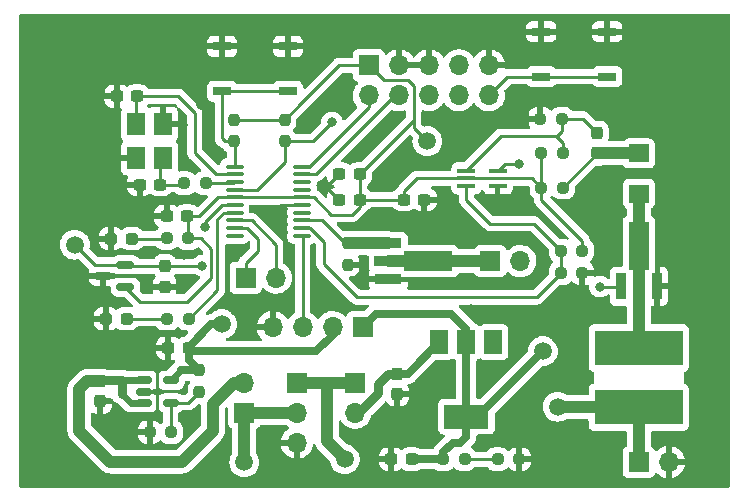
<source format=gtl>
G04 #@! TF.GenerationSoftware,KiCad,Pcbnew,6.0.11+dfsg-1*
G04 #@! TF.CreationDate,2024-04-10T09:55:09+02:00*
G04 #@! TF.ProjectId,Nehari_Chauveliere_kicad_TMS,4e656861-7269-45f4-9368-617576656c69,rev?*
G04 #@! TF.SameCoordinates,Original*
G04 #@! TF.FileFunction,Copper,L1,Top*
G04 #@! TF.FilePolarity,Positive*
%FSLAX46Y46*%
G04 Gerber Fmt 4.6, Leading zero omitted, Abs format (unit mm)*
G04 Created by KiCad (PCBNEW 6.0.11+dfsg-1) date 2024-04-10 09:55:09*
%MOMM*%
%LPD*%
G01*
G04 APERTURE LIST*
G04 Aperture macros list*
%AMRoundRect*
0 Rectangle with rounded corners*
0 $1 Rounding radius*
0 $2 $3 $4 $5 $6 $7 $8 $9 X,Y pos of 4 corners*
0 Add a 4 corners polygon primitive as box body*
4,1,4,$2,$3,$4,$5,$6,$7,$8,$9,$2,$3,0*
0 Add four circle primitives for the rounded corners*
1,1,$1+$1,$2,$3*
1,1,$1+$1,$4,$5*
1,1,$1+$1,$6,$7*
1,1,$1+$1,$8,$9*
0 Add four rect primitives between the rounded corners*
20,1,$1+$1,$2,$3,$4,$5,0*
20,1,$1+$1,$4,$5,$6,$7,0*
20,1,$1+$1,$6,$7,$8,$9,0*
20,1,$1+$1,$8,$9,$2,$3,0*%
%AMFreePoly0*
4,1,9,5.362500,-0.866500,1.237500,-0.866500,1.237500,-0.450000,-1.237500,-0.450000,-1.237500,0.450000,1.237500,0.450000,1.237500,0.866500,5.362500,0.866500,5.362500,-0.866500,5.362500,-0.866500,$1*%
G04 Aperture macros list end*
G04 #@! TA.AperFunction,ComponentPad*
%ADD10C,1.500000*%
G04 #@! TD*
G04 #@! TA.AperFunction,SMDPad,CuDef*
%ADD11RoundRect,0.237500X-0.237500X0.300000X-0.237500X-0.300000X0.237500X-0.300000X0.237500X0.300000X0*%
G04 #@! TD*
G04 #@! TA.AperFunction,SMDPad,CuDef*
%ADD12RoundRect,0.237500X0.250000X0.237500X-0.250000X0.237500X-0.250000X-0.237500X0.250000X-0.237500X0*%
G04 #@! TD*
G04 #@! TA.AperFunction,SMDPad,CuDef*
%ADD13RoundRect,0.237500X0.300000X0.237500X-0.300000X0.237500X-0.300000X-0.237500X0.300000X-0.237500X0*%
G04 #@! TD*
G04 #@! TA.AperFunction,SMDPad,CuDef*
%ADD14R,1.524000X0.762000*%
G04 #@! TD*
G04 #@! TA.AperFunction,SMDPad,CuDef*
%ADD15R,1.500000X2.000000*%
G04 #@! TD*
G04 #@! TA.AperFunction,SMDPad,CuDef*
%ADD16R,3.800000X2.000000*%
G04 #@! TD*
G04 #@! TA.AperFunction,ComponentPad*
%ADD17R,1.700000X1.700000*%
G04 #@! TD*
G04 #@! TA.AperFunction,ComponentPad*
%ADD18O,1.700000X1.700000*%
G04 #@! TD*
G04 #@! TA.AperFunction,SMDPad,CuDef*
%ADD19RoundRect,0.237500X-0.250000X-0.237500X0.250000X-0.237500X0.250000X0.237500X-0.250000X0.237500X0*%
G04 #@! TD*
G04 #@! TA.AperFunction,SMDPad,CuDef*
%ADD20R,7.500000X3.000000*%
G04 #@! TD*
G04 #@! TA.AperFunction,SMDPad,CuDef*
%ADD21RoundRect,0.237500X0.237500X-0.250000X0.237500X0.250000X-0.237500X0.250000X-0.237500X-0.250000X0*%
G04 #@! TD*
G04 #@! TA.AperFunction,SMDPad,CuDef*
%ADD22R,1.500000X1.950000*%
G04 #@! TD*
G04 #@! TA.AperFunction,SMDPad,CuDef*
%ADD23R,0.900000X2.300000*%
G04 #@! TD*
G04 #@! TA.AperFunction,SMDPad,CuDef*
%ADD24FreePoly0,90.000000*%
G04 #@! TD*
G04 #@! TA.AperFunction,SMDPad,CuDef*
%ADD25RoundRect,0.237500X-0.300000X-0.237500X0.300000X-0.237500X0.300000X0.237500X-0.300000X0.237500X0*%
G04 #@! TD*
G04 #@! TA.AperFunction,SMDPad,CuDef*
%ADD26RoundRect,0.237500X-0.237500X0.250000X-0.237500X-0.250000X0.237500X-0.250000X0.237500X0.250000X0*%
G04 #@! TD*
G04 #@! TA.AperFunction,SMDPad,CuDef*
%ADD27R,1.680000X1.520000*%
G04 #@! TD*
G04 #@! TA.AperFunction,SMDPad,CuDef*
%ADD28RoundRect,0.237500X-0.287500X-0.237500X0.287500X-0.237500X0.287500X0.237500X-0.287500X0.237500X0*%
G04 #@! TD*
G04 #@! TA.AperFunction,SMDPad,CuDef*
%ADD29RoundRect,0.150000X-0.512500X-0.150000X0.512500X-0.150000X0.512500X0.150000X-0.512500X0.150000X0*%
G04 #@! TD*
G04 #@! TA.AperFunction,SMDPad,CuDef*
%ADD30RoundRect,0.100000X-0.637500X-0.100000X0.637500X-0.100000X0.637500X0.100000X-0.637500X0.100000X0*%
G04 #@! TD*
G04 #@! TA.AperFunction,SMDPad,CuDef*
%ADD31RoundRect,0.150000X0.587500X0.150000X-0.587500X0.150000X-0.587500X-0.150000X0.587500X-0.150000X0*%
G04 #@! TD*
G04 #@! TA.AperFunction,SMDPad,CuDef*
%ADD32R,2.300000X0.900000*%
G04 #@! TD*
G04 #@! TA.AperFunction,SMDPad,CuDef*
%ADD33FreePoly0,0.000000*%
G04 #@! TD*
G04 #@! TA.AperFunction,SMDPad,CuDef*
%ADD34R,1.500000X0.400000*%
G04 #@! TD*
G04 #@! TA.AperFunction,SMDPad,CuDef*
%ADD35RoundRect,0.237500X0.237500X-0.300000X0.237500X0.300000X-0.237500X0.300000X-0.237500X-0.300000X0*%
G04 #@! TD*
G04 #@! TA.AperFunction,ViaPad*
%ADD36C,0.800000*%
G04 #@! TD*
G04 #@! TA.AperFunction,Conductor*
%ADD37C,0.250000*%
G04 #@! TD*
G04 #@! TA.AperFunction,Conductor*
%ADD38C,0.700000*%
G04 #@! TD*
G04 #@! TA.AperFunction,Conductor*
%ADD39C,1.000000*%
G04 #@! TD*
G04 #@! TA.AperFunction,Conductor*
%ADD40C,0.800000*%
G04 #@! TD*
G04 #@! TA.AperFunction,Conductor*
%ADD41C,0.600000*%
G04 #@! TD*
G04 APERTURE END LIST*
D10*
X157988000Y-103378000D03*
X166497000Y-103124000D03*
X173482000Y-76200000D03*
X184531000Y-98679000D03*
X143637000Y-84963000D03*
X183261000Y-93980000D03*
X156083000Y-91694000D03*
D11*
X151257000Y-86794000D03*
X151257000Y-88519000D03*
D12*
X154709500Y-79756000D03*
X152884500Y-79756000D03*
D13*
X167767000Y-81153000D03*
X166042000Y-81153000D03*
D14*
X161696400Y-71983600D03*
X156108400Y-71983600D03*
X161696400Y-68173600D03*
X156108400Y-68173600D03*
D15*
X179084000Y-93218000D03*
D16*
X176784000Y-99518000D03*
D15*
X176784000Y-93218000D03*
X174484000Y-93218000D03*
D11*
X170942000Y-95885000D03*
X170942000Y-97610000D03*
D17*
X168021000Y-91948000D03*
D18*
X165481000Y-91948000D03*
X162941000Y-91948000D03*
X160401000Y-91948000D03*
D19*
X183134000Y-77216000D03*
X184959000Y-77216000D03*
D20*
X191389000Y-93726000D03*
X191389000Y-98726000D03*
D21*
X161417000Y-76200000D03*
X161417000Y-74375000D03*
D12*
X186610000Y-85471000D03*
X184785000Y-85471000D03*
D13*
X153289000Y-93726000D03*
X151564000Y-93726000D03*
D17*
X191389000Y-103378000D03*
D18*
X193929000Y-103378000D03*
D22*
X148810500Y-74775000D03*
X148810500Y-77625000D03*
X151110500Y-77625000D03*
X151110500Y-74775000D03*
D23*
X189889000Y-88479500D03*
D24*
X191389000Y-88392000D03*
D23*
X192889000Y-88479500D03*
D25*
X147193000Y-72390000D03*
X148918000Y-72390000D03*
D26*
X166751000Y-84836000D03*
X166751000Y-86661000D03*
D25*
X149124500Y-79883000D03*
X150849500Y-79883000D03*
D12*
X151797500Y-100838000D03*
X149972500Y-100838000D03*
D27*
X191389000Y-77245000D03*
X191389000Y-80645000D03*
D19*
X174805500Y-103124000D03*
X176630500Y-103124000D03*
D17*
X157988000Y-99192000D03*
D18*
X157988000Y-96652000D03*
D14*
X188722000Y-70739000D03*
X183134000Y-70739000D03*
X188722000Y-66929000D03*
X183134000Y-66929000D03*
D13*
X167767000Y-78994000D03*
X166042000Y-78994000D03*
X153135500Y-82550000D03*
X151410500Y-82550000D03*
D19*
X184785000Y-87376000D03*
X186610000Y-87376000D03*
D17*
X158115000Y-87757000D03*
D18*
X160655000Y-87757000D03*
D28*
X146265018Y-91240060D03*
X148015018Y-91240060D03*
D13*
X172159000Y-103124000D03*
X170434000Y-103124000D03*
D12*
X153225421Y-84438869D03*
X151400421Y-84438869D03*
D26*
X154178000Y-95613000D03*
X154178000Y-97438000D03*
D29*
X149490000Y-96459000D03*
X149490000Y-97409000D03*
X149490000Y-98359000D03*
X151765000Y-98359000D03*
X151765000Y-96459000D03*
D17*
X168529000Y-69773800D03*
D18*
X168529000Y-72313800D03*
X171069000Y-69773800D03*
X171069000Y-72313800D03*
X173609000Y-69773800D03*
X173609000Y-72313800D03*
X176149000Y-69773800D03*
X176149000Y-72313800D03*
X178689000Y-69773800D03*
X178689000Y-72313800D03*
D17*
X167386000Y-96647000D03*
D18*
X167386000Y-99187000D03*
D30*
X157157500Y-78355000D03*
X157157500Y-79005000D03*
X157157500Y-79655000D03*
X157157500Y-80305000D03*
X157157500Y-80955000D03*
X157157500Y-81605000D03*
X157157500Y-82255000D03*
X157157500Y-82905000D03*
X157157500Y-83555000D03*
X157157500Y-84205000D03*
X162882500Y-84205000D03*
X162882500Y-83555000D03*
X162882500Y-82905000D03*
X162882500Y-82255000D03*
X162882500Y-81605000D03*
X162882500Y-80955000D03*
X162882500Y-80305000D03*
X162882500Y-79655000D03*
X162882500Y-79005000D03*
X162882500Y-78355000D03*
D25*
X171503000Y-81153000D03*
X173228000Y-81153000D03*
D31*
X147925000Y-88580000D03*
X147925000Y-86680000D03*
X146050000Y-87630000D03*
D19*
X183134000Y-80137000D03*
X184959000Y-80137000D03*
D17*
X178816000Y-86360000D03*
D18*
X181356000Y-86360000D03*
D12*
X183050500Y-74295000D03*
X184875500Y-74295000D03*
D28*
X146713000Y-84455000D03*
X148463000Y-84455000D03*
D21*
X157099000Y-76200000D03*
X157099000Y-74375000D03*
D32*
X170189000Y-84860000D03*
D33*
X170276500Y-86360000D03*
D32*
X170189000Y-87860000D03*
D11*
X145796000Y-96520000D03*
X145796000Y-98245000D03*
D12*
X153289000Y-91252000D03*
X151464000Y-91252000D03*
D34*
X176784000Y-78710000D03*
X176784000Y-79360000D03*
X176784000Y-80010000D03*
X179444000Y-80010000D03*
X179444000Y-78710000D03*
D18*
X162433000Y-101727000D03*
X162433000Y-99187000D03*
D17*
X162433000Y-96647000D03*
D19*
X179424500Y-103124000D03*
X181249500Y-103124000D03*
D35*
X187849892Y-75515361D03*
X187849892Y-77240361D03*
D36*
X150622000Y-99568000D03*
X162306000Y-104140000D03*
X171323000Y-99695000D03*
X191516000Y-66929000D03*
X150622000Y-95123000D03*
X146304000Y-82804000D03*
X146177000Y-92710000D03*
X144018000Y-87757000D03*
X153035000Y-88138000D03*
X152908000Y-85852000D03*
X167894000Y-76835000D03*
X164973000Y-72898000D03*
X183388000Y-86360000D03*
X152781000Y-74803000D03*
X176149000Y-82804000D03*
X188595000Y-79375000D03*
X186563000Y-89408000D03*
X184150000Y-96266000D03*
X183515000Y-103378000D03*
X197358000Y-103632000D03*
X197612000Y-95631000D03*
X195453000Y-88519000D03*
X195199000Y-80010000D03*
X191262000Y-74676000D03*
X183134000Y-72517000D03*
X179578000Y-81788000D03*
X188087000Y-88519000D03*
X181229000Y-78105000D03*
X164084000Y-88138000D03*
X178943000Y-66929000D03*
X154305000Y-73152000D03*
X153035000Y-105029000D03*
X149860000Y-81407000D03*
X146558000Y-77597000D03*
X168529000Y-103251000D03*
X141097000Y-97536000D03*
X168021000Y-87884000D03*
X171069000Y-78613000D03*
X164846000Y-80010000D03*
X158115000Y-91821000D03*
X150495000Y-70739000D03*
X147193000Y-100965000D03*
X144907000Y-104902000D03*
X155575000Y-77216000D03*
X177800000Y-75692000D03*
X177165000Y-90424000D03*
X145161000Y-71755000D03*
X153924000Y-81153000D03*
X169164000Y-82677000D03*
X165227000Y-67183000D03*
X160655000Y-82042000D03*
X165415351Y-74610351D03*
X154427000Y-86746000D03*
X154686000Y-83439000D03*
D37*
X151765000Y-98359000D02*
X151765000Y-100805500D01*
X151765000Y-100805500D02*
X151797500Y-100838000D01*
X150622000Y-99568000D02*
X150622000Y-95123000D01*
X172339000Y-74422000D02*
X172339000Y-75057000D01*
X172339000Y-75057000D02*
X173482000Y-76200000D01*
D38*
X176784000Y-99518000D02*
X177723000Y-99518000D01*
X177723000Y-99518000D02*
X183261000Y-93980000D01*
D39*
X157988000Y-103378000D02*
X157988000Y-99192000D01*
X164973000Y-96647000D02*
X164973000Y-101600000D01*
X164973000Y-101600000D02*
X166497000Y-103124000D01*
X164973000Y-96647000D02*
X167386000Y-96647000D01*
X162433000Y-96647000D02*
X164973000Y-96647000D01*
D37*
X147925000Y-86680000D02*
X145354000Y-86680000D01*
X145354000Y-86680000D02*
X143637000Y-84963000D01*
X148463000Y-84455000D02*
X151384290Y-84455000D01*
X151384290Y-84455000D02*
X151400421Y-84438869D01*
D39*
X191389000Y-98726000D02*
X184578000Y-98726000D01*
X184578000Y-98726000D02*
X184531000Y-98679000D01*
D38*
X153289000Y-93726000D02*
X153289000Y-93599000D01*
X155194000Y-91694000D02*
X156083000Y-91694000D01*
X153289000Y-93599000D02*
X155194000Y-91694000D01*
D37*
X151464000Y-91252000D02*
X148026958Y-91252000D01*
X148026958Y-91252000D02*
X148015018Y-91240060D01*
X146050000Y-87630000D02*
X149225000Y-87630000D01*
X149225000Y-87630000D02*
X150114000Y-88519000D01*
X150114000Y-88519000D02*
X151257000Y-88519000D01*
X147925000Y-88580000D02*
X149134000Y-89789000D01*
X149134000Y-89789000D02*
X153162000Y-89789000D01*
X153162000Y-89789000D02*
X155152000Y-87799000D01*
X155152000Y-87799000D02*
X155152000Y-85302000D01*
X155152000Y-85302000D02*
X154288869Y-84438869D01*
X154288869Y-84438869D02*
X153225421Y-84438869D01*
X151257000Y-86794000D02*
X154379000Y-86794000D01*
X154379000Y-86794000D02*
X154427000Y-86746000D01*
X151257000Y-86794000D02*
X148039000Y-86794000D01*
X148039000Y-86794000D02*
X147925000Y-86680000D01*
X167767000Y-78994000D02*
X172339000Y-74422000D01*
X172339000Y-74422000D02*
X172339000Y-71501000D01*
X172339000Y-71501000D02*
X171882274Y-71044274D01*
X171882274Y-71044274D02*
X169799474Y-71044274D01*
X169799474Y-71044274D02*
X168529000Y-69773800D01*
X165415351Y-74610351D02*
X163825702Y-76200000D01*
X163825702Y-76200000D02*
X161417000Y-76200000D01*
X161417000Y-74375000D02*
X162727000Y-73065000D01*
X162727000Y-73065000D02*
X166018200Y-69773800D01*
X166018200Y-69773800D02*
X168529000Y-69773800D01*
X157157500Y-80305000D02*
X159090000Y-80305000D01*
X159090000Y-80305000D02*
X161417000Y-77978000D01*
X161417000Y-77978000D02*
X161417000Y-76200000D01*
X157099000Y-76200000D02*
X156337000Y-76200000D01*
X156108400Y-75971400D02*
X156108400Y-71983600D01*
X156337000Y-76200000D02*
X156108400Y-75971400D01*
X157157500Y-78355000D02*
X157157500Y-76258500D01*
X157157500Y-76258500D02*
X157099000Y-76200000D01*
X157099000Y-74375000D02*
X161417000Y-74375000D01*
X148810500Y-74775000D02*
X148810500Y-72497500D01*
X148810500Y-72497500D02*
X148918000Y-72390000D01*
X150849500Y-79883000D02*
X150849500Y-77886000D01*
X150849500Y-77886000D02*
X151110500Y-77625000D01*
X150849500Y-79883000D02*
X152757500Y-79883000D01*
X152757500Y-79883000D02*
X152884500Y-79756000D01*
X154709500Y-79756000D02*
X157056500Y-79756000D01*
X157056500Y-79756000D02*
X157157500Y-79655000D01*
X149490000Y-97409000D02*
X150622000Y-97409000D01*
X157157500Y-79005000D02*
X155586000Y-79005000D01*
X155586000Y-79005000D02*
X153797000Y-77216000D01*
X153797000Y-77216000D02*
X153797000Y-73787000D01*
X153797000Y-73787000D02*
X152400000Y-72390000D01*
X152400000Y-72390000D02*
X148918000Y-72390000D01*
X157157500Y-80955000D02*
X155773000Y-80955000D01*
X153225421Y-84438869D02*
X153225421Y-82639921D01*
X155773000Y-80955000D02*
X154178000Y-82550000D01*
X154178000Y-82550000D02*
X153135500Y-82550000D01*
X153225421Y-82639921D02*
X153135500Y-82550000D01*
X154686000Y-83439000D02*
X154686000Y-83058000D01*
X154686000Y-83058000D02*
X156139000Y-81605000D01*
X156139000Y-81605000D02*
X157157500Y-81605000D01*
X188087000Y-88519000D02*
X189849500Y-88519000D01*
X189849500Y-88519000D02*
X189889000Y-88479500D01*
X181229000Y-78105000D02*
X180049000Y-78105000D01*
X180049000Y-78105000D02*
X179444000Y-78710000D01*
X184060000Y-75782000D02*
X184441000Y-75782000D01*
X184441000Y-75782000D02*
X184875500Y-75347500D01*
X184875500Y-75347500D02*
X184875500Y-74295000D01*
X184060000Y-75782000D02*
X184367000Y-75782000D01*
X184367000Y-75782000D02*
X184959000Y-76374000D01*
X184959000Y-76374000D02*
X184959000Y-77216000D01*
X176784000Y-78710000D02*
X179712000Y-75782000D01*
X179712000Y-75782000D02*
X184060000Y-75782000D01*
X176784000Y-79360000D02*
X182357000Y-79360000D01*
X182357000Y-79360000D02*
X183134000Y-80137000D01*
X182499000Y-83185000D02*
X178816000Y-83185000D01*
X184785000Y-85471000D02*
X182499000Y-83185000D01*
X178816000Y-83185000D02*
X176784000Y-81153000D01*
X176784000Y-81153000D02*
X176784000Y-80010000D01*
X183134000Y-80137000D02*
X183134000Y-81153000D01*
X183134000Y-81153000D02*
X186610000Y-84629000D01*
X186610000Y-84629000D02*
X186610000Y-85471000D01*
X184959000Y-80137000D02*
X184959000Y-80131253D01*
X184959000Y-80131253D02*
X187849892Y-77240361D01*
D39*
X187849892Y-77240361D02*
X191384361Y-77240361D01*
X191384361Y-77240361D02*
X191389000Y-77245000D01*
D37*
X184875500Y-74295000D02*
X186629531Y-74295000D01*
X186629531Y-74295000D02*
X187849892Y-75515361D01*
X183134000Y-77216000D02*
X183134000Y-80137000D01*
X176784000Y-79360000D02*
X172608000Y-79360000D01*
X172608000Y-79360000D02*
X171503000Y-80465000D01*
X171503000Y-80465000D02*
X171503000Y-81153000D01*
X167767000Y-81153000D02*
X171503000Y-81153000D01*
X167767000Y-81788000D02*
X167132000Y-82423000D01*
X167132000Y-82423000D02*
X165354000Y-82423000D01*
X167767000Y-81153000D02*
X167767000Y-81788000D01*
X167767000Y-81153000D02*
X167767000Y-78994000D01*
X163886000Y-80955000D02*
X162882500Y-80955000D01*
X165354000Y-82423000D02*
X163886000Y-80955000D01*
X157157500Y-80955000D02*
X162882500Y-80955000D01*
D39*
X191389000Y-80645000D02*
X191389000Y-88392000D01*
X191389000Y-93726000D02*
X191389000Y-88392000D01*
X191389000Y-103378000D02*
X191389000Y-98726000D01*
D37*
X167513000Y-89408000D02*
X182753000Y-89408000D01*
X182753000Y-89408000D02*
X184785000Y-87376000D01*
X184785000Y-87376000D02*
X184785000Y-85471000D01*
D39*
X170276500Y-86360000D02*
X178816000Y-86360000D01*
X170189000Y-84860000D02*
X166775000Y-84860000D01*
X166775000Y-84860000D02*
X166751000Y-84836000D01*
D37*
X162882500Y-81605000D02*
X161092000Y-81605000D01*
X164846000Y-80010000D02*
X165026000Y-80010000D01*
X166042000Y-81153000D02*
X165989000Y-81153000D01*
X165026000Y-80010000D02*
X166042000Y-78994000D01*
X165989000Y-81153000D02*
X164846000Y-80010000D01*
X161092000Y-81605000D02*
X160655000Y-82042000D01*
X164073000Y-79005000D02*
X170764200Y-72313800D01*
X162882500Y-79005000D02*
X164073000Y-79005000D01*
X170764200Y-72313800D02*
X171069000Y-72313800D01*
X168529000Y-73279000D02*
X168529000Y-72313800D01*
X163453000Y-78355000D02*
X168529000Y-73279000D01*
X162882500Y-78355000D02*
X163453000Y-78355000D01*
X183134000Y-70739000D02*
X180263800Y-70739000D01*
X180263800Y-70739000D02*
X178689000Y-72313800D01*
X188722000Y-70739000D02*
X183134000Y-70739000D01*
X155702000Y-88839000D02*
X153289000Y-91252000D01*
X155702000Y-82804000D02*
X155702000Y-88839000D01*
X157157500Y-82255000D02*
X156251000Y-82255000D01*
X156251000Y-82255000D02*
X155702000Y-82804000D01*
D38*
X171817000Y-95885000D02*
X174484000Y-93218000D01*
D40*
X169291000Y-97536000D02*
X169291000Y-96774000D01*
D38*
X170942000Y-95885000D02*
X171817000Y-95885000D01*
D40*
X169291000Y-96774000D02*
X170180000Y-95885000D01*
X167386000Y-99187000D02*
X167640000Y-99187000D01*
X167640000Y-99187000D02*
X169291000Y-97536000D01*
X170180000Y-95885000D02*
X170942000Y-95885000D01*
X147635000Y-96459000D02*
X145857000Y-96459000D01*
D39*
X144018000Y-97155000D02*
X144018000Y-100711000D01*
D40*
X147635000Y-96459000D02*
X147635000Y-97597000D01*
D41*
X147635000Y-97597000D02*
X148397000Y-98359000D01*
D39*
X155321000Y-98425000D02*
X157094000Y-96652000D01*
X144018000Y-100711000D02*
X146642000Y-103335000D01*
D41*
X149490000Y-96459000D02*
X147635000Y-96459000D01*
D39*
X145796000Y-96520000D02*
X144653000Y-96520000D01*
X155321000Y-100711000D02*
X155321000Y-98425000D01*
X144653000Y-96520000D02*
X144018000Y-97155000D01*
D40*
X145857000Y-96459000D02*
X145796000Y-96520000D01*
D41*
X148397000Y-98359000D02*
X149490000Y-98359000D01*
D39*
X157094000Y-96652000D02*
X157988000Y-96652000D01*
X146642000Y-103335000D02*
X152697000Y-103335000D01*
X152697000Y-103335000D02*
X155321000Y-100711000D01*
D38*
X168021000Y-91948000D02*
X169164000Y-90805000D01*
X176784000Y-101219000D02*
X176784000Y-99518000D01*
X175641000Y-101727000D02*
X176276000Y-101727000D01*
X176784000Y-92075000D02*
X176784000Y-93218000D01*
X176276000Y-101727000D02*
X176784000Y-101219000D01*
X174805500Y-102562500D02*
X175641000Y-101727000D01*
X174805500Y-103124000D02*
X172159000Y-103124000D01*
X175514000Y-90805000D02*
X176784000Y-92075000D01*
X169164000Y-90805000D02*
X175514000Y-90805000D01*
X176784000Y-99518000D02*
X176784000Y-93218000D01*
X174805500Y-103124000D02*
X174805500Y-102562500D01*
X153543000Y-93980000D02*
X153289000Y-93726000D01*
X153289000Y-94724000D02*
X154178000Y-95613000D01*
X165481000Y-91948000D02*
X165481000Y-92583000D01*
X153289000Y-93726000D02*
X153289000Y-94724000D01*
D41*
X151765000Y-96459000D02*
X152611000Y-95613000D01*
D38*
X164084000Y-93980000D02*
X153543000Y-93980000D01*
X165481000Y-92583000D02*
X164084000Y-93980000D01*
X152611000Y-95613000D02*
X154178000Y-95613000D01*
D39*
X162428000Y-99192000D02*
X162433000Y-99187000D01*
X157988000Y-99192000D02*
X162428000Y-99192000D01*
D37*
X158231000Y-83555000D02*
X157157500Y-83555000D01*
X158115000Y-87757000D02*
X158115000Y-86487000D01*
X159131000Y-85471000D02*
X159131000Y-84455000D01*
X158115000Y-86487000D02*
X159131000Y-85471000D01*
X159131000Y-84455000D02*
X158231000Y-83555000D01*
X160655000Y-84963000D02*
X158597000Y-82905000D01*
X158597000Y-82905000D02*
X157157500Y-82905000D01*
X160655000Y-87757000D02*
X160655000Y-84963000D01*
X162941000Y-91948000D02*
X162941000Y-84263500D01*
X162941000Y-84263500D02*
X162882500Y-84205000D01*
X166497000Y-84836000D02*
X166751000Y-84836000D01*
X164566000Y-82905000D02*
X166497000Y-84836000D01*
X162882500Y-82905000D02*
X164566000Y-82905000D01*
X161696400Y-71983600D02*
X156108400Y-71983600D01*
X176630500Y-103124000D02*
X179424500Y-103124000D01*
X153257000Y-98359000D02*
X154178000Y-97438000D01*
X151765000Y-98359000D02*
X153257000Y-98359000D01*
X164719000Y-84702959D02*
X163571041Y-83555000D01*
X167513000Y-89408000D02*
X164719000Y-86614000D01*
X163571041Y-83555000D02*
X162882500Y-83555000D01*
X164719000Y-86614000D02*
X164719000Y-84702959D01*
G04 #@! TA.AperFunction,Conductor*
G36*
X199077621Y-65425502D02*
G01*
X199124114Y-65479158D01*
X199135500Y-65531500D01*
X199135500Y-105410500D01*
X199115498Y-105478621D01*
X199061842Y-105525114D01*
X199009500Y-105536500D01*
X139064500Y-105536500D01*
X138996379Y-105516498D01*
X138949886Y-105462842D01*
X138938500Y-105410500D01*
X138938500Y-94009766D01*
X150518500Y-94009766D01*
X150518837Y-94016282D01*
X150528575Y-94110132D01*
X150531468Y-94123528D01*
X150581988Y-94274953D01*
X150588153Y-94288115D01*
X150671926Y-94423492D01*
X150680960Y-94434890D01*
X150793629Y-94547363D01*
X150805040Y-94556375D01*
X150940563Y-94639912D01*
X150953741Y-94646056D01*
X151105266Y-94696315D01*
X151118632Y-94699181D01*
X151211270Y-94708672D01*
X151217685Y-94709000D01*
X151291885Y-94709000D01*
X151307124Y-94704525D01*
X151308329Y-94703135D01*
X151310000Y-94695452D01*
X151310000Y-93998115D01*
X151305525Y-93982876D01*
X151304135Y-93981671D01*
X151296452Y-93980000D01*
X150536615Y-93980000D01*
X150521376Y-93984475D01*
X150520171Y-93985865D01*
X150518500Y-93993548D01*
X150518500Y-94009766D01*
X138938500Y-94009766D01*
X138938500Y-93453885D01*
X150518500Y-93453885D01*
X150522975Y-93469124D01*
X150524365Y-93470329D01*
X150532048Y-93472000D01*
X151291885Y-93472000D01*
X151307124Y-93467525D01*
X151308329Y-93466135D01*
X151310000Y-93458452D01*
X151310000Y-92761115D01*
X151305525Y-92745876D01*
X151304135Y-92744671D01*
X151296452Y-92743000D01*
X151217734Y-92743000D01*
X151211218Y-92743337D01*
X151117368Y-92753075D01*
X151103972Y-92755968D01*
X150952547Y-92806488D01*
X150939385Y-92812653D01*
X150804008Y-92896426D01*
X150792610Y-92905460D01*
X150680137Y-93018129D01*
X150671125Y-93029540D01*
X150587588Y-93165063D01*
X150581444Y-93178241D01*
X150531185Y-93329766D01*
X150528319Y-93343132D01*
X150518828Y-93435770D01*
X150518500Y-93442185D01*
X150518500Y-93453885D01*
X138938500Y-93453885D01*
X138938500Y-91523826D01*
X145232018Y-91523826D01*
X145232355Y-91530342D01*
X145242093Y-91624192D01*
X145244986Y-91637588D01*
X145295506Y-91789013D01*
X145301671Y-91802175D01*
X145385444Y-91937552D01*
X145394478Y-91948950D01*
X145507147Y-92061423D01*
X145518558Y-92070435D01*
X145654081Y-92153972D01*
X145667259Y-92160116D01*
X145818784Y-92210375D01*
X145832150Y-92213241D01*
X145924788Y-92222732D01*
X145931203Y-92223060D01*
X145992903Y-92223060D01*
X146008142Y-92218585D01*
X146009347Y-92217195D01*
X146011018Y-92209512D01*
X146011018Y-91512175D01*
X146006543Y-91496936D01*
X146005153Y-91495731D01*
X145997470Y-91494060D01*
X145250133Y-91494060D01*
X145234894Y-91498535D01*
X145233689Y-91499925D01*
X145232018Y-91507608D01*
X145232018Y-91523826D01*
X138938500Y-91523826D01*
X138938500Y-90967945D01*
X145232018Y-90967945D01*
X145236493Y-90983184D01*
X145237883Y-90984389D01*
X145245566Y-90986060D01*
X145992903Y-90986060D01*
X146008142Y-90981585D01*
X146009347Y-90980195D01*
X146011018Y-90972512D01*
X146011018Y-90275175D01*
X146006543Y-90259936D01*
X146005153Y-90258731D01*
X145997470Y-90257060D01*
X145931252Y-90257060D01*
X145924736Y-90257397D01*
X145830886Y-90267135D01*
X145817490Y-90270028D01*
X145666065Y-90320548D01*
X145652903Y-90326713D01*
X145517526Y-90410486D01*
X145506128Y-90419520D01*
X145393655Y-90532189D01*
X145384643Y-90543600D01*
X145301106Y-90679123D01*
X145294962Y-90692301D01*
X145244703Y-90843826D01*
X145241837Y-90857192D01*
X145232346Y-90949830D01*
X145232018Y-90956245D01*
X145232018Y-90967945D01*
X138938500Y-90967945D01*
X138938500Y-87895871D01*
X144810956Y-87895871D01*
X144851607Y-88035790D01*
X144857852Y-88050221D01*
X144934411Y-88179678D01*
X144944051Y-88192104D01*
X145050396Y-88298449D01*
X145062822Y-88308089D01*
X145192279Y-88384648D01*
X145206710Y-88390893D01*
X145352565Y-88433269D01*
X145365167Y-88435570D01*
X145393584Y-88437807D01*
X145398514Y-88438000D01*
X145777885Y-88438000D01*
X145793124Y-88433525D01*
X145794329Y-88432135D01*
X145796000Y-88424452D01*
X145796000Y-87902115D01*
X145791525Y-87886876D01*
X145790135Y-87885671D01*
X145782452Y-87884000D01*
X144825622Y-87884000D01*
X144812091Y-87887973D01*
X144810956Y-87895871D01*
X138938500Y-87895871D01*
X138938500Y-84963000D01*
X142373693Y-84963000D01*
X142392885Y-85182371D01*
X142449880Y-85395076D01*
X142467161Y-85432135D01*
X142540618Y-85589666D01*
X142540621Y-85589671D01*
X142542944Y-85594653D01*
X142546100Y-85599160D01*
X142546101Y-85599162D01*
X142657378Y-85758081D01*
X142669251Y-85775038D01*
X142824962Y-85930749D01*
X142829471Y-85933906D01*
X142829473Y-85933908D01*
X142859427Y-85954882D01*
X143005346Y-86057056D01*
X143204924Y-86150120D01*
X143417629Y-86207115D01*
X143637000Y-86226307D01*
X143856371Y-86207115D01*
X143861681Y-86205692D01*
X143861688Y-86205691D01*
X143887719Y-86198716D01*
X143958696Y-86200406D01*
X144009424Y-86231328D01*
X144837061Y-87058965D01*
X144871087Y-87121277D01*
X144866022Y-87192092D01*
X144860510Y-87203635D01*
X144851607Y-87224210D01*
X144812561Y-87358605D01*
X144812601Y-87372706D01*
X144819870Y-87376000D01*
X146932658Y-87376000D01*
X146996797Y-87393547D01*
X147073899Y-87439145D01*
X147081510Y-87441356D01*
X147081512Y-87441357D01*
X147116646Y-87451564D01*
X147233669Y-87485562D01*
X147240074Y-87486066D01*
X147240079Y-87486067D01*
X147268542Y-87488307D01*
X147268550Y-87488307D01*
X147270998Y-87488500D01*
X148579002Y-87488500D01*
X148581450Y-87488307D01*
X148581458Y-87488307D01*
X148609921Y-87486067D01*
X148609926Y-87486066D01*
X148616331Y-87485562D01*
X148712860Y-87457518D01*
X148768492Y-87441356D01*
X148768495Y-87441355D01*
X148776101Y-87439145D01*
X148779188Y-87437319D01*
X148826603Y-87427500D01*
X150278360Y-87427500D01*
X150346481Y-87447502D01*
X150385503Y-87487196D01*
X150430884Y-87560531D01*
X150436065Y-87565703D01*
X150438139Y-87567773D01*
X150439105Y-87569538D01*
X150440613Y-87571441D01*
X150440287Y-87571699D01*
X150472219Y-87630054D01*
X150467218Y-87700875D01*
X150438292Y-87745970D01*
X150435636Y-87748631D01*
X150426625Y-87760040D01*
X150343088Y-87895563D01*
X150336944Y-87908741D01*
X150286685Y-88060266D01*
X150283819Y-88073632D01*
X150274328Y-88166270D01*
X150274000Y-88172685D01*
X150274000Y-88246885D01*
X150278475Y-88262124D01*
X150279865Y-88263329D01*
X150287548Y-88265000D01*
X152221885Y-88265000D01*
X152237124Y-88260525D01*
X152238329Y-88259135D01*
X152240000Y-88251452D01*
X152240000Y-88172734D01*
X152239663Y-88166218D01*
X152229925Y-88072368D01*
X152227032Y-88058972D01*
X152176512Y-87907547D01*
X152170347Y-87894385D01*
X152086574Y-87759008D01*
X152077536Y-87747606D01*
X152075861Y-87745933D01*
X152075081Y-87744507D01*
X152072993Y-87741873D01*
X152073444Y-87741516D01*
X152041781Y-87683651D01*
X152046784Y-87612831D01*
X152075701Y-87567746D01*
X152078756Y-87564685D01*
X152083929Y-87559503D01*
X152096246Y-87539522D01*
X152128384Y-87487384D01*
X152181156Y-87439891D01*
X152235644Y-87427500D01*
X153778432Y-87427500D01*
X153852493Y-87451564D01*
X153957550Y-87527892D01*
X153970248Y-87537118D01*
X153976276Y-87539802D01*
X153976278Y-87539803D01*
X154135067Y-87610500D01*
X154144712Y-87614794D01*
X154151170Y-87616167D01*
X154151171Y-87616167D01*
X154161493Y-87618361D01*
X154223967Y-87652088D01*
X154258289Y-87714237D01*
X154253563Y-87785076D01*
X154224393Y-87830703D01*
X153573929Y-88481166D01*
X152936500Y-89118595D01*
X152874188Y-89152621D01*
X152847405Y-89155500D01*
X152342895Y-89155500D01*
X152274774Y-89135498D01*
X152228281Y-89081842D01*
X152218177Y-89011568D01*
X152223302Y-88989833D01*
X152227315Y-88977734D01*
X152230181Y-88964368D01*
X152239672Y-88871730D01*
X152240000Y-88865315D01*
X152240000Y-88791115D01*
X152235525Y-88775876D01*
X152234135Y-88774671D01*
X152226452Y-88773000D01*
X150292115Y-88773000D01*
X150276876Y-88777475D01*
X150275671Y-88778865D01*
X150274000Y-88786548D01*
X150274000Y-88865266D01*
X150274337Y-88871782D01*
X150284075Y-88965632D01*
X150286970Y-88979035D01*
X150290503Y-88989626D01*
X150293087Y-89060576D01*
X150256902Y-89121659D01*
X150193437Y-89153482D01*
X150170979Y-89155500D01*
X149448595Y-89155500D01*
X149380474Y-89135498D01*
X149359500Y-89118595D01*
X149199743Y-88958838D01*
X149165717Y-88896526D01*
X149167438Y-88846770D01*
X149165110Y-88846345D01*
X149166268Y-88840006D01*
X149168062Y-88833831D01*
X149170007Y-88809125D01*
X149170807Y-88798958D01*
X149170807Y-88798950D01*
X149171000Y-88796502D01*
X149171000Y-88363498D01*
X149170807Y-88361042D01*
X149168567Y-88332579D01*
X149168566Y-88332574D01*
X149168062Y-88326169D01*
X149121645Y-88166399D01*
X149092357Y-88116876D01*
X149040991Y-88030020D01*
X149040989Y-88030017D01*
X149036953Y-88023193D01*
X148919307Y-87905547D01*
X148912483Y-87901511D01*
X148912480Y-87901509D01*
X148782927Y-87824892D01*
X148782928Y-87824892D01*
X148776101Y-87820855D01*
X148768490Y-87818644D01*
X148768488Y-87818643D01*
X148716269Y-87803472D01*
X148616331Y-87774438D01*
X148609926Y-87773934D01*
X148609921Y-87773933D01*
X148581458Y-87771693D01*
X148581450Y-87771693D01*
X148579002Y-87771500D01*
X147270998Y-87771500D01*
X147268550Y-87771693D01*
X147268542Y-87771693D01*
X147240079Y-87773933D01*
X147240074Y-87773934D01*
X147233669Y-87774438D01*
X147133731Y-87803472D01*
X147081512Y-87818643D01*
X147081510Y-87818644D01*
X147073899Y-87820855D01*
X147059777Y-87829207D01*
X146996797Y-87866453D01*
X146932658Y-87884000D01*
X146322115Y-87884000D01*
X146306876Y-87888475D01*
X146305671Y-87889865D01*
X146304000Y-87897548D01*
X146304000Y-88419884D01*
X146308475Y-88435123D01*
X146309865Y-88436328D01*
X146317548Y-88437999D01*
X146553000Y-88437999D01*
X146621121Y-88458001D01*
X146667614Y-88511657D01*
X146679000Y-88563999D01*
X146679000Y-88796502D01*
X146679193Y-88798950D01*
X146679193Y-88798958D01*
X146679994Y-88809125D01*
X146681938Y-88833831D01*
X146700806Y-88898776D01*
X146725488Y-88983731D01*
X146728355Y-88993601D01*
X146732392Y-89000427D01*
X146809009Y-89129980D01*
X146809011Y-89129983D01*
X146813047Y-89136807D01*
X146930693Y-89254453D01*
X146937517Y-89258489D01*
X146937520Y-89258491D01*
X146976144Y-89281333D01*
X147073899Y-89339145D01*
X147081510Y-89341356D01*
X147081512Y-89341357D01*
X147133731Y-89356528D01*
X147233669Y-89385562D01*
X147240074Y-89386066D01*
X147240079Y-89386067D01*
X147268542Y-89388307D01*
X147268550Y-89388307D01*
X147270998Y-89388500D01*
X147785406Y-89388500D01*
X147853527Y-89408502D01*
X147874501Y-89425405D01*
X148495462Y-90046366D01*
X148529488Y-90108678D01*
X148524423Y-90179493D01*
X148481876Y-90236329D01*
X148415356Y-90261140D01*
X148393526Y-90260805D01*
X148355292Y-90256888D01*
X148355291Y-90256888D01*
X148352090Y-90256560D01*
X147677946Y-90256560D01*
X147674700Y-90256897D01*
X147674696Y-90256897D01*
X147580783Y-90266641D01*
X147580779Y-90266642D01*
X147573925Y-90267353D01*
X147567389Y-90269534D01*
X147567387Y-90269534D01*
X147459327Y-90305586D01*
X147408911Y-90322406D01*
X147260987Y-90413944D01*
X147228787Y-90446201D01*
X147166506Y-90480280D01*
X147095686Y-90475278D01*
X147050596Y-90446356D01*
X147022889Y-90418697D01*
X147011478Y-90409685D01*
X146875955Y-90326148D01*
X146862777Y-90320004D01*
X146711252Y-90269745D01*
X146697886Y-90266879D01*
X146605248Y-90257388D01*
X146598833Y-90257060D01*
X146537133Y-90257060D01*
X146521894Y-90261535D01*
X146520689Y-90262925D01*
X146519018Y-90270608D01*
X146519018Y-92204945D01*
X146523493Y-92220184D01*
X146524883Y-92221389D01*
X146532566Y-92223060D01*
X146598784Y-92223060D01*
X146605300Y-92222723D01*
X146699150Y-92212985D01*
X146712546Y-92210092D01*
X146863971Y-92159572D01*
X146877133Y-92153407D01*
X147012510Y-92069634D01*
X147023913Y-92060596D01*
X147050543Y-92033920D01*
X147112825Y-91999841D01*
X147183645Y-92004844D01*
X147228733Y-92033765D01*
X147262015Y-92066989D01*
X147268245Y-92070829D01*
X147268246Y-92070830D01*
X147387146Y-92144121D01*
X147410098Y-92158269D01*
X147575209Y-92213034D01*
X147582045Y-92213734D01*
X147582048Y-92213735D01*
X147629388Y-92218585D01*
X147677946Y-92223560D01*
X148352090Y-92223560D01*
X148355336Y-92223223D01*
X148355340Y-92223223D01*
X148449253Y-92213479D01*
X148449257Y-92213478D01*
X148456111Y-92212767D01*
X148462647Y-92210586D01*
X148462649Y-92210586D01*
X148596894Y-92165798D01*
X148621125Y-92157714D01*
X148769049Y-92066176D01*
X148891947Y-91943063D01*
X148895792Y-91936825D01*
X148898489Y-91933410D01*
X148956405Y-91892346D01*
X148997373Y-91885500D01*
X150511536Y-91885500D01*
X150579657Y-91905502D01*
X150618679Y-91945196D01*
X150625384Y-91956031D01*
X150630566Y-91961204D01*
X150743316Y-92073758D01*
X150743321Y-92073762D01*
X150748497Y-92078929D01*
X150754727Y-92082769D01*
X150754728Y-92082770D01*
X150880948Y-92160573D01*
X150896580Y-92170209D01*
X151061691Y-92224974D01*
X151068527Y-92225674D01*
X151068530Y-92225675D01*
X151120026Y-92230951D01*
X151164428Y-92235500D01*
X151763572Y-92235500D01*
X151766818Y-92235163D01*
X151766822Y-92235163D01*
X151860735Y-92225419D01*
X151860739Y-92225418D01*
X151867593Y-92224707D01*
X151874129Y-92222526D01*
X151874131Y-92222526D01*
X152018175Y-92174469D01*
X152032607Y-92169654D01*
X152180531Y-92078116D01*
X152197623Y-92060994D01*
X152287247Y-91971214D01*
X152349530Y-91937135D01*
X152420350Y-91942138D01*
X152465437Y-91971059D01*
X152568312Y-92073754D01*
X152568317Y-92073758D01*
X152573497Y-92078929D01*
X152579727Y-92082769D01*
X152579728Y-92082770D01*
X152705948Y-92160573D01*
X152721580Y-92170209D01*
X152886691Y-92224974D01*
X152893527Y-92225674D01*
X152893530Y-92225675D01*
X152945026Y-92230951D01*
X152989428Y-92235500D01*
X153134207Y-92235500D01*
X153202328Y-92255502D01*
X153248821Y-92309158D01*
X153258925Y-92379432D01*
X153229431Y-92444012D01*
X153223302Y-92450595D01*
X152962085Y-92711812D01*
X152899773Y-92745838D01*
X152885994Y-92748044D01*
X152867880Y-92749924D01*
X152835407Y-92753293D01*
X152670393Y-92808346D01*
X152522469Y-92899884D01*
X152515960Y-92906405D01*
X152515227Y-92907139D01*
X152513462Y-92908105D01*
X152511559Y-92909613D01*
X152511301Y-92909287D01*
X152452946Y-92941219D01*
X152382125Y-92936218D01*
X152337030Y-92907292D01*
X152334369Y-92904636D01*
X152322960Y-92895625D01*
X152187437Y-92812088D01*
X152174259Y-92805944D01*
X152022734Y-92755685D01*
X152009368Y-92752819D01*
X151916730Y-92743328D01*
X151910315Y-92743000D01*
X151836115Y-92743000D01*
X151820876Y-92747475D01*
X151819671Y-92748865D01*
X151818000Y-92756548D01*
X151818000Y-94690885D01*
X151822475Y-94706124D01*
X151823865Y-94707329D01*
X151831548Y-94709000D01*
X151910266Y-94709000D01*
X151916782Y-94708663D01*
X152000202Y-94700007D01*
X152070023Y-94712872D01*
X152121805Y-94761442D01*
X152139108Y-94830298D01*
X152116438Y-94897578D01*
X152091316Y-94923690D01*
X152088891Y-94925147D01*
X151953364Y-95053308D01*
X151949529Y-95058951D01*
X151887394Y-95150381D01*
X151848520Y-95207582D01*
X151841788Y-95224413D01*
X151813895Y-95266713D01*
X151467013Y-95613595D01*
X151404701Y-95647621D01*
X151377918Y-95650500D01*
X151185998Y-95650500D01*
X151183550Y-95650693D01*
X151183542Y-95650693D01*
X151155079Y-95652933D01*
X151155074Y-95652934D01*
X151148669Y-95653438D01*
X151059702Y-95679285D01*
X150996512Y-95697643D01*
X150996510Y-95697644D01*
X150988899Y-95699855D01*
X150982072Y-95703892D01*
X150982073Y-95703892D01*
X150852520Y-95780509D01*
X150852517Y-95780511D01*
X150845693Y-95784547D01*
X150728047Y-95902193D01*
X150725794Y-95906002D01*
X150669504Y-95946655D01*
X150598612Y-95950506D01*
X150536891Y-95915418D01*
X150530224Y-95907724D01*
X150526953Y-95902193D01*
X150409307Y-95784547D01*
X150402483Y-95780511D01*
X150402480Y-95780509D01*
X150272927Y-95703892D01*
X150272928Y-95703892D01*
X150266101Y-95699855D01*
X150258490Y-95697644D01*
X150258488Y-95697643D01*
X150195298Y-95679285D01*
X150106331Y-95653438D01*
X150099926Y-95652934D01*
X150099921Y-95652933D01*
X150071458Y-95650693D01*
X150071450Y-95650693D01*
X150069002Y-95650500D01*
X148085397Y-95650500D01*
X148022399Y-95633620D01*
X148006556Y-95624473D01*
X147991464Y-95619569D01*
X147967304Y-95611719D01*
X147955006Y-95606999D01*
X147917288Y-95590206D01*
X147910835Y-95588834D01*
X147910831Y-95588833D01*
X147876920Y-95581625D01*
X147864183Y-95578212D01*
X147831209Y-95567498D01*
X147831202Y-95567497D01*
X147824928Y-95565458D01*
X147818367Y-95564768D01*
X147818365Y-95564768D01*
X147804310Y-95563291D01*
X147783872Y-95561143D01*
X147770864Y-95559082D01*
X147730487Y-95550500D01*
X146400885Y-95550500D01*
X146351255Y-95539498D01*
X146350920Y-95539291D01*
X146185809Y-95484526D01*
X146178973Y-95483826D01*
X146178970Y-95483825D01*
X146127474Y-95478549D01*
X146083072Y-95474000D01*
X145508928Y-95474000D01*
X145505682Y-95474337D01*
X145505678Y-95474337D01*
X145411765Y-95484081D01*
X145411761Y-95484082D01*
X145404907Y-95484793D01*
X145398371Y-95486974D01*
X145398369Y-95486974D01*
X145344267Y-95505024D01*
X145304391Y-95511500D01*
X144714850Y-95511500D01*
X144701242Y-95510763D01*
X144700662Y-95510700D01*
X144663612Y-95506675D01*
X144613570Y-95511053D01*
X144608788Y-95511379D01*
X144606310Y-95511500D01*
X144603231Y-95511500D01*
X144600177Y-95511799D01*
X144600166Y-95511800D01*
X144560529Y-95515687D01*
X144559215Y-95515809D01*
X144523688Y-95518917D01*
X144466587Y-95523913D01*
X144461468Y-95525400D01*
X144456167Y-95525920D01*
X144367166Y-95552791D01*
X144366033Y-95553126D01*
X144282586Y-95577370D01*
X144282582Y-95577372D01*
X144276664Y-95579091D01*
X144271932Y-95581544D01*
X144266831Y-95583084D01*
X144261388Y-95585978D01*
X144184740Y-95626731D01*
X144183574Y-95627343D01*
X144123597Y-95658433D01*
X144101074Y-95670108D01*
X144096911Y-95673431D01*
X144092204Y-95675934D01*
X144087429Y-95679828D01*
X144087428Y-95679829D01*
X144020102Y-95734739D01*
X144019075Y-95735567D01*
X143982792Y-95764531D01*
X143982787Y-95764536D01*
X143980028Y-95766738D01*
X143977527Y-95769239D01*
X143976809Y-95769881D01*
X143972461Y-95773594D01*
X143938938Y-95800935D01*
X143935015Y-95805677D01*
X143935013Y-95805679D01*
X143909703Y-95836273D01*
X143901713Y-95845053D01*
X143348621Y-96398145D01*
X143338478Y-96407247D01*
X143308975Y-96430968D01*
X143305008Y-96435696D01*
X143276709Y-96469421D01*
X143273528Y-96473069D01*
X143271885Y-96474881D01*
X143269691Y-96477075D01*
X143242358Y-96510349D01*
X143241696Y-96511147D01*
X143181846Y-96582474D01*
X143179278Y-96587144D01*
X143175897Y-96591261D01*
X143171542Y-96599384D01*
X143132023Y-96673086D01*
X143131394Y-96674245D01*
X143089538Y-96750381D01*
X143089535Y-96750389D01*
X143086567Y-96755787D01*
X143084955Y-96760869D01*
X143082438Y-96765563D01*
X143055238Y-96854531D01*
X143054918Y-96855559D01*
X143026765Y-96944306D01*
X143026171Y-96949602D01*
X143024613Y-96954698D01*
X143016386Y-97035691D01*
X143015218Y-97047187D01*
X143015089Y-97048393D01*
X143009500Y-97098227D01*
X143009500Y-97101754D01*
X143009445Y-97102739D01*
X143008998Y-97108419D01*
X143004626Y-97151462D01*
X143006619Y-97172547D01*
X143008941Y-97197109D01*
X143009500Y-97208967D01*
X143009500Y-100649157D01*
X143008763Y-100662764D01*
X143007844Y-100671229D01*
X143004676Y-100700388D01*
X143005213Y-100706523D01*
X143009050Y-100750388D01*
X143009379Y-100755214D01*
X143009500Y-100757686D01*
X143009500Y-100760769D01*
X143009801Y-100763837D01*
X143013690Y-100803506D01*
X143013812Y-100804819D01*
X143017685Y-100849084D01*
X143021913Y-100897413D01*
X143023400Y-100902532D01*
X143023920Y-100907833D01*
X143050791Y-100996834D01*
X143051126Y-100997967D01*
X143068749Y-101058623D01*
X143077091Y-101087336D01*
X143079544Y-101092068D01*
X143081084Y-101097169D01*
X143083978Y-101102612D01*
X143124731Y-101179260D01*
X143125343Y-101180426D01*
X143153906Y-101235528D01*
X143168108Y-101262926D01*
X143171431Y-101267089D01*
X143173934Y-101271796D01*
X143232755Y-101343918D01*
X143233446Y-101344774D01*
X143264738Y-101383973D01*
X143267242Y-101386477D01*
X143267884Y-101387195D01*
X143271585Y-101391528D01*
X143298935Y-101425062D01*
X143303682Y-101428989D01*
X143303684Y-101428991D01*
X143334262Y-101454287D01*
X143343042Y-101462277D01*
X145885145Y-104004379D01*
X145894247Y-104014522D01*
X145917968Y-104044025D01*
X145956456Y-104076320D01*
X145960075Y-104079478D01*
X145961890Y-104081124D01*
X145964075Y-104083309D01*
X145966455Y-104085264D01*
X145966465Y-104085273D01*
X145997236Y-104110549D01*
X145998251Y-104111391D01*
X146008393Y-104119901D01*
X146069474Y-104171154D01*
X146074148Y-104173723D01*
X146078261Y-104177102D01*
X146083698Y-104180017D01*
X146083699Y-104180018D01*
X146160047Y-104220955D01*
X146161177Y-104221568D01*
X146173367Y-104228269D01*
X146225565Y-104256965D01*
X146242787Y-104266433D01*
X146247869Y-104268045D01*
X146252563Y-104270562D01*
X146341531Y-104297762D01*
X146342559Y-104298082D01*
X146431306Y-104326235D01*
X146436602Y-104326829D01*
X146441698Y-104328387D01*
X146534257Y-104337790D01*
X146535393Y-104337911D01*
X146569008Y-104341681D01*
X146581730Y-104343108D01*
X146581734Y-104343108D01*
X146585227Y-104343500D01*
X146588754Y-104343500D01*
X146589739Y-104343555D01*
X146595419Y-104344002D01*
X146624825Y-104346989D01*
X146632337Y-104347752D01*
X146632339Y-104347752D01*
X146638462Y-104348374D01*
X146684108Y-104344059D01*
X146695967Y-104343500D01*
X152635157Y-104343500D01*
X152648764Y-104344237D01*
X152680262Y-104347659D01*
X152680267Y-104347659D01*
X152686388Y-104348324D01*
X152712638Y-104346027D01*
X152736388Y-104343950D01*
X152741214Y-104343621D01*
X152743686Y-104343500D01*
X152746769Y-104343500D01*
X152758738Y-104342326D01*
X152789506Y-104339310D01*
X152790819Y-104339188D01*
X152835084Y-104335315D01*
X152883413Y-104331087D01*
X152888532Y-104329600D01*
X152893833Y-104329080D01*
X152982834Y-104302209D01*
X152983967Y-104301874D01*
X153067414Y-104277630D01*
X153067418Y-104277628D01*
X153073336Y-104275909D01*
X153078068Y-104273456D01*
X153083169Y-104271916D01*
X153090173Y-104268192D01*
X153165260Y-104228269D01*
X153166426Y-104227657D01*
X153243453Y-104187729D01*
X153248926Y-104184892D01*
X153253089Y-104181569D01*
X153257796Y-104179066D01*
X153329918Y-104120245D01*
X153330774Y-104119554D01*
X153369973Y-104088262D01*
X153372477Y-104085758D01*
X153373195Y-104085116D01*
X153377528Y-104081415D01*
X153411062Y-104054065D01*
X153440288Y-104018737D01*
X153448277Y-104009958D01*
X154718367Y-102739868D01*
X155990379Y-101467855D01*
X156000522Y-101458753D01*
X156025218Y-101438897D01*
X156030025Y-101435032D01*
X156062320Y-101396544D01*
X156065478Y-101392925D01*
X156067124Y-101391110D01*
X156069309Y-101388925D01*
X156071264Y-101386545D01*
X156071273Y-101386535D01*
X156096549Y-101355764D01*
X156097391Y-101354749D01*
X156153194Y-101288245D01*
X156157154Y-101283526D01*
X156159723Y-101278852D01*
X156163102Y-101274739D01*
X156206975Y-101192915D01*
X156207584Y-101191793D01*
X156215975Y-101176531D01*
X156252433Y-101110213D01*
X156254045Y-101105131D01*
X156256562Y-101100437D01*
X156283762Y-101011469D01*
X156284108Y-101010358D01*
X156288440Y-100996704D01*
X156312235Y-100921694D01*
X156312829Y-100916398D01*
X156314387Y-100911302D01*
X156323790Y-100818743D01*
X156323911Y-100817607D01*
X156329500Y-100767773D01*
X156329500Y-100764246D01*
X156329555Y-100763261D01*
X156330002Y-100757581D01*
X156334374Y-100714538D01*
X156330059Y-100668891D01*
X156329500Y-100657033D01*
X156329500Y-98894925D01*
X156349502Y-98826804D01*
X156366405Y-98805830D01*
X156414405Y-98757830D01*
X156476717Y-98723804D01*
X156547532Y-98728869D01*
X156604368Y-98771416D01*
X156629179Y-98837936D01*
X156629500Y-98846925D01*
X156629500Y-100090134D01*
X156636255Y-100152316D01*
X156687385Y-100288705D01*
X156774739Y-100405261D01*
X156891295Y-100492615D01*
X156899704Y-100495767D01*
X156907575Y-100500077D01*
X156906664Y-100501741D01*
X156954490Y-100537663D01*
X156979193Y-100604224D01*
X156979500Y-100613009D01*
X156979500Y-102584433D01*
X156956713Y-102656703D01*
X156893944Y-102746347D01*
X156800880Y-102945924D01*
X156743885Y-103158629D01*
X156724693Y-103378000D01*
X156743885Y-103597371D01*
X156800880Y-103810076D01*
X156831002Y-103874672D01*
X156891618Y-104004666D01*
X156891621Y-104004671D01*
X156893944Y-104009653D01*
X156897100Y-104014160D01*
X156897101Y-104014162D01*
X157016648Y-104184892D01*
X157020251Y-104190038D01*
X157175962Y-104345749D01*
X157180471Y-104348906D01*
X157180473Y-104348908D01*
X157255241Y-104401261D01*
X157356346Y-104472056D01*
X157555924Y-104565120D01*
X157768629Y-104622115D01*
X157988000Y-104641307D01*
X158207371Y-104622115D01*
X158420076Y-104565120D01*
X158619654Y-104472056D01*
X158720759Y-104401261D01*
X158795527Y-104348908D01*
X158795529Y-104348906D01*
X158800038Y-104345749D01*
X158955749Y-104190038D01*
X158959353Y-104184892D01*
X159078899Y-104014162D01*
X159078900Y-104014160D01*
X159082056Y-104009653D01*
X159084379Y-104004671D01*
X159084382Y-104004666D01*
X159144998Y-103874672D01*
X159175120Y-103810076D01*
X159232115Y-103597371D01*
X159251307Y-103378000D01*
X159232115Y-103158629D01*
X159175120Y-102945924D01*
X159082056Y-102746347D01*
X159019287Y-102656703D01*
X158996500Y-102584433D01*
X158996500Y-101994966D01*
X161101257Y-101994966D01*
X161131565Y-102129446D01*
X161134645Y-102139275D01*
X161214770Y-102336603D01*
X161219413Y-102345794D01*
X161330694Y-102527388D01*
X161336777Y-102535699D01*
X161476213Y-102696667D01*
X161483580Y-102703883D01*
X161647434Y-102839916D01*
X161655881Y-102845831D01*
X161839756Y-102953279D01*
X161849042Y-102957729D01*
X162048001Y-103033703D01*
X162057899Y-103036579D01*
X162161250Y-103057606D01*
X162175299Y-103056410D01*
X162179000Y-103046065D01*
X162179000Y-101999115D01*
X162174525Y-101983876D01*
X162173135Y-101982671D01*
X162165452Y-101981000D01*
X161116225Y-101981000D01*
X161102694Y-101984973D01*
X161101257Y-101994966D01*
X158996500Y-101994966D01*
X158996500Y-100613009D01*
X159016502Y-100544888D01*
X159070158Y-100498395D01*
X159075694Y-100496097D01*
X159076296Y-100495768D01*
X159084705Y-100492615D01*
X159201261Y-100405261D01*
X159288615Y-100288705D01*
X159291767Y-100280296D01*
X159296077Y-100272425D01*
X159297741Y-100273336D01*
X159333663Y-100225510D01*
X159400224Y-100200807D01*
X159409009Y-100200500D01*
X161481416Y-100200500D01*
X161549537Y-100220502D01*
X161561901Y-100229556D01*
X161619124Y-100277063D01*
X161651126Y-100303632D01*
X161693614Y-100328460D01*
X161724955Y-100346774D01*
X161773679Y-100398412D01*
X161786750Y-100468195D01*
X161760019Y-100533967D01*
X161719562Y-100567327D01*
X161711457Y-100571546D01*
X161702738Y-100577036D01*
X161532433Y-100704905D01*
X161524726Y-100711748D01*
X161377590Y-100865717D01*
X161371104Y-100873727D01*
X161251098Y-101049649D01*
X161246000Y-101058623D01*
X161156338Y-101251783D01*
X161152775Y-101261470D01*
X161097389Y-101461183D01*
X161098912Y-101469607D01*
X161111292Y-101473000D01*
X162561000Y-101473000D01*
X162629121Y-101493002D01*
X162675614Y-101546658D01*
X162687000Y-101599000D01*
X162687000Y-103045517D01*
X162691064Y-103059359D01*
X162704478Y-103061393D01*
X162711184Y-103060534D01*
X162721262Y-103058392D01*
X162925255Y-102997191D01*
X162934842Y-102993433D01*
X163126095Y-102899739D01*
X163134945Y-102894464D01*
X163308328Y-102770792D01*
X163316200Y-102764139D01*
X163467052Y-102613812D01*
X163473730Y-102605965D01*
X163598003Y-102433020D01*
X163603313Y-102424183D01*
X163697670Y-102233267D01*
X163701469Y-102223672D01*
X163763376Y-102019915D01*
X163765555Y-102009834D01*
X163773324Y-101950822D01*
X163802046Y-101885895D01*
X163861311Y-101846803D01*
X163932303Y-101845958D01*
X163992481Y-101883628D01*
X164019243Y-101932114D01*
X164032091Y-101976336D01*
X164034544Y-101981068D01*
X164036084Y-101986169D01*
X164038978Y-101991612D01*
X164079731Y-102068260D01*
X164080343Y-102069426D01*
X164099568Y-102106513D01*
X164123108Y-102151926D01*
X164126431Y-102156089D01*
X164128934Y-102160796D01*
X164187755Y-102232918D01*
X164188446Y-102233774D01*
X164219738Y-102272973D01*
X164222242Y-102275477D01*
X164222884Y-102276195D01*
X164226585Y-102280528D01*
X164253935Y-102314062D01*
X164258682Y-102317989D01*
X164258684Y-102317991D01*
X164289262Y-102343287D01*
X164298042Y-102351277D01*
X165217409Y-103270644D01*
X165252400Y-103337861D01*
X165252406Y-103337894D01*
X165252885Y-103343371D01*
X165254306Y-103348676D01*
X165254307Y-103348679D01*
X165263363Y-103382475D01*
X165309880Y-103556076D01*
X165312205Y-103561061D01*
X165400618Y-103750666D01*
X165400621Y-103750671D01*
X165402944Y-103755653D01*
X165406100Y-103760160D01*
X165406101Y-103760162D01*
X165513669Y-103913784D01*
X165529251Y-103936038D01*
X165684962Y-104091749D01*
X165689471Y-104094906D01*
X165689473Y-104094908D01*
X165724544Y-104119465D01*
X165865346Y-104218056D01*
X166064924Y-104311120D01*
X166277629Y-104368115D01*
X166497000Y-104387307D01*
X166716371Y-104368115D01*
X166929076Y-104311120D01*
X167128654Y-104218056D01*
X167269456Y-104119465D01*
X167304527Y-104094908D01*
X167304529Y-104094906D01*
X167309038Y-104091749D01*
X167464749Y-103936038D01*
X167480332Y-103913784D01*
X167587899Y-103760162D01*
X167587900Y-103760160D01*
X167591056Y-103755653D01*
X167593379Y-103750671D01*
X167593382Y-103750666D01*
X167681795Y-103561061D01*
X167684120Y-103556076D01*
X167723860Y-103407766D01*
X169388500Y-103407766D01*
X169388837Y-103414282D01*
X169398575Y-103508132D01*
X169401468Y-103521528D01*
X169451988Y-103672953D01*
X169458153Y-103686115D01*
X169541926Y-103821492D01*
X169550960Y-103832890D01*
X169663629Y-103945363D01*
X169675040Y-103954375D01*
X169810563Y-104037912D01*
X169823741Y-104044056D01*
X169975266Y-104094315D01*
X169988632Y-104097181D01*
X170081270Y-104106672D01*
X170087685Y-104107000D01*
X170161885Y-104107000D01*
X170177124Y-104102525D01*
X170178329Y-104101135D01*
X170180000Y-104093452D01*
X170180000Y-103396115D01*
X170175525Y-103380876D01*
X170174135Y-103379671D01*
X170166452Y-103378000D01*
X169406615Y-103378000D01*
X169391376Y-103382475D01*
X169390171Y-103383865D01*
X169388500Y-103391548D01*
X169388500Y-103407766D01*
X167723860Y-103407766D01*
X167741115Y-103343371D01*
X167760307Y-103124000D01*
X167741115Y-102904629D01*
X167726982Y-102851885D01*
X169388500Y-102851885D01*
X169392975Y-102867124D01*
X169394365Y-102868329D01*
X169402048Y-102870000D01*
X170161885Y-102870000D01*
X170177124Y-102865525D01*
X170178329Y-102864135D01*
X170180000Y-102856452D01*
X170180000Y-102159115D01*
X170175525Y-102143876D01*
X170174135Y-102142671D01*
X170166452Y-102141000D01*
X170087734Y-102141000D01*
X170081218Y-102141337D01*
X169987368Y-102151075D01*
X169973972Y-102153968D01*
X169822547Y-102204488D01*
X169809385Y-102210653D01*
X169674008Y-102294426D01*
X169662610Y-102303460D01*
X169550137Y-102416129D01*
X169541125Y-102427540D01*
X169457588Y-102563063D01*
X169451444Y-102576241D01*
X169401185Y-102727766D01*
X169398319Y-102741132D01*
X169388828Y-102833770D01*
X169388500Y-102840185D01*
X169388500Y-102851885D01*
X167726982Y-102851885D01*
X167684120Y-102691924D01*
X167618372Y-102550926D01*
X167593382Y-102497334D01*
X167593379Y-102497329D01*
X167591056Y-102492347D01*
X167587899Y-102487838D01*
X167467908Y-102316473D01*
X167467906Y-102316470D01*
X167464749Y-102311962D01*
X167309038Y-102156251D01*
X167302862Y-102151926D01*
X167196406Y-102077385D01*
X167128654Y-102029944D01*
X166929076Y-101936880D01*
X166716371Y-101879885D01*
X166710895Y-101879406D01*
X166710862Y-101879400D01*
X166643643Y-101844409D01*
X166018405Y-101219171D01*
X165984379Y-101156859D01*
X165981500Y-101130076D01*
X165981500Y-99941973D01*
X166001502Y-99873852D01*
X166055158Y-99827359D01*
X166125432Y-99817255D01*
X166190012Y-99846749D01*
X166214933Y-99876138D01*
X166278657Y-99980126D01*
X166285987Y-99992088D01*
X166432250Y-100160938D01*
X166604126Y-100303632D01*
X166797000Y-100416338D01*
X167005692Y-100496030D01*
X167010760Y-100497061D01*
X167010763Y-100497062D01*
X167117054Y-100518687D01*
X167224597Y-100540567D01*
X167229772Y-100540757D01*
X167229774Y-100540757D01*
X167442673Y-100548564D01*
X167442677Y-100548564D01*
X167447837Y-100548753D01*
X167452957Y-100548097D01*
X167452959Y-100548097D01*
X167664288Y-100521025D01*
X167664289Y-100521025D01*
X167669416Y-100520368D01*
X167737049Y-100500077D01*
X167878429Y-100457661D01*
X167878434Y-100457659D01*
X167883384Y-100456174D01*
X168083994Y-100357896D01*
X168265860Y-100228173D01*
X168424096Y-100070489D01*
X168467021Y-100010753D01*
X168551435Y-99893277D01*
X168554453Y-99889077D01*
X168566316Y-99865075D01*
X168651136Y-99693453D01*
X168651137Y-99693451D01*
X168653430Y-99688811D01*
X168688978Y-99571808D01*
X168716865Y-99480023D01*
X168716865Y-99480021D01*
X168718370Y-99475069D01*
X168725163Y-99423472D01*
X168753885Y-99358545D01*
X168760990Y-99350823D01*
X169858246Y-98253567D01*
X169920558Y-98219541D01*
X169991373Y-98224606D01*
X170048209Y-98267153D01*
X170054486Y-98276360D01*
X170112427Y-98369992D01*
X170121460Y-98381390D01*
X170234129Y-98493863D01*
X170245540Y-98502875D01*
X170381063Y-98586412D01*
X170394241Y-98592556D01*
X170545766Y-98642815D01*
X170559132Y-98645681D01*
X170651770Y-98655172D01*
X170658185Y-98655500D01*
X170669885Y-98655500D01*
X170685124Y-98651025D01*
X170686329Y-98649635D01*
X170688000Y-98641952D01*
X170688000Y-98637385D01*
X171196000Y-98637385D01*
X171200475Y-98652624D01*
X171201865Y-98653829D01*
X171209548Y-98655500D01*
X171225766Y-98655500D01*
X171232282Y-98655163D01*
X171326132Y-98645425D01*
X171339528Y-98642532D01*
X171490953Y-98592012D01*
X171504115Y-98585847D01*
X171639492Y-98502074D01*
X171650890Y-98493040D01*
X171763363Y-98380371D01*
X171772375Y-98368960D01*
X171855912Y-98233437D01*
X171862056Y-98220259D01*
X171912315Y-98068734D01*
X171915181Y-98055368D01*
X171924672Y-97962730D01*
X171925000Y-97956315D01*
X171925000Y-97882115D01*
X171920525Y-97866876D01*
X171919135Y-97865671D01*
X171911452Y-97864000D01*
X171214115Y-97864000D01*
X171198876Y-97868475D01*
X171197671Y-97869865D01*
X171196000Y-97877548D01*
X171196000Y-98637385D01*
X170688000Y-98637385D01*
X170688000Y-97482000D01*
X170708002Y-97413879D01*
X170761658Y-97367386D01*
X170814000Y-97356000D01*
X171906885Y-97356000D01*
X171922124Y-97351525D01*
X171923329Y-97350135D01*
X171925000Y-97342452D01*
X171925000Y-97263734D01*
X171924663Y-97257218D01*
X171914925Y-97163368D01*
X171912032Y-97149972D01*
X171861512Y-96998547D01*
X171855349Y-96985389D01*
X171820901Y-96929722D01*
X171802064Y-96861270D01*
X171823226Y-96793500D01*
X171877666Y-96747929D01*
X171911387Y-96738525D01*
X171913509Y-96738242D01*
X171918608Y-96737562D01*
X171921657Y-96737193D01*
X171953889Y-96733691D01*
X172002437Y-96728417D01*
X172008901Y-96726242D01*
X172012176Y-96725522D01*
X172012572Y-96725452D01*
X172012996Y-96725329D01*
X172016216Y-96724538D01*
X172022989Y-96723634D01*
X172099323Y-96695851D01*
X172102198Y-96694844D01*
X172127924Y-96686186D01*
X172179223Y-96668922D01*
X172185077Y-96665404D01*
X172188084Y-96664015D01*
X172188489Y-96663848D01*
X172188865Y-96663643D01*
X172191852Y-96662173D01*
X172198268Y-96659838D01*
X172266920Y-96616270D01*
X172269389Y-96614745D01*
X172339109Y-96572853D01*
X172344066Y-96568166D01*
X172346723Y-96566149D01*
X172347469Y-96565631D01*
X172351402Y-96562656D01*
X172355759Y-96559891D01*
X172360032Y-96556070D01*
X172414010Y-96502092D01*
X172416532Y-96499638D01*
X172440392Y-96477075D01*
X172474636Y-96444692D01*
X172478474Y-96439044D01*
X172482893Y-96433852D01*
X172483293Y-96434192D01*
X172489902Y-96426200D01*
X174152698Y-94763405D01*
X174215010Y-94729379D01*
X174241793Y-94726500D01*
X175282134Y-94726500D01*
X175344316Y-94719745D01*
X175480705Y-94668615D01*
X175490667Y-94661149D01*
X175558435Y-94610360D01*
X175624942Y-94585512D01*
X175694324Y-94600565D01*
X175709565Y-94610360D01*
X175777333Y-94661149D01*
X175787295Y-94668615D01*
X175795703Y-94671767D01*
X175843730Y-94689772D01*
X175900495Y-94732414D01*
X175925194Y-94798976D01*
X175925500Y-94807754D01*
X175925500Y-97883500D01*
X175905498Y-97951621D01*
X175851842Y-97998114D01*
X175799500Y-98009500D01*
X174835866Y-98009500D01*
X174773684Y-98016255D01*
X174637295Y-98067385D01*
X174520739Y-98154739D01*
X174433385Y-98271295D01*
X174382255Y-98407684D01*
X174375500Y-98469866D01*
X174375500Y-100566134D01*
X174382255Y-100628316D01*
X174433385Y-100764705D01*
X174520739Y-100881261D01*
X174637295Y-100968615D01*
X174773684Y-101019745D01*
X174832469Y-101026131D01*
X174835866Y-101026500D01*
X174835723Y-101027812D01*
X174897636Y-101049710D01*
X174941145Y-101105812D01*
X174947416Y-101176531D01*
X174912952Y-101240946D01*
X174564509Y-101589388D01*
X174227711Y-101926186D01*
X174219944Y-101933328D01*
X174185347Y-101962564D01*
X174185343Y-101962568D01*
X174180133Y-101966971D01*
X174175986Y-101972395D01*
X174175985Y-101972396D01*
X174158729Y-101994966D01*
X174131987Y-102029944D01*
X174130826Y-102031462D01*
X174128932Y-102033879D01*
X174077990Y-102097238D01*
X174074953Y-102103357D01*
X174073165Y-102106152D01*
X174072912Y-102106513D01*
X174072710Y-102106880D01*
X174070979Y-102109738D01*
X174066840Y-102115152D01*
X174056373Y-102137599D01*
X174032515Y-102188762D01*
X174031176Y-102191544D01*
X174029196Y-102195532D01*
X173980987Y-102247651D01*
X173916340Y-102265500D01*
X172909000Y-102265500D01*
X172842884Y-102246760D01*
X172782650Y-102209631D01*
X172782649Y-102209630D01*
X172776420Y-102205791D01*
X172611309Y-102151026D01*
X172604473Y-102150326D01*
X172604470Y-102150325D01*
X172552974Y-102145049D01*
X172508572Y-102140500D01*
X171809428Y-102140500D01*
X171806182Y-102140837D01*
X171806178Y-102140837D01*
X171712265Y-102150581D01*
X171712261Y-102150582D01*
X171705407Y-102151293D01*
X171698871Y-102153474D01*
X171698869Y-102153474D01*
X171566105Y-102197768D01*
X171540393Y-102206346D01*
X171392469Y-102297884D01*
X171387297Y-102303065D01*
X171385227Y-102305139D01*
X171383462Y-102306105D01*
X171381559Y-102307613D01*
X171381301Y-102307287D01*
X171322946Y-102339219D01*
X171252125Y-102334218D01*
X171207030Y-102305292D01*
X171204369Y-102302636D01*
X171192960Y-102293625D01*
X171057437Y-102210088D01*
X171044259Y-102203944D01*
X170892734Y-102153685D01*
X170879368Y-102150819D01*
X170786730Y-102141328D01*
X170780315Y-102141000D01*
X170706115Y-102141000D01*
X170690876Y-102145475D01*
X170689671Y-102146865D01*
X170688000Y-102154548D01*
X170688000Y-104088885D01*
X170692475Y-104104124D01*
X170693865Y-104105329D01*
X170701548Y-104107000D01*
X170780266Y-104107000D01*
X170786782Y-104106663D01*
X170880632Y-104096925D01*
X170894028Y-104094032D01*
X171045453Y-104043512D01*
X171058615Y-104037347D01*
X171193992Y-103953574D01*
X171205394Y-103944536D01*
X171207067Y-103942861D01*
X171208493Y-103942081D01*
X171211127Y-103939993D01*
X171211484Y-103940444D01*
X171269349Y-103908781D01*
X171340169Y-103913784D01*
X171385254Y-103942701D01*
X171387921Y-103945363D01*
X171393497Y-103950929D01*
X171399727Y-103954769D01*
X171399728Y-103954770D01*
X171496664Y-104014522D01*
X171541580Y-104042209D01*
X171706691Y-104096974D01*
X171713527Y-104097674D01*
X171713530Y-104097675D01*
X171760870Y-104102525D01*
X171809428Y-104107500D01*
X172508572Y-104107500D01*
X172511818Y-104107163D01*
X172511822Y-104107163D01*
X172605735Y-104097419D01*
X172605739Y-104097418D01*
X172612593Y-104096707D01*
X172619129Y-104094526D01*
X172619131Y-104094526D01*
X172758625Y-104047987D01*
X172777607Y-104041654D01*
X172842728Y-104001356D01*
X172909031Y-103982500D01*
X174105500Y-103982500D01*
X174171616Y-104001240D01*
X174192583Y-104014164D01*
X174238080Y-104042209D01*
X174403191Y-104096974D01*
X174410027Y-104097674D01*
X174410030Y-104097675D01*
X174457370Y-104102525D01*
X174505928Y-104107500D01*
X175105072Y-104107500D01*
X175108318Y-104107163D01*
X175108322Y-104107163D01*
X175202235Y-104097419D01*
X175202239Y-104097418D01*
X175209093Y-104096707D01*
X175215629Y-104094526D01*
X175215631Y-104094526D01*
X175355125Y-104047987D01*
X175374107Y-104041654D01*
X175522031Y-103950116D01*
X175532194Y-103939935D01*
X175628747Y-103843214D01*
X175691030Y-103809135D01*
X175761850Y-103814138D01*
X175806937Y-103843059D01*
X175909812Y-103945754D01*
X175909815Y-103945756D01*
X175914997Y-103950929D01*
X175921227Y-103954769D01*
X175921228Y-103954770D01*
X176018164Y-104014522D01*
X176063080Y-104042209D01*
X176228191Y-104096974D01*
X176235027Y-104097674D01*
X176235030Y-104097675D01*
X176282370Y-104102525D01*
X176330928Y-104107500D01*
X176930072Y-104107500D01*
X176933318Y-104107163D01*
X176933322Y-104107163D01*
X177027235Y-104097419D01*
X177027239Y-104097418D01*
X177034093Y-104096707D01*
X177040629Y-104094526D01*
X177040631Y-104094526D01*
X177180125Y-104047987D01*
X177199107Y-104041654D01*
X177347031Y-103950116D01*
X177357194Y-103939935D01*
X177464758Y-103832184D01*
X177464762Y-103832179D01*
X177469929Y-103827003D01*
X177475857Y-103817386D01*
X177477886Y-103815559D01*
X177478307Y-103815027D01*
X177478398Y-103815099D01*
X177528628Y-103769892D01*
X177583118Y-103757500D01*
X178472036Y-103757500D01*
X178540157Y-103777502D01*
X178579179Y-103817196D01*
X178585884Y-103828031D01*
X178591066Y-103833204D01*
X178703816Y-103945758D01*
X178703821Y-103945762D01*
X178708997Y-103950929D01*
X178715227Y-103954769D01*
X178715228Y-103954770D01*
X178812164Y-104014522D01*
X178857080Y-104042209D01*
X179022191Y-104096974D01*
X179029027Y-104097674D01*
X179029030Y-104097675D01*
X179076370Y-104102525D01*
X179124928Y-104107500D01*
X179724072Y-104107500D01*
X179727318Y-104107163D01*
X179727322Y-104107163D01*
X179821235Y-104097419D01*
X179821239Y-104097418D01*
X179828093Y-104096707D01*
X179834629Y-104094526D01*
X179834631Y-104094526D01*
X179974125Y-104047987D01*
X179993107Y-104041654D01*
X180141031Y-103950116D01*
X180248101Y-103842859D01*
X180310382Y-103808780D01*
X180381202Y-103813783D01*
X180426291Y-103842704D01*
X180529129Y-103945363D01*
X180540540Y-103954375D01*
X180676063Y-104037912D01*
X180689241Y-104044056D01*
X180840766Y-104094315D01*
X180854132Y-104097181D01*
X180946770Y-104106672D01*
X180953185Y-104107000D01*
X180977385Y-104107000D01*
X180992624Y-104102525D01*
X180993829Y-104101135D01*
X180995500Y-104093452D01*
X180995500Y-104088885D01*
X181503500Y-104088885D01*
X181507975Y-104104124D01*
X181509365Y-104105329D01*
X181517048Y-104107000D01*
X181545766Y-104107000D01*
X181552282Y-104106663D01*
X181646132Y-104096925D01*
X181659528Y-104094032D01*
X181810953Y-104043512D01*
X181824115Y-104037347D01*
X181959492Y-103953574D01*
X181970890Y-103944540D01*
X182083363Y-103831871D01*
X182092375Y-103820460D01*
X182175912Y-103684937D01*
X182182056Y-103671759D01*
X182232315Y-103520234D01*
X182235181Y-103506868D01*
X182244672Y-103414230D01*
X182245000Y-103407815D01*
X182245000Y-103396115D01*
X182240525Y-103380876D01*
X182239135Y-103379671D01*
X182231452Y-103378000D01*
X181521615Y-103378000D01*
X181506376Y-103382475D01*
X181505171Y-103383865D01*
X181503500Y-103391548D01*
X181503500Y-104088885D01*
X180995500Y-104088885D01*
X180995500Y-102851885D01*
X181503500Y-102851885D01*
X181507975Y-102867124D01*
X181509365Y-102868329D01*
X181517048Y-102870000D01*
X182226885Y-102870000D01*
X182242124Y-102865525D01*
X182243329Y-102864135D01*
X182245000Y-102856452D01*
X182245000Y-102840234D01*
X182244663Y-102833718D01*
X182234925Y-102739868D01*
X182232032Y-102726472D01*
X182181512Y-102575047D01*
X182175347Y-102561885D01*
X182091574Y-102426508D01*
X182082540Y-102415110D01*
X181969871Y-102302637D01*
X181958460Y-102293625D01*
X181822937Y-102210088D01*
X181809759Y-102203944D01*
X181658234Y-102153685D01*
X181644868Y-102150819D01*
X181552230Y-102141328D01*
X181545815Y-102141000D01*
X181521615Y-102141000D01*
X181506376Y-102145475D01*
X181505171Y-102146865D01*
X181503500Y-102154548D01*
X181503500Y-102851885D01*
X180995500Y-102851885D01*
X180995500Y-102159115D01*
X180991025Y-102143876D01*
X180989635Y-102142671D01*
X180981952Y-102141000D01*
X180953234Y-102141000D01*
X180946718Y-102141337D01*
X180852868Y-102151075D01*
X180839472Y-102153968D01*
X180688047Y-102204488D01*
X180674885Y-102210653D01*
X180539508Y-102294426D01*
X180528110Y-102303460D01*
X180426607Y-102405140D01*
X180364324Y-102439219D01*
X180293504Y-102434216D01*
X180248416Y-102405295D01*
X180145183Y-102302242D01*
X180140003Y-102297071D01*
X180100909Y-102272973D01*
X179998150Y-102209631D01*
X179998148Y-102209630D01*
X179991920Y-102205791D01*
X179826809Y-102151026D01*
X179819973Y-102150326D01*
X179819970Y-102150325D01*
X179768474Y-102145049D01*
X179724072Y-102140500D01*
X179124928Y-102140500D01*
X179121682Y-102140837D01*
X179121678Y-102140837D01*
X179027765Y-102150581D01*
X179027761Y-102150582D01*
X179020907Y-102151293D01*
X179014371Y-102153474D01*
X179014369Y-102153474D01*
X178881605Y-102197768D01*
X178855893Y-102206346D01*
X178707969Y-102297884D01*
X178702797Y-102303065D01*
X178702796Y-102303066D01*
X178590242Y-102415816D01*
X178590238Y-102415821D01*
X178585071Y-102420997D01*
X178581231Y-102427227D01*
X178581230Y-102427228D01*
X178579143Y-102430614D01*
X178577114Y-102432441D01*
X178576693Y-102432973D01*
X178576602Y-102432901D01*
X178526372Y-102478108D01*
X178471882Y-102490500D01*
X177582964Y-102490500D01*
X177514843Y-102470498D01*
X177475821Y-102430804D01*
X177469116Y-102419969D01*
X177454261Y-102405140D01*
X177351184Y-102302242D01*
X177351179Y-102302238D01*
X177346003Y-102297071D01*
X177218163Y-102218269D01*
X177170672Y-102165499D01*
X177159248Y-102095428D01*
X177187522Y-102030304D01*
X177195186Y-102021916D01*
X177361776Y-101855326D01*
X177369543Y-101848183D01*
X177401506Y-101821172D01*
X177409367Y-101814529D01*
X177413512Y-101809108D01*
X177458710Y-101749992D01*
X177460609Y-101747571D01*
X177507232Y-101689582D01*
X177507233Y-101689580D01*
X177511509Y-101684262D01*
X177514543Y-101678150D01*
X177516330Y-101675356D01*
X177516582Y-101674996D01*
X177516785Y-101674627D01*
X177518517Y-101671766D01*
X177522660Y-101666348D01*
X177525733Y-101659758D01*
X177556989Y-101592732D01*
X177558323Y-101589959D01*
X177591413Y-101523300D01*
X177591415Y-101523296D01*
X177594447Y-101517187D01*
X177596097Y-101510568D01*
X177597251Y-101507432D01*
X177597413Y-101507043D01*
X177597537Y-101506621D01*
X177598606Y-101503481D01*
X177601490Y-101497296D01*
X177619214Y-101418002D01*
X177619923Y-101415006D01*
X177637921Y-101342821D01*
X177637921Y-101342820D01*
X177639572Y-101336199D01*
X177639763Y-101329378D01*
X177640215Y-101326075D01*
X177640374Y-101325191D01*
X177641052Y-101320308D01*
X177642180Y-101315260D01*
X177642500Y-101309537D01*
X177642500Y-101233156D01*
X177642549Y-101229637D01*
X177644781Y-101149743D01*
X177647729Y-101149825D01*
X177659575Y-101093055D01*
X177709350Y-101042429D01*
X177770671Y-101026500D01*
X178732134Y-101026500D01*
X178794316Y-101019745D01*
X178930705Y-100968615D01*
X179047261Y-100881261D01*
X179134615Y-100764705D01*
X179185745Y-100628316D01*
X179192500Y-100566134D01*
X179192500Y-99314792D01*
X179212502Y-99246671D01*
X179229405Y-99225697D01*
X179776102Y-98679000D01*
X183267693Y-98679000D01*
X183286885Y-98898371D01*
X183343880Y-99111076D01*
X183370352Y-99167846D01*
X183434618Y-99305666D01*
X183434621Y-99305671D01*
X183436944Y-99310653D01*
X183440100Y-99315160D01*
X183440101Y-99315162D01*
X183515941Y-99423472D01*
X183563251Y-99491038D01*
X183718962Y-99646749D01*
X183899346Y-99773056D01*
X184098924Y-99866120D01*
X184311629Y-99923115D01*
X184531000Y-99942307D01*
X184750371Y-99923115D01*
X184963076Y-99866120D01*
X185162654Y-99773056D01*
X185185173Y-99757288D01*
X185257445Y-99734500D01*
X187004500Y-99734500D01*
X187072621Y-99754502D01*
X187119114Y-99808158D01*
X187130500Y-99860500D01*
X187130500Y-100274134D01*
X187137255Y-100336316D01*
X187188385Y-100472705D01*
X187275739Y-100589261D01*
X187392295Y-100676615D01*
X187528684Y-100727745D01*
X187590866Y-100734500D01*
X190254500Y-100734500D01*
X190322621Y-100754502D01*
X190369114Y-100808158D01*
X190380500Y-100860500D01*
X190380500Y-101956991D01*
X190360498Y-102025112D01*
X190306842Y-102071605D01*
X190301306Y-102073903D01*
X190300704Y-102074232D01*
X190292295Y-102077385D01*
X190175739Y-102164739D01*
X190088385Y-102281295D01*
X190037255Y-102417684D01*
X190030500Y-102479866D01*
X190030500Y-104276134D01*
X190037255Y-104338316D01*
X190088385Y-104474705D01*
X190175739Y-104591261D01*
X190292295Y-104678615D01*
X190428684Y-104729745D01*
X190490866Y-104736500D01*
X192287134Y-104736500D01*
X192349316Y-104729745D01*
X192485705Y-104678615D01*
X192602261Y-104591261D01*
X192689615Y-104474705D01*
X192722559Y-104386828D01*
X192733798Y-104356848D01*
X192776440Y-104300084D01*
X192843001Y-104275384D01*
X192912350Y-104290592D01*
X192947017Y-104318580D01*
X192972218Y-104347673D01*
X192979580Y-104354883D01*
X193143434Y-104490916D01*
X193151881Y-104496831D01*
X193335756Y-104604279D01*
X193345042Y-104608729D01*
X193544001Y-104684703D01*
X193553899Y-104687579D01*
X193657250Y-104708606D01*
X193671299Y-104707410D01*
X193675000Y-104697065D01*
X193675000Y-104696517D01*
X194183000Y-104696517D01*
X194187064Y-104710359D01*
X194200478Y-104712393D01*
X194207184Y-104711534D01*
X194217262Y-104709392D01*
X194421255Y-104648191D01*
X194430842Y-104644433D01*
X194622095Y-104550739D01*
X194630945Y-104545464D01*
X194804328Y-104421792D01*
X194812200Y-104415139D01*
X194963052Y-104264812D01*
X194969730Y-104256965D01*
X195094003Y-104084020D01*
X195099313Y-104075183D01*
X195193670Y-103884267D01*
X195197469Y-103874672D01*
X195259377Y-103670910D01*
X195261555Y-103660837D01*
X195262986Y-103649962D01*
X195260775Y-103635778D01*
X195247617Y-103632000D01*
X194201115Y-103632000D01*
X194185876Y-103636475D01*
X194184671Y-103637865D01*
X194183000Y-103645548D01*
X194183000Y-104696517D01*
X193675000Y-104696517D01*
X193675000Y-103105885D01*
X194183000Y-103105885D01*
X194187475Y-103121124D01*
X194188865Y-103122329D01*
X194196548Y-103124000D01*
X195247344Y-103124000D01*
X195260875Y-103120027D01*
X195262180Y-103110947D01*
X195220214Y-102943875D01*
X195216894Y-102934124D01*
X195131972Y-102738814D01*
X195127105Y-102729739D01*
X195011426Y-102550926D01*
X195005136Y-102542757D01*
X194861806Y-102385240D01*
X194854273Y-102378215D01*
X194687139Y-102246222D01*
X194678552Y-102240517D01*
X194492117Y-102137599D01*
X194482705Y-102133369D01*
X194281959Y-102062280D01*
X194271988Y-102059646D01*
X194200837Y-102046972D01*
X194187540Y-102048432D01*
X194183000Y-102062989D01*
X194183000Y-103105885D01*
X193675000Y-103105885D01*
X193675000Y-102061102D01*
X193671082Y-102047758D01*
X193656806Y-102045771D01*
X193618324Y-102051660D01*
X193608288Y-102054051D01*
X193405868Y-102120212D01*
X193396359Y-102124209D01*
X193207463Y-102222542D01*
X193198738Y-102228036D01*
X193028433Y-102355905D01*
X193020726Y-102362748D01*
X192943478Y-102443584D01*
X192881954Y-102479014D01*
X192811042Y-102475557D01*
X192753255Y-102434311D01*
X192734402Y-102400763D01*
X192692767Y-102289703D01*
X192689615Y-102281295D01*
X192602261Y-102164739D01*
X192485705Y-102077385D01*
X192477296Y-102074233D01*
X192469425Y-102069923D01*
X192470336Y-102068259D01*
X192422510Y-102032337D01*
X192397807Y-101965776D01*
X192397500Y-101956991D01*
X192397500Y-100860500D01*
X192417502Y-100792379D01*
X192471158Y-100745886D01*
X192523500Y-100734500D01*
X195187134Y-100734500D01*
X195249316Y-100727745D01*
X195385705Y-100676615D01*
X195502261Y-100589261D01*
X195589615Y-100472705D01*
X195640745Y-100336316D01*
X195647500Y-100274134D01*
X195647500Y-97177866D01*
X195640745Y-97115684D01*
X195589615Y-96979295D01*
X195502261Y-96862739D01*
X195385705Y-96775385D01*
X195377296Y-96772233D01*
X195377295Y-96772232D01*
X195280771Y-96736047D01*
X195224006Y-96693406D01*
X195199306Y-96626844D01*
X195199000Y-96618065D01*
X195199000Y-95833935D01*
X195219002Y-95765814D01*
X195272658Y-95719321D01*
X195280771Y-95715953D01*
X195377295Y-95679768D01*
X195377296Y-95679767D01*
X195385705Y-95676615D01*
X195502261Y-95589261D01*
X195589615Y-95472705D01*
X195640745Y-95336316D01*
X195647500Y-95274134D01*
X195647500Y-92177866D01*
X195640745Y-92115684D01*
X195589615Y-91979295D01*
X195502261Y-91862739D01*
X195385705Y-91775385D01*
X195249316Y-91724255D01*
X195187134Y-91717500D01*
X192523500Y-91717500D01*
X192455379Y-91697498D01*
X192408886Y-91643842D01*
X192397500Y-91591500D01*
X192397500Y-90263500D01*
X192417502Y-90195379D01*
X192471158Y-90148886D01*
X192523500Y-90137500D01*
X192616885Y-90137500D01*
X192632124Y-90133025D01*
X192633329Y-90131635D01*
X192635000Y-90123952D01*
X192635000Y-90119384D01*
X193143000Y-90119384D01*
X193147475Y-90134623D01*
X193148865Y-90135828D01*
X193156548Y-90137499D01*
X193383669Y-90137499D01*
X193390490Y-90137129D01*
X193441352Y-90131605D01*
X193456604Y-90127979D01*
X193577054Y-90082824D01*
X193592649Y-90074286D01*
X193694724Y-89997785D01*
X193707285Y-89985224D01*
X193783786Y-89883149D01*
X193792324Y-89867554D01*
X193837478Y-89747106D01*
X193841105Y-89731851D01*
X193846631Y-89680986D01*
X193847000Y-89674172D01*
X193847000Y-88751615D01*
X193842525Y-88736376D01*
X193841135Y-88735171D01*
X193833452Y-88733500D01*
X193161115Y-88733500D01*
X193145876Y-88737975D01*
X193144671Y-88739365D01*
X193143000Y-88747048D01*
X193143000Y-90119384D01*
X192635000Y-90119384D01*
X192635000Y-88207385D01*
X193143000Y-88207385D01*
X193147475Y-88222624D01*
X193148865Y-88223829D01*
X193156548Y-88225500D01*
X193828884Y-88225500D01*
X193844123Y-88221025D01*
X193845328Y-88219635D01*
X193846999Y-88211952D01*
X193846999Y-87284831D01*
X193846629Y-87278010D01*
X193841105Y-87227148D01*
X193837479Y-87211896D01*
X193792324Y-87091446D01*
X193783786Y-87075851D01*
X193707285Y-86973776D01*
X193694724Y-86961215D01*
X193592649Y-86884714D01*
X193577054Y-86876176D01*
X193456606Y-86831022D01*
X193441351Y-86827395D01*
X193390486Y-86821869D01*
X193383672Y-86821500D01*
X193161115Y-86821500D01*
X193145876Y-86825975D01*
X193144671Y-86827365D01*
X193143000Y-86835048D01*
X193143000Y-88207385D01*
X192635000Y-88207385D01*
X192635000Y-87540030D01*
X192655002Y-87471909D01*
X192665775Y-87457518D01*
X192687676Y-87432243D01*
X192748419Y-87299234D01*
X192769229Y-87154500D01*
X192769229Y-83029500D01*
X192764000Y-82956389D01*
X192734052Y-82854395D01*
X192725343Y-82824735D01*
X192725342Y-82824733D01*
X192722804Y-82816089D01*
X192677838Y-82746121D01*
X192648622Y-82700659D01*
X192648620Y-82700656D01*
X192643750Y-82693079D01*
X192615285Y-82668414D01*
X192540055Y-82603226D01*
X192540052Y-82603224D01*
X192533243Y-82597324D01*
X192509032Y-82586267D01*
X192484288Y-82574967D01*
X192471158Y-82568971D01*
X192417502Y-82522478D01*
X192397500Y-82454357D01*
X192397500Y-81971645D01*
X192417502Y-81903524D01*
X192462991Y-81861125D01*
X192467300Y-81858766D01*
X192475705Y-81855615D01*
X192592261Y-81768261D01*
X192679615Y-81651705D01*
X192730745Y-81515316D01*
X192737500Y-81453134D01*
X192737500Y-79836866D01*
X192730745Y-79774684D01*
X192679615Y-79638295D01*
X192592261Y-79521739D01*
X192475705Y-79434385D01*
X192339316Y-79383255D01*
X192277134Y-79376500D01*
X190500866Y-79376500D01*
X190438684Y-79383255D01*
X190302295Y-79434385D01*
X190185739Y-79521739D01*
X190098385Y-79638295D01*
X190047255Y-79774684D01*
X190040500Y-79836866D01*
X190040500Y-81453134D01*
X190047255Y-81515316D01*
X190098385Y-81651705D01*
X190185739Y-81768261D01*
X190302295Y-81855615D01*
X190310700Y-81858766D01*
X190315009Y-81861125D01*
X190365155Y-81911384D01*
X190380500Y-81971645D01*
X190380500Y-82450018D01*
X190360498Y-82518139D01*
X190309942Y-82561945D01*
X190309089Y-82562196D01*
X190301512Y-82567066D01*
X190301511Y-82567066D01*
X190193659Y-82636378D01*
X190193656Y-82636380D01*
X190186079Y-82641250D01*
X190180178Y-82648060D01*
X190096226Y-82744945D01*
X190096224Y-82744948D01*
X190090324Y-82751757D01*
X190086580Y-82759954D01*
X190086580Y-82759955D01*
X190071665Y-82792614D01*
X190029581Y-82884766D01*
X190008771Y-83029500D01*
X190008771Y-86695000D01*
X189988769Y-86763121D01*
X189935113Y-86809614D01*
X189882771Y-86821000D01*
X189390866Y-86821000D01*
X189328684Y-86827755D01*
X189192295Y-86878885D01*
X189075739Y-86966239D01*
X188988385Y-87082795D01*
X188937255Y-87219184D01*
X188930500Y-87281366D01*
X188930500Y-87759500D01*
X188910498Y-87827621D01*
X188856842Y-87874114D01*
X188804500Y-87885500D01*
X188795200Y-87885500D01*
X188727079Y-87865498D01*
X188707853Y-87849157D01*
X188707580Y-87849460D01*
X188702668Y-87845037D01*
X188698253Y-87840134D01*
X188655790Y-87809283D01*
X188549094Y-87731763D01*
X188549093Y-87731762D01*
X188543752Y-87727882D01*
X188537724Y-87725198D01*
X188537722Y-87725197D01*
X188375319Y-87652891D01*
X188375318Y-87652891D01*
X188369288Y-87650206D01*
X188255418Y-87626002D01*
X188188944Y-87611872D01*
X188188939Y-87611872D01*
X188182487Y-87610500D01*
X187991513Y-87610500D01*
X187985061Y-87611872D01*
X187985056Y-87611872D01*
X187918582Y-87626002D01*
X187804712Y-87650206D01*
X187760115Y-87670062D01*
X187756575Y-87671638D01*
X187686208Y-87681072D01*
X187622814Y-87651756D01*
X187599635Y-87631671D01*
X187591952Y-87630000D01*
X186882115Y-87630000D01*
X186866876Y-87634475D01*
X186865671Y-87635865D01*
X186864000Y-87643548D01*
X186864000Y-88340885D01*
X186868475Y-88356124D01*
X186869865Y-88357329D01*
X186877548Y-88359000D01*
X186906266Y-88359000D01*
X186912782Y-88358663D01*
X187006632Y-88348925D01*
X187025565Y-88344836D01*
X187096373Y-88350008D01*
X187153145Y-88392641D01*
X187177854Y-88459199D01*
X187177472Y-88481166D01*
X187173496Y-88519000D01*
X187174186Y-88525565D01*
X187192322Y-88698115D01*
X187193458Y-88708928D01*
X187252473Y-88890556D01*
X187255776Y-88896278D01*
X187255777Y-88896279D01*
X187272297Y-88924892D01*
X187347960Y-89055944D01*
X187352378Y-89060851D01*
X187352379Y-89060852D01*
X187438905Y-89156949D01*
X187475747Y-89197866D01*
X187559190Y-89258491D01*
X187588664Y-89279905D01*
X187630248Y-89310118D01*
X187636276Y-89312802D01*
X187636278Y-89312803D01*
X187700412Y-89341357D01*
X187804712Y-89387794D01*
X187898112Y-89407647D01*
X187985056Y-89426128D01*
X187985061Y-89426128D01*
X187991513Y-89427500D01*
X188182487Y-89427500D01*
X188188939Y-89426128D01*
X188188944Y-89426128D01*
X188275888Y-89407647D01*
X188369288Y-89387794D01*
X188473588Y-89341357D01*
X188537722Y-89312803D01*
X188537724Y-89312802D01*
X188543752Y-89310118D01*
X188585337Y-89279905D01*
X188685169Y-89207372D01*
X188698253Y-89197866D01*
X188702668Y-89192963D01*
X188707580Y-89188540D01*
X188708705Y-89189789D01*
X188762014Y-89156949D01*
X188795200Y-89152500D01*
X188804500Y-89152500D01*
X188872621Y-89172502D01*
X188919114Y-89226158D01*
X188930500Y-89278500D01*
X188930500Y-89677634D01*
X188937255Y-89739816D01*
X188988385Y-89876205D01*
X189075739Y-89992761D01*
X189192295Y-90080115D01*
X189328684Y-90131245D01*
X189390866Y-90138000D01*
X190254500Y-90138000D01*
X190322621Y-90158002D01*
X190369114Y-90211658D01*
X190380500Y-90264000D01*
X190380500Y-91591500D01*
X190360498Y-91659621D01*
X190306842Y-91706114D01*
X190254500Y-91717500D01*
X187590866Y-91717500D01*
X187528684Y-91724255D01*
X187392295Y-91775385D01*
X187275739Y-91862739D01*
X187188385Y-91979295D01*
X187137255Y-92115684D01*
X187130500Y-92177866D01*
X187130500Y-95274134D01*
X187137255Y-95336316D01*
X187188385Y-95472705D01*
X187275739Y-95589261D01*
X187392295Y-95676615D01*
X187400704Y-95679767D01*
X187400705Y-95679768D01*
X187497229Y-95715953D01*
X187553994Y-95758594D01*
X187578694Y-95825156D01*
X187579000Y-95833935D01*
X187579000Y-96618065D01*
X187558998Y-96686186D01*
X187505342Y-96732679D01*
X187497229Y-96736047D01*
X187400705Y-96772232D01*
X187400704Y-96772233D01*
X187392295Y-96775385D01*
X187275739Y-96862739D01*
X187188385Y-96979295D01*
X187137255Y-97115684D01*
X187130500Y-97177866D01*
X187130500Y-97591500D01*
X187110498Y-97659621D01*
X187056842Y-97706114D01*
X187004500Y-97717500D01*
X185391690Y-97717500D01*
X185319419Y-97694713D01*
X185299134Y-97680509D01*
X185162654Y-97584944D01*
X184963076Y-97491880D01*
X184750371Y-97434885D01*
X184531000Y-97415693D01*
X184311629Y-97434885D01*
X184098924Y-97491880D01*
X184005562Y-97535415D01*
X183904334Y-97582618D01*
X183904329Y-97582621D01*
X183899347Y-97584944D01*
X183894840Y-97588100D01*
X183894838Y-97588101D01*
X183723473Y-97708092D01*
X183723470Y-97708094D01*
X183718962Y-97711251D01*
X183563251Y-97866962D01*
X183560094Y-97871470D01*
X183560092Y-97871473D01*
X183463445Y-98009500D01*
X183436944Y-98047347D01*
X183434621Y-98052329D01*
X183434618Y-98052334D01*
X183398569Y-98129642D01*
X183343880Y-98246924D01*
X183286885Y-98459629D01*
X183267693Y-98679000D01*
X179776102Y-98679000D01*
X183175370Y-95279733D01*
X183237682Y-95245707D01*
X183260454Y-95243259D01*
X183261000Y-95243307D01*
X183480371Y-95224115D01*
X183693076Y-95167120D01*
X183892654Y-95074056D01*
X184007701Y-94993499D01*
X184068527Y-94950908D01*
X184068529Y-94950906D01*
X184073038Y-94947749D01*
X184228749Y-94792038D01*
X184244473Y-94769583D01*
X184351899Y-94616162D01*
X184351900Y-94616160D01*
X184355056Y-94611653D01*
X184357379Y-94606671D01*
X184357382Y-94606666D01*
X184427499Y-94456297D01*
X184448120Y-94412076D01*
X184505115Y-94199371D01*
X184524307Y-93980000D01*
X184505115Y-93760629D01*
X184448120Y-93547924D01*
X184398813Y-93442185D01*
X184357382Y-93353334D01*
X184357379Y-93353329D01*
X184355056Y-93348347D01*
X184351899Y-93343838D01*
X184231908Y-93172473D01*
X184231906Y-93172470D01*
X184228749Y-93167962D01*
X184073038Y-93012251D01*
X184040080Y-92989173D01*
X183964452Y-92936218D01*
X183892654Y-92885944D01*
X183693076Y-92792880D01*
X183480371Y-92735885D01*
X183261000Y-92716693D01*
X183041629Y-92735885D01*
X182828924Y-92792880D01*
X182739000Y-92834812D01*
X182634334Y-92883618D01*
X182634329Y-92883621D01*
X182629347Y-92885944D01*
X182624840Y-92889100D01*
X182624838Y-92889101D01*
X182453473Y-93009092D01*
X182453470Y-93009094D01*
X182448962Y-93012251D01*
X182293251Y-93167962D01*
X182290094Y-93172470D01*
X182290092Y-93172473D01*
X182170101Y-93343838D01*
X182166944Y-93348347D01*
X182164621Y-93353329D01*
X182164618Y-93353334D01*
X182123187Y-93442185D01*
X182073880Y-93547924D01*
X182016885Y-93760629D01*
X181997693Y-93980000D01*
X181997168Y-93979954D01*
X181978170Y-94044656D01*
X181961267Y-94065630D01*
X178054302Y-97972595D01*
X177991990Y-98006621D01*
X177965207Y-98009500D01*
X177768500Y-98009500D01*
X177700379Y-97989498D01*
X177653886Y-97935842D01*
X177642500Y-97883500D01*
X177642500Y-94807754D01*
X177662502Y-94739633D01*
X177716158Y-94693140D01*
X177724270Y-94689772D01*
X177772297Y-94671767D01*
X177780705Y-94668615D01*
X177790667Y-94661149D01*
X177858435Y-94610360D01*
X177924942Y-94585512D01*
X177994324Y-94600565D01*
X178009565Y-94610360D01*
X178077333Y-94661149D01*
X178087295Y-94668615D01*
X178223684Y-94719745D01*
X178285866Y-94726500D01*
X179882134Y-94726500D01*
X179944316Y-94719745D01*
X180080705Y-94668615D01*
X180197261Y-94581261D01*
X180284615Y-94464705D01*
X180335745Y-94328316D01*
X180342500Y-94266134D01*
X180342500Y-92169866D01*
X180335745Y-92107684D01*
X180284615Y-91971295D01*
X180197261Y-91854739D01*
X180080705Y-91767385D01*
X179944316Y-91716255D01*
X179882134Y-91709500D01*
X178285866Y-91709500D01*
X178223684Y-91716255D01*
X178087295Y-91767385D01*
X178080110Y-91772770D01*
X178080108Y-91772771D01*
X178009565Y-91825640D01*
X177943058Y-91850488D01*
X177873676Y-91835435D01*
X177858435Y-91825640D01*
X177787892Y-91772771D01*
X177787890Y-91772770D01*
X177780705Y-91767385D01*
X177644316Y-91716255D01*
X177629899Y-91714689D01*
X177628143Y-91714498D01*
X177562581Y-91687255D01*
X177535369Y-91656751D01*
X177515284Y-91625102D01*
X177513744Y-91622610D01*
X177471853Y-91552891D01*
X177467166Y-91547934D01*
X177465149Y-91545277D01*
X177464631Y-91544531D01*
X177461656Y-91540598D01*
X177458891Y-91536241D01*
X177455070Y-91531968D01*
X177401091Y-91477989D01*
X177398637Y-91475467D01*
X177348381Y-91422323D01*
X177343692Y-91417364D01*
X177338044Y-91413526D01*
X177332852Y-91409107D01*
X177333192Y-91408707D01*
X177325200Y-91402098D01*
X176179698Y-90256595D01*
X176145672Y-90194283D01*
X176150737Y-90123467D01*
X176193284Y-90066632D01*
X176259804Y-90041821D01*
X176268793Y-90041500D01*
X182674233Y-90041500D01*
X182685416Y-90042027D01*
X182692909Y-90043702D01*
X182700835Y-90043453D01*
X182700836Y-90043453D01*
X182760986Y-90041562D01*
X182764945Y-90041500D01*
X182792856Y-90041500D01*
X182796791Y-90041003D01*
X182796856Y-90040995D01*
X182808693Y-90040062D01*
X182840951Y-90039048D01*
X182844970Y-90038922D01*
X182852889Y-90038673D01*
X182872343Y-90033021D01*
X182891700Y-90029013D01*
X182903930Y-90027468D01*
X182903931Y-90027468D01*
X182911797Y-90026474D01*
X182919168Y-90023555D01*
X182919170Y-90023555D01*
X182952912Y-90010196D01*
X182964142Y-90006351D01*
X182998983Y-89996229D01*
X182998984Y-89996229D01*
X183006593Y-89994018D01*
X183013412Y-89989985D01*
X183013417Y-89989983D01*
X183024028Y-89983707D01*
X183041776Y-89975012D01*
X183060617Y-89967552D01*
X183096387Y-89941564D01*
X183106307Y-89935048D01*
X183137535Y-89916580D01*
X183137538Y-89916578D01*
X183144362Y-89912542D01*
X183158683Y-89898221D01*
X183173717Y-89885380D01*
X183176788Y-89883149D01*
X183190107Y-89873472D01*
X183218298Y-89839395D01*
X183226288Y-89830616D01*
X184660500Y-88396405D01*
X184722812Y-88362379D01*
X184749595Y-88359500D01*
X185084572Y-88359500D01*
X185087818Y-88359163D01*
X185087822Y-88359163D01*
X185181735Y-88349419D01*
X185181739Y-88349418D01*
X185188593Y-88348707D01*
X185195129Y-88346526D01*
X185195131Y-88346526D01*
X185346659Y-88295972D01*
X185353607Y-88293654D01*
X185501531Y-88202116D01*
X185608601Y-88094859D01*
X185670882Y-88060780D01*
X185741702Y-88065783D01*
X185786791Y-88094704D01*
X185889629Y-88197363D01*
X185901040Y-88206375D01*
X186036563Y-88289912D01*
X186049741Y-88296056D01*
X186201266Y-88346315D01*
X186214632Y-88349181D01*
X186307270Y-88358672D01*
X186313685Y-88359000D01*
X186337885Y-88359000D01*
X186353124Y-88354525D01*
X186354329Y-88353135D01*
X186356000Y-88345452D01*
X186356000Y-87248000D01*
X186376002Y-87179879D01*
X186429658Y-87133386D01*
X186482000Y-87122000D01*
X187587385Y-87122000D01*
X187602624Y-87117525D01*
X187603829Y-87116135D01*
X187605500Y-87108452D01*
X187605500Y-87092234D01*
X187605163Y-87085718D01*
X187595425Y-86991868D01*
X187592532Y-86978472D01*
X187542012Y-86827047D01*
X187535847Y-86813885D01*
X187452074Y-86678508D01*
X187443040Y-86667110D01*
X187330371Y-86554637D01*
X187318963Y-86545627D01*
X187295237Y-86531003D01*
X187247743Y-86478231D01*
X187236319Y-86408160D01*
X187264592Y-86343036D01*
X187295048Y-86316598D01*
X187295069Y-86316585D01*
X187326531Y-86297116D01*
X187342904Y-86280714D01*
X187444258Y-86179184D01*
X187444262Y-86179179D01*
X187449429Y-86174003D01*
X187457359Y-86161138D01*
X187536869Y-86032150D01*
X187536870Y-86032148D01*
X187540709Y-86025920D01*
X187595474Y-85860809D01*
X187596235Y-85853387D01*
X187605672Y-85761271D01*
X187606000Y-85758072D01*
X187606000Y-85183928D01*
X187603417Y-85159031D01*
X187595919Y-85086765D01*
X187595918Y-85086761D01*
X187595207Y-85079907D01*
X187590977Y-85067226D01*
X187542472Y-84921841D01*
X187540154Y-84914893D01*
X187448616Y-84766969D01*
X187325503Y-84644071D01*
X187319278Y-84640234D01*
X187319272Y-84640229D01*
X187299834Y-84628247D01*
X187252341Y-84575474D01*
X187241502Y-84540699D01*
X187240922Y-84537038D01*
X187240673Y-84529110D01*
X187235022Y-84509658D01*
X187231014Y-84490306D01*
X187229467Y-84478063D01*
X187228474Y-84470203D01*
X187225556Y-84462832D01*
X187212200Y-84429097D01*
X187208355Y-84417870D01*
X187207721Y-84415687D01*
X187196018Y-84375407D01*
X187191984Y-84368585D01*
X187191981Y-84368579D01*
X187185706Y-84357968D01*
X187177010Y-84340218D01*
X187172472Y-84328756D01*
X187172469Y-84328751D01*
X187169552Y-84321383D01*
X187153787Y-84299684D01*
X187143573Y-84285625D01*
X187137057Y-84275707D01*
X187118575Y-84244457D01*
X187114542Y-84237637D01*
X187100218Y-84223313D01*
X187087376Y-84208278D01*
X187075472Y-84191893D01*
X187041406Y-84163711D01*
X187032627Y-84155722D01*
X183934298Y-81057393D01*
X183900272Y-80995081D01*
X183905337Y-80924266D01*
X183934221Y-80879280D01*
X183947315Y-80866163D01*
X183957249Y-80856212D01*
X184019533Y-80822134D01*
X184090353Y-80827139D01*
X184135437Y-80856059D01*
X184238312Y-80958754D01*
X184238317Y-80958758D01*
X184243497Y-80963929D01*
X184249727Y-80967769D01*
X184249728Y-80967770D01*
X184350285Y-81029754D01*
X184391580Y-81055209D01*
X184556691Y-81109974D01*
X184563527Y-81110674D01*
X184563530Y-81110675D01*
X184615026Y-81115951D01*
X184659428Y-81120500D01*
X185258572Y-81120500D01*
X185261818Y-81120163D01*
X185261822Y-81120163D01*
X185355735Y-81110419D01*
X185355739Y-81110418D01*
X185362593Y-81109707D01*
X185369129Y-81107526D01*
X185369131Y-81107526D01*
X185501895Y-81063232D01*
X185527607Y-81054654D01*
X185675531Y-80963116D01*
X185699731Y-80938874D01*
X185793258Y-80845184D01*
X185793262Y-80845179D01*
X185798429Y-80840003D01*
X185822684Y-80800654D01*
X185885869Y-80698150D01*
X185885870Y-80698148D01*
X185889709Y-80691920D01*
X185944474Y-80526809D01*
X185945531Y-80516500D01*
X185951339Y-80459801D01*
X185955000Y-80424072D01*
X185955000Y-80083347D01*
X185975002Y-80015226D01*
X185991905Y-79994252D01*
X187662891Y-78323266D01*
X187725203Y-78289240D01*
X187751986Y-78286361D01*
X188136964Y-78286361D01*
X188140210Y-78286024D01*
X188140214Y-78286024D01*
X188234127Y-78276280D01*
X188234131Y-78276279D01*
X188240985Y-78275568D01*
X188247521Y-78273387D01*
X188247523Y-78273387D01*
X188301625Y-78255337D01*
X188341501Y-78248861D01*
X190033227Y-78248861D01*
X190101348Y-78268863D01*
X190134051Y-78299295D01*
X190185739Y-78368261D01*
X190302295Y-78455615D01*
X190438684Y-78506745D01*
X190500866Y-78513500D01*
X192277134Y-78513500D01*
X192339316Y-78506745D01*
X192475705Y-78455615D01*
X192592261Y-78368261D01*
X192679615Y-78251705D01*
X192730745Y-78115316D01*
X192737127Y-78056564D01*
X192737131Y-78056531D01*
X192737500Y-78053134D01*
X192737500Y-76436866D01*
X192730745Y-76374684D01*
X192679615Y-76238295D01*
X192592261Y-76121739D01*
X192475705Y-76034385D01*
X192339316Y-75983255D01*
X192277134Y-75976500D01*
X190500866Y-75976500D01*
X190438684Y-75983255D01*
X190302295Y-76034385D01*
X190185739Y-76121739D01*
X190176574Y-76133968D01*
X190141006Y-76181426D01*
X190084147Y-76223941D01*
X190040180Y-76231861D01*
X188909780Y-76231861D01*
X188841659Y-76211859D01*
X188795166Y-76158203D01*
X188785062Y-76087929D01*
X188790187Y-76066194D01*
X188798951Y-76039771D01*
X188822866Y-75967670D01*
X188825363Y-75943305D01*
X188833064Y-75868132D01*
X188833392Y-75864933D01*
X188833392Y-75165789D01*
X188832121Y-75153538D01*
X188823311Y-75068626D01*
X188823310Y-75068622D01*
X188822599Y-75061768D01*
X188817711Y-75047115D01*
X188769864Y-74903702D01*
X188767546Y-74896754D01*
X188676008Y-74748830D01*
X188619608Y-74692528D01*
X188558076Y-74631103D01*
X188558071Y-74631099D01*
X188552895Y-74625932D01*
X188487820Y-74585819D01*
X188411042Y-74538492D01*
X188411040Y-74538491D01*
X188404812Y-74534652D01*
X188239701Y-74479887D01*
X188232865Y-74479187D01*
X188232862Y-74479186D01*
X188181366Y-74473910D01*
X188136964Y-74469361D01*
X187751987Y-74469361D01*
X187683866Y-74449359D01*
X187662892Y-74432456D01*
X187133183Y-73902747D01*
X187125643Y-73894461D01*
X187121531Y-73887982D01*
X187071879Y-73841356D01*
X187069038Y-73838602D01*
X187049301Y-73818865D01*
X187046104Y-73816385D01*
X187037082Y-73808680D01*
X187010631Y-73783841D01*
X187004852Y-73778414D01*
X186997906Y-73774595D01*
X186997903Y-73774593D01*
X186987097Y-73768652D01*
X186970578Y-73757801D01*
X186970114Y-73757441D01*
X186954572Y-73745386D01*
X186947303Y-73742241D01*
X186947299Y-73742238D01*
X186913994Y-73727826D01*
X186903344Y-73722609D01*
X186864591Y-73701305D01*
X186844968Y-73696267D01*
X186826265Y-73689863D01*
X186814951Y-73684967D01*
X186814950Y-73684967D01*
X186807676Y-73681819D01*
X186799853Y-73680580D01*
X186799843Y-73680577D01*
X186764007Y-73674901D01*
X186752387Y-73672495D01*
X186717242Y-73663472D01*
X186717241Y-73663472D01*
X186709561Y-73661500D01*
X186689307Y-73661500D01*
X186669596Y-73659949D01*
X186666743Y-73659497D01*
X186649588Y-73656780D01*
X186641696Y-73657526D01*
X186631720Y-73658469D01*
X186620846Y-73659497D01*
X186605570Y-73660941D01*
X186593712Y-73661500D01*
X185827964Y-73661500D01*
X185759843Y-73641498D01*
X185720821Y-73601804D01*
X185714116Y-73590969D01*
X185682605Y-73559513D01*
X185596184Y-73473242D01*
X185596179Y-73473238D01*
X185591003Y-73468071D01*
X185559581Y-73448702D01*
X185449150Y-73380631D01*
X185449148Y-73380630D01*
X185442920Y-73376791D01*
X185277809Y-73322026D01*
X185270973Y-73321326D01*
X185270970Y-73321325D01*
X185219474Y-73316049D01*
X185175072Y-73311500D01*
X184575928Y-73311500D01*
X184572682Y-73311837D01*
X184572678Y-73311837D01*
X184478765Y-73321581D01*
X184478761Y-73321582D01*
X184471907Y-73322293D01*
X184465371Y-73324474D01*
X184465369Y-73324474D01*
X184368024Y-73356951D01*
X184306893Y-73377346D01*
X184158969Y-73468884D01*
X184051899Y-73576141D01*
X183989618Y-73610220D01*
X183918798Y-73605217D01*
X183873709Y-73576296D01*
X183770871Y-73473637D01*
X183759460Y-73464625D01*
X183623937Y-73381088D01*
X183610759Y-73374944D01*
X183459234Y-73324685D01*
X183445868Y-73321819D01*
X183353230Y-73312328D01*
X183346815Y-73312000D01*
X183322615Y-73312000D01*
X183307376Y-73316475D01*
X183306171Y-73317865D01*
X183304500Y-73325548D01*
X183304500Y-74423000D01*
X183284498Y-74491121D01*
X183230842Y-74537614D01*
X183178500Y-74549000D01*
X182073115Y-74549000D01*
X182057876Y-74553475D01*
X182056671Y-74554865D01*
X182055000Y-74562548D01*
X182055000Y-74578766D01*
X182055337Y-74585282D01*
X182065075Y-74679132D01*
X182067968Y-74692528D01*
X182118488Y-74843953D01*
X182124653Y-74857115D01*
X182185967Y-74956198D01*
X182204804Y-75024650D01*
X182183642Y-75092419D01*
X182129201Y-75137990D01*
X182078822Y-75148500D01*
X179790767Y-75148500D01*
X179779584Y-75147973D01*
X179772091Y-75146298D01*
X179764165Y-75146547D01*
X179764164Y-75146547D01*
X179704014Y-75148438D01*
X179700055Y-75148500D01*
X179672144Y-75148500D01*
X179668210Y-75148997D01*
X179668209Y-75148997D01*
X179668144Y-75149005D01*
X179656307Y-75149938D01*
X179624490Y-75150938D01*
X179620029Y-75151078D01*
X179612110Y-75151327D01*
X179594454Y-75156456D01*
X179592658Y-75156978D01*
X179573306Y-75160986D01*
X179566235Y-75161880D01*
X179553203Y-75163526D01*
X179545834Y-75166443D01*
X179545832Y-75166444D01*
X179512097Y-75179800D01*
X179500869Y-75183645D01*
X179458407Y-75195982D01*
X179451585Y-75200016D01*
X179451579Y-75200019D01*
X179440968Y-75206294D01*
X179423218Y-75214990D01*
X179411756Y-75219528D01*
X179411751Y-75219531D01*
X179404383Y-75222448D01*
X179390890Y-75232251D01*
X179368625Y-75248427D01*
X179358707Y-75254943D01*
X179340019Y-75265995D01*
X179320637Y-75277458D01*
X179306313Y-75291782D01*
X179291281Y-75304621D01*
X179274893Y-75316528D01*
X179246712Y-75350593D01*
X179238722Y-75359373D01*
X176633500Y-77964595D01*
X176571188Y-77998621D01*
X176544405Y-78001500D01*
X175985866Y-78001500D01*
X175923684Y-78008255D01*
X175787295Y-78059385D01*
X175670739Y-78146739D01*
X175583385Y-78263295D01*
X175532255Y-78399684D01*
X175525500Y-78461866D01*
X175525500Y-78600500D01*
X175505498Y-78668621D01*
X175451842Y-78715114D01*
X175399500Y-78726500D01*
X172686767Y-78726500D01*
X172675584Y-78725973D01*
X172668091Y-78724298D01*
X172660165Y-78724547D01*
X172660164Y-78724547D01*
X172600014Y-78726438D01*
X172596055Y-78726500D01*
X172568144Y-78726500D01*
X172564210Y-78726997D01*
X172564209Y-78726997D01*
X172564144Y-78727005D01*
X172552307Y-78727938D01*
X172520049Y-78728952D01*
X172516030Y-78729078D01*
X172508111Y-78729327D01*
X172488657Y-78734979D01*
X172469300Y-78738987D01*
X172457070Y-78740532D01*
X172457069Y-78740532D01*
X172449203Y-78741526D01*
X172441832Y-78744445D01*
X172441830Y-78744445D01*
X172408088Y-78757804D01*
X172396858Y-78761649D01*
X172362017Y-78771771D01*
X172362016Y-78771771D01*
X172354407Y-78773982D01*
X172347588Y-78778015D01*
X172347583Y-78778017D01*
X172336972Y-78784293D01*
X172319224Y-78792988D01*
X172300383Y-78800448D01*
X172293967Y-78805110D01*
X172293966Y-78805110D01*
X172264613Y-78826436D01*
X172254693Y-78832952D01*
X172223465Y-78851420D01*
X172223462Y-78851422D01*
X172216638Y-78855458D01*
X172202317Y-78869779D01*
X172187284Y-78882619D01*
X172170893Y-78894528D01*
X172165842Y-78900634D01*
X172142702Y-78928605D01*
X172134712Y-78937384D01*
X171110747Y-79961348D01*
X171102461Y-79968888D01*
X171095982Y-79973000D01*
X171090557Y-79978777D01*
X171049357Y-80022651D01*
X171046602Y-80025493D01*
X171026865Y-80045230D01*
X171024385Y-80048427D01*
X171016682Y-80057447D01*
X170986414Y-80089679D01*
X170982595Y-80096625D01*
X170982593Y-80096628D01*
X170976652Y-80107434D01*
X170965801Y-80123953D01*
X170953386Y-80139959D01*
X170944269Y-80161027D01*
X170937605Y-80176426D01*
X170892193Y-80231001D01*
X170884678Y-80235251D01*
X170884393Y-80235346D01*
X170736469Y-80326884D01*
X170731297Y-80332065D01*
X170731296Y-80332066D01*
X170618742Y-80444816D01*
X170618738Y-80444821D01*
X170613571Y-80449997D01*
X170609731Y-80456227D01*
X170609730Y-80456228D01*
X170607643Y-80459614D01*
X170605614Y-80461441D01*
X170605193Y-80461973D01*
X170605102Y-80461901D01*
X170554872Y-80507108D01*
X170500382Y-80519500D01*
X168769464Y-80519500D01*
X168701343Y-80499498D01*
X168662321Y-80459804D01*
X168655616Y-80448969D01*
X168638570Y-80431953D01*
X168537684Y-80331242D01*
X168537679Y-80331238D01*
X168532503Y-80326071D01*
X168525088Y-80321500D01*
X168460384Y-80281616D01*
X168412891Y-80228844D01*
X168400500Y-80174356D01*
X168400500Y-79972640D01*
X168420502Y-79904519D01*
X168460196Y-79865497D01*
X168533531Y-79820116D01*
X168569800Y-79783784D01*
X168651258Y-79702184D01*
X168651262Y-79702179D01*
X168656429Y-79697003D01*
X168684479Y-79651498D01*
X168743869Y-79555150D01*
X168743870Y-79555148D01*
X168747709Y-79548920D01*
X168802474Y-79383809D01*
X168813000Y-79281072D01*
X168813000Y-78896094D01*
X168833002Y-78827973D01*
X168849905Y-78806999D01*
X171932404Y-75724500D01*
X171994716Y-75690474D01*
X172065531Y-75695539D01*
X172110594Y-75724500D01*
X172213672Y-75827578D01*
X172247698Y-75889890D01*
X172246284Y-75949284D01*
X172237885Y-75980629D01*
X172218693Y-76200000D01*
X172237885Y-76419371D01*
X172294880Y-76632076D01*
X172334288Y-76716586D01*
X172385618Y-76826666D01*
X172385621Y-76826671D01*
X172387944Y-76831653D01*
X172391100Y-76836160D01*
X172391101Y-76836162D01*
X172497333Y-76987876D01*
X172514251Y-77012038D01*
X172669962Y-77167749D01*
X172674471Y-77170906D01*
X172674473Y-77170908D01*
X172711022Y-77196500D01*
X172850346Y-77294056D01*
X173049924Y-77387120D01*
X173262629Y-77444115D01*
X173482000Y-77463307D01*
X173701371Y-77444115D01*
X173914076Y-77387120D01*
X174113654Y-77294056D01*
X174252978Y-77196500D01*
X174289527Y-77170908D01*
X174289529Y-77170906D01*
X174294038Y-77167749D01*
X174449749Y-77012038D01*
X174466668Y-76987876D01*
X174572899Y-76836162D01*
X174572900Y-76836160D01*
X174576056Y-76831653D01*
X174578379Y-76826671D01*
X174578382Y-76826666D01*
X174629712Y-76716586D01*
X174669120Y-76632076D01*
X174726115Y-76419371D01*
X174745307Y-76200000D01*
X174726115Y-75980629D01*
X174669120Y-75767924D01*
X174602549Y-75625162D01*
X174578382Y-75573334D01*
X174578379Y-75573329D01*
X174576056Y-75568347D01*
X174521707Y-75490728D01*
X174452908Y-75392473D01*
X174452906Y-75392470D01*
X174449749Y-75387962D01*
X174294038Y-75232251D01*
X174113654Y-75105944D01*
X173914076Y-75012880D01*
X173701371Y-74955885D01*
X173482000Y-74936693D01*
X173262629Y-74955885D01*
X173257314Y-74957309D01*
X173257315Y-74957309D01*
X173231283Y-74964284D01*
X173160306Y-74962594D01*
X173109577Y-74931672D01*
X173009405Y-74831500D01*
X172975379Y-74769188D01*
X172972500Y-74742405D01*
X172972500Y-74481769D01*
X172974051Y-74462058D01*
X172975979Y-74449885D01*
X172977219Y-74442057D01*
X172973059Y-74398046D01*
X172972500Y-74386189D01*
X172972500Y-74022885D01*
X182055000Y-74022885D01*
X182059475Y-74038124D01*
X182060865Y-74039329D01*
X182068548Y-74041000D01*
X182778385Y-74041000D01*
X182793624Y-74036525D01*
X182794829Y-74035135D01*
X182796500Y-74027452D01*
X182796500Y-73330115D01*
X182792025Y-73314876D01*
X182790635Y-73313671D01*
X182782952Y-73312000D01*
X182754234Y-73312000D01*
X182747718Y-73312337D01*
X182653868Y-73322075D01*
X182640472Y-73324968D01*
X182489047Y-73375488D01*
X182475885Y-73381653D01*
X182340508Y-73465426D01*
X182329110Y-73474460D01*
X182216637Y-73587129D01*
X182207625Y-73598540D01*
X182124088Y-73734063D01*
X182117944Y-73747241D01*
X182067685Y-73898766D01*
X182064819Y-73912132D01*
X182055328Y-74004770D01*
X182055000Y-74011185D01*
X182055000Y-74022885D01*
X172972500Y-74022885D01*
X172972500Y-73707989D01*
X172992502Y-73639868D01*
X173046158Y-73593375D01*
X173116432Y-73583271D01*
X173143449Y-73590279D01*
X173182568Y-73605217D01*
X173228692Y-73622830D01*
X173233760Y-73623861D01*
X173233763Y-73623862D01*
X173341017Y-73645683D01*
X173447597Y-73667367D01*
X173452772Y-73667557D01*
X173452774Y-73667557D01*
X173665673Y-73675364D01*
X173665677Y-73675364D01*
X173670837Y-73675553D01*
X173675957Y-73674897D01*
X173675959Y-73674897D01*
X173887288Y-73647825D01*
X173887289Y-73647825D01*
X173892416Y-73647168D01*
X173929431Y-73636063D01*
X174101429Y-73584461D01*
X174101434Y-73584459D01*
X174106384Y-73582974D01*
X174306994Y-73484696D01*
X174488860Y-73354973D01*
X174499029Y-73344840D01*
X174614932Y-73229341D01*
X174647096Y-73197289D01*
X174706594Y-73114489D01*
X174777453Y-73015877D01*
X174778776Y-73016828D01*
X174825645Y-72973657D01*
X174895580Y-72961425D01*
X174961026Y-72988944D01*
X174988875Y-73020794D01*
X175048987Y-73118888D01*
X175195250Y-73287738D01*
X175367126Y-73430432D01*
X175560000Y-73543138D01*
X175564825Y-73544980D01*
X175564826Y-73544981D01*
X175586496Y-73553256D01*
X175768692Y-73622830D01*
X175773760Y-73623861D01*
X175773763Y-73623862D01*
X175881017Y-73645683D01*
X175987597Y-73667367D01*
X175992772Y-73667557D01*
X175992774Y-73667557D01*
X176205673Y-73675364D01*
X176205677Y-73675364D01*
X176210837Y-73675553D01*
X176215957Y-73674897D01*
X176215959Y-73674897D01*
X176427288Y-73647825D01*
X176427289Y-73647825D01*
X176432416Y-73647168D01*
X176469431Y-73636063D01*
X176641429Y-73584461D01*
X176641434Y-73584459D01*
X176646384Y-73582974D01*
X176846994Y-73484696D01*
X177028860Y-73354973D01*
X177039029Y-73344840D01*
X177154932Y-73229341D01*
X177187096Y-73197289D01*
X177246594Y-73114489D01*
X177317453Y-73015877D01*
X177318776Y-73016828D01*
X177365645Y-72973657D01*
X177435580Y-72961425D01*
X177501026Y-72988944D01*
X177528875Y-73020794D01*
X177588987Y-73118888D01*
X177735250Y-73287738D01*
X177907126Y-73430432D01*
X178100000Y-73543138D01*
X178104825Y-73544980D01*
X178104826Y-73544981D01*
X178126496Y-73553256D01*
X178308692Y-73622830D01*
X178313760Y-73623861D01*
X178313763Y-73623862D01*
X178421017Y-73645683D01*
X178527597Y-73667367D01*
X178532772Y-73667557D01*
X178532774Y-73667557D01*
X178745673Y-73675364D01*
X178745677Y-73675364D01*
X178750837Y-73675553D01*
X178755957Y-73674897D01*
X178755959Y-73674897D01*
X178967288Y-73647825D01*
X178967289Y-73647825D01*
X178972416Y-73647168D01*
X179009431Y-73636063D01*
X179181429Y-73584461D01*
X179181434Y-73584459D01*
X179186384Y-73582974D01*
X179386994Y-73484696D01*
X179568860Y-73354973D01*
X179579029Y-73344840D01*
X179694932Y-73229341D01*
X179727096Y-73197289D01*
X179786594Y-73114489D01*
X179854435Y-73020077D01*
X179857453Y-73015877D01*
X179878320Y-72973657D01*
X179954136Y-72820253D01*
X179954137Y-72820251D01*
X179956430Y-72815611D01*
X180016320Y-72618491D01*
X180019865Y-72606823D01*
X180019865Y-72606821D01*
X180021370Y-72601869D01*
X180050529Y-72380390D01*
X180052156Y-72313800D01*
X180033852Y-72091161D01*
X180005821Y-71979565D01*
X180008625Y-71908623D01*
X180038930Y-71859774D01*
X180489299Y-71409405D01*
X180551611Y-71375379D01*
X180578394Y-71372500D01*
X181862701Y-71372500D01*
X181930822Y-71392502D01*
X181963527Y-71422935D01*
X182003021Y-71475631D01*
X182008739Y-71483261D01*
X182125295Y-71570615D01*
X182261684Y-71621745D01*
X182323866Y-71628500D01*
X183944134Y-71628500D01*
X184006316Y-71621745D01*
X184142705Y-71570615D01*
X184259261Y-71483261D01*
X184264980Y-71475631D01*
X184304473Y-71422935D01*
X184361332Y-71380420D01*
X184405299Y-71372500D01*
X187450701Y-71372500D01*
X187518822Y-71392502D01*
X187551527Y-71422935D01*
X187591021Y-71475631D01*
X187596739Y-71483261D01*
X187713295Y-71570615D01*
X187849684Y-71621745D01*
X187911866Y-71628500D01*
X189532134Y-71628500D01*
X189594316Y-71621745D01*
X189730705Y-71570615D01*
X189847261Y-71483261D01*
X189934615Y-71366705D01*
X189985745Y-71230316D01*
X189992500Y-71168134D01*
X189992500Y-70309866D01*
X189985745Y-70247684D01*
X189934615Y-70111295D01*
X189847261Y-69994739D01*
X189730705Y-69907385D01*
X189594316Y-69856255D01*
X189532134Y-69849500D01*
X187911866Y-69849500D01*
X187849684Y-69856255D01*
X187713295Y-69907385D01*
X187596739Y-69994739D01*
X187591358Y-70001919D01*
X187591357Y-70001920D01*
X187551527Y-70055065D01*
X187494668Y-70097580D01*
X187450701Y-70105500D01*
X184405299Y-70105500D01*
X184337178Y-70085498D01*
X184304473Y-70055065D01*
X184264643Y-70001920D01*
X184264642Y-70001919D01*
X184259261Y-69994739D01*
X184142705Y-69907385D01*
X184006316Y-69856255D01*
X183944134Y-69849500D01*
X182323866Y-69849500D01*
X182261684Y-69856255D01*
X182125295Y-69907385D01*
X182008739Y-69994739D01*
X182003358Y-70001919D01*
X182003357Y-70001920D01*
X181963527Y-70055065D01*
X181906668Y-70097580D01*
X181862701Y-70105500D01*
X180342568Y-70105500D01*
X180331385Y-70104973D01*
X180323892Y-70103298D01*
X180315966Y-70103547D01*
X180315965Y-70103547D01*
X180255802Y-70105438D01*
X180251844Y-70105500D01*
X180223944Y-70105500D01*
X180219954Y-70106004D01*
X180208120Y-70106936D01*
X180163911Y-70108326D01*
X180159385Y-70109641D01*
X180090391Y-70100724D01*
X180036077Y-70055002D01*
X180030957Y-70041804D01*
X180022259Y-70032005D01*
X180007617Y-70027800D01*
X178561000Y-70027800D01*
X178492879Y-70007798D01*
X178446386Y-69954142D01*
X178435000Y-69901800D01*
X178435000Y-69501685D01*
X178943000Y-69501685D01*
X178947475Y-69516924D01*
X178948865Y-69518129D01*
X178956548Y-69519800D01*
X180007344Y-69519800D01*
X180020875Y-69515827D01*
X180022180Y-69506747D01*
X179980214Y-69339675D01*
X179976894Y-69329924D01*
X179891972Y-69134614D01*
X179887105Y-69125539D01*
X179771426Y-68946726D01*
X179765136Y-68938557D01*
X179621806Y-68781040D01*
X179614273Y-68774015D01*
X179447139Y-68642022D01*
X179438552Y-68636317D01*
X179252117Y-68533399D01*
X179242705Y-68529169D01*
X179041959Y-68458080D01*
X179031988Y-68455446D01*
X178960837Y-68442772D01*
X178947540Y-68444232D01*
X178943000Y-68458789D01*
X178943000Y-69501685D01*
X178435000Y-69501685D01*
X178435000Y-68456902D01*
X178431082Y-68443558D01*
X178416806Y-68441571D01*
X178378324Y-68447460D01*
X178368288Y-68449851D01*
X178165868Y-68516012D01*
X178156359Y-68520009D01*
X177967463Y-68618342D01*
X177958738Y-68623836D01*
X177788433Y-68751705D01*
X177780726Y-68758548D01*
X177633590Y-68912517D01*
X177627109Y-68920522D01*
X177522498Y-69073874D01*
X177467587Y-69118876D01*
X177397062Y-69127047D01*
X177333315Y-69095793D01*
X177312618Y-69071309D01*
X177231822Y-68946417D01*
X177231820Y-68946414D01*
X177229014Y-68942077D01*
X177078670Y-68776851D01*
X177074619Y-68773652D01*
X177074615Y-68773648D01*
X176907414Y-68641600D01*
X176907410Y-68641598D01*
X176903359Y-68638398D01*
X176867028Y-68618342D01*
X176832477Y-68599269D01*
X176707789Y-68530438D01*
X176702920Y-68528714D01*
X176702916Y-68528712D01*
X176502087Y-68457595D01*
X176502083Y-68457594D01*
X176497212Y-68455869D01*
X176492119Y-68454962D01*
X176492116Y-68454961D01*
X176282373Y-68417600D01*
X176282367Y-68417599D01*
X176277284Y-68416694D01*
X176203452Y-68415792D01*
X176059081Y-68414028D01*
X176059079Y-68414028D01*
X176053911Y-68413965D01*
X175833091Y-68447755D01*
X175620756Y-68517157D01*
X175547757Y-68555158D01*
X175449918Y-68606090D01*
X175422607Y-68620307D01*
X175418474Y-68623410D01*
X175418471Y-68623412D01*
X175248100Y-68751330D01*
X175243965Y-68754435D01*
X175089629Y-68915938D01*
X175086715Y-68920210D01*
X175086714Y-68920211D01*
X175084890Y-68922885D01*
X174983337Y-69071757D01*
X174981898Y-69073866D01*
X174926987Y-69118869D01*
X174856462Y-69127040D01*
X174792715Y-69095786D01*
X174772018Y-69071302D01*
X174691426Y-68946726D01*
X174685136Y-68938557D01*
X174541806Y-68781040D01*
X174534273Y-68774015D01*
X174367139Y-68642022D01*
X174358552Y-68636317D01*
X174172117Y-68533399D01*
X174162705Y-68529169D01*
X173961959Y-68458080D01*
X173951988Y-68455446D01*
X173880837Y-68442772D01*
X173867540Y-68444232D01*
X173863000Y-68458789D01*
X173863000Y-69901800D01*
X173842998Y-69969921D01*
X173789342Y-70016414D01*
X173737000Y-70027800D01*
X170941000Y-70027800D01*
X170872879Y-70007798D01*
X170826386Y-69954142D01*
X170815000Y-69901800D01*
X170815000Y-69501685D01*
X171323000Y-69501685D01*
X171327475Y-69516924D01*
X171328865Y-69518129D01*
X171336548Y-69519800D01*
X173336885Y-69519800D01*
X173352124Y-69515325D01*
X173353329Y-69513935D01*
X173355000Y-69506252D01*
X173355000Y-68456902D01*
X173351082Y-68443558D01*
X173336806Y-68441571D01*
X173298324Y-68447460D01*
X173288288Y-68449851D01*
X173085868Y-68516012D01*
X173076359Y-68520009D01*
X172887463Y-68618342D01*
X172878738Y-68623836D01*
X172708433Y-68751705D01*
X172700726Y-68758548D01*
X172553590Y-68912517D01*
X172547104Y-68920527D01*
X172442193Y-69074321D01*
X172387282Y-69119324D01*
X172316757Y-69127495D01*
X172253010Y-69096241D01*
X172232313Y-69071757D01*
X172151427Y-68946726D01*
X172145136Y-68938557D01*
X172001806Y-68781040D01*
X171994273Y-68774015D01*
X171827139Y-68642022D01*
X171818552Y-68636317D01*
X171632117Y-68533399D01*
X171622705Y-68529169D01*
X171421959Y-68458080D01*
X171411988Y-68455446D01*
X171340837Y-68442772D01*
X171327540Y-68444232D01*
X171323000Y-68458789D01*
X171323000Y-69501685D01*
X170815000Y-69501685D01*
X170815000Y-68456902D01*
X170811082Y-68443558D01*
X170796806Y-68441571D01*
X170758324Y-68447460D01*
X170748288Y-68449851D01*
X170545868Y-68516012D01*
X170536359Y-68520009D01*
X170347463Y-68618342D01*
X170338738Y-68623836D01*
X170168433Y-68751705D01*
X170160726Y-68758548D01*
X170083478Y-68839384D01*
X170021954Y-68874814D01*
X169951042Y-68871357D01*
X169893255Y-68830111D01*
X169874402Y-68796563D01*
X169832767Y-68685503D01*
X169829615Y-68677095D01*
X169742261Y-68560539D01*
X169625705Y-68473185D01*
X169489316Y-68422055D01*
X169427134Y-68415300D01*
X167630866Y-68415300D01*
X167568684Y-68422055D01*
X167432295Y-68473185D01*
X167315739Y-68560539D01*
X167228385Y-68677095D01*
X167177255Y-68813484D01*
X167170500Y-68875666D01*
X167170500Y-69014300D01*
X167150498Y-69082421D01*
X167096842Y-69128914D01*
X167044500Y-69140300D01*
X166096968Y-69140300D01*
X166085785Y-69139773D01*
X166078292Y-69138098D01*
X166070366Y-69138347D01*
X166070365Y-69138347D01*
X166010202Y-69140238D01*
X166006244Y-69140300D01*
X165978344Y-69140300D01*
X165974354Y-69140804D01*
X165962520Y-69141736D01*
X165918311Y-69143126D01*
X165910695Y-69145339D01*
X165910693Y-69145339D01*
X165898852Y-69148779D01*
X165879493Y-69152788D01*
X165878183Y-69152954D01*
X165859403Y-69155326D01*
X165852037Y-69158242D01*
X165852031Y-69158244D01*
X165818298Y-69171600D01*
X165807068Y-69175445D01*
X165772217Y-69185570D01*
X165764607Y-69187781D01*
X165757784Y-69191816D01*
X165747166Y-69198095D01*
X165729413Y-69206792D01*
X165721768Y-69209819D01*
X165710583Y-69214248D01*
X165704168Y-69218909D01*
X165674812Y-69240237D01*
X165664895Y-69246751D01*
X165626838Y-69269258D01*
X165612517Y-69283579D01*
X165597484Y-69296419D01*
X165581093Y-69308328D01*
X165576042Y-69314434D01*
X165552902Y-69342405D01*
X165544912Y-69351184D01*
X163181995Y-71714100D01*
X163119683Y-71748126D01*
X163048867Y-71743061D01*
X162992032Y-71700514D01*
X162967221Y-71633994D01*
X162966900Y-71625005D01*
X162966900Y-71554466D01*
X162960145Y-71492284D01*
X162909015Y-71355895D01*
X162821661Y-71239339D01*
X162705105Y-71151985D01*
X162568716Y-71100855D01*
X162506534Y-71094100D01*
X160886266Y-71094100D01*
X160824084Y-71100855D01*
X160687695Y-71151985D01*
X160571139Y-71239339D01*
X160565758Y-71246519D01*
X160565757Y-71246520D01*
X160525927Y-71299665D01*
X160469068Y-71342180D01*
X160425101Y-71350100D01*
X157379699Y-71350100D01*
X157311578Y-71330098D01*
X157278873Y-71299665D01*
X157239043Y-71246520D01*
X157239042Y-71246519D01*
X157233661Y-71239339D01*
X157117105Y-71151985D01*
X156980716Y-71100855D01*
X156918534Y-71094100D01*
X155298266Y-71094100D01*
X155236084Y-71100855D01*
X155099695Y-71151985D01*
X154983139Y-71239339D01*
X154895785Y-71355895D01*
X154844655Y-71492284D01*
X154837900Y-71554466D01*
X154837900Y-72412734D01*
X154844655Y-72474916D01*
X154895785Y-72611305D01*
X154983139Y-72727861D01*
X155099695Y-72815215D01*
X155236084Y-72866345D01*
X155298266Y-72873100D01*
X155348900Y-72873100D01*
X155417021Y-72893102D01*
X155463514Y-72946758D01*
X155474900Y-72999100D01*
X155474900Y-75892633D01*
X155474373Y-75903816D01*
X155472698Y-75911309D01*
X155472947Y-75919235D01*
X155472947Y-75919236D01*
X155474838Y-75979386D01*
X155474900Y-75983345D01*
X155474900Y-76011256D01*
X155475397Y-76015190D01*
X155475397Y-76015191D01*
X155475405Y-76015256D01*
X155476338Y-76027093D01*
X155477727Y-76071289D01*
X155483378Y-76090739D01*
X155487387Y-76110100D01*
X155489926Y-76130197D01*
X155492845Y-76137568D01*
X155492845Y-76137570D01*
X155506204Y-76171312D01*
X155510049Y-76182542D01*
X155517397Y-76207833D01*
X155522382Y-76224993D01*
X155526415Y-76231812D01*
X155526417Y-76231817D01*
X155532693Y-76242428D01*
X155541388Y-76260176D01*
X155548848Y-76279017D01*
X155553510Y-76285433D01*
X155553510Y-76285434D01*
X155574836Y-76314787D01*
X155581352Y-76324707D01*
X155603858Y-76362762D01*
X155618179Y-76377083D01*
X155631019Y-76392116D01*
X155642928Y-76408507D01*
X155659099Y-76421885D01*
X155677005Y-76436698D01*
X155685784Y-76444688D01*
X155833343Y-76592247D01*
X155840887Y-76600537D01*
X155845000Y-76607018D01*
X155850777Y-76612443D01*
X155894667Y-76653658D01*
X155897509Y-76656413D01*
X155917230Y-76676134D01*
X155920425Y-76678612D01*
X155929447Y-76686318D01*
X155961679Y-76716586D01*
X155968628Y-76720406D01*
X155979432Y-76726346D01*
X155995956Y-76737199D01*
X156011959Y-76749613D01*
X156052543Y-76767176D01*
X156063173Y-76772383D01*
X156101940Y-76793695D01*
X156109617Y-76795666D01*
X156109622Y-76795668D01*
X156121558Y-76798732D01*
X156140266Y-76805137D01*
X156158855Y-76813181D01*
X156166677Y-76814420D01*
X156172621Y-76816147D01*
X156232456Y-76854361D01*
X156244609Y-76870839D01*
X156272884Y-76916531D01*
X156278066Y-76921704D01*
X156390816Y-77034258D01*
X156390821Y-77034262D01*
X156395997Y-77039429D01*
X156402227Y-77043269D01*
X156402228Y-77043270D01*
X156464116Y-77081418D01*
X156511609Y-77134190D01*
X156524000Y-77188678D01*
X156524000Y-77530224D01*
X156503998Y-77598345D01*
X156450342Y-77644838D01*
X156414445Y-77655146D01*
X156369337Y-77661084D01*
X156369335Y-77661084D01*
X156361150Y-77662162D01*
X156312356Y-77682373D01*
X156220752Y-77720316D01*
X156220750Y-77720317D01*
X156213124Y-77723476D01*
X156206574Y-77728502D01*
X156143176Y-77777150D01*
X156086013Y-77821013D01*
X156080987Y-77827563D01*
X156080984Y-77827566D01*
X156041518Y-77879000D01*
X155988476Y-77948125D01*
X155927162Y-78096150D01*
X155926084Y-78104337D01*
X155926084Y-78104338D01*
X155919316Y-78155746D01*
X155890594Y-78220674D01*
X155831328Y-78259765D01*
X155760337Y-78260610D01*
X155705299Y-78228395D01*
X155139067Y-77662162D01*
X154467405Y-76990500D01*
X154433379Y-76928188D01*
X154430500Y-76901405D01*
X154430500Y-73865763D01*
X154431027Y-73854579D01*
X154432701Y-73847091D01*
X154430562Y-73779032D01*
X154430500Y-73775075D01*
X154430500Y-73747144D01*
X154429994Y-73743138D01*
X154429061Y-73731292D01*
X154428993Y-73729109D01*
X154427673Y-73687110D01*
X154422022Y-73667658D01*
X154418014Y-73648306D01*
X154416467Y-73636063D01*
X154415474Y-73628203D01*
X154412556Y-73620832D01*
X154399200Y-73587097D01*
X154395355Y-73575870D01*
X154394721Y-73573687D01*
X154383018Y-73533407D01*
X154378984Y-73526585D01*
X154378981Y-73526579D01*
X154372706Y-73515968D01*
X154364010Y-73498218D01*
X154359472Y-73486756D01*
X154359469Y-73486751D01*
X154356552Y-73479383D01*
X154334261Y-73448702D01*
X154330573Y-73443625D01*
X154324057Y-73433707D01*
X154308939Y-73408145D01*
X154301542Y-73395637D01*
X154287218Y-73381313D01*
X154274376Y-73366278D01*
X154270000Y-73360255D01*
X154262472Y-73349893D01*
X154228406Y-73321711D01*
X154219627Y-73313722D01*
X152903652Y-71997747D01*
X152896112Y-71989461D01*
X152892000Y-71982982D01*
X152842348Y-71936356D01*
X152839507Y-71933602D01*
X152819770Y-71913865D01*
X152816573Y-71911385D01*
X152807551Y-71903680D01*
X152781100Y-71878841D01*
X152775321Y-71873414D01*
X152768375Y-71869595D01*
X152768372Y-71869593D01*
X152757566Y-71863652D01*
X152741047Y-71852801D01*
X152734982Y-71848097D01*
X152725041Y-71840386D01*
X152717772Y-71837241D01*
X152717768Y-71837238D01*
X152684463Y-71822826D01*
X152673813Y-71817609D01*
X152635060Y-71796305D01*
X152615437Y-71791267D01*
X152596734Y-71784863D01*
X152585420Y-71779967D01*
X152585419Y-71779967D01*
X152578145Y-71776819D01*
X152570322Y-71775580D01*
X152570312Y-71775577D01*
X152534476Y-71769901D01*
X152522856Y-71767495D01*
X152487711Y-71758472D01*
X152487710Y-71758472D01*
X152480030Y-71756500D01*
X152459776Y-71756500D01*
X152440065Y-71754949D01*
X152427886Y-71753020D01*
X152420057Y-71751780D01*
X152412165Y-71752526D01*
X152376039Y-71755941D01*
X152364181Y-71756500D01*
X149920464Y-71756500D01*
X149852343Y-71736498D01*
X149813321Y-71696804D01*
X149806616Y-71685969D01*
X149798407Y-71677774D01*
X149688684Y-71568242D01*
X149688679Y-71568238D01*
X149683503Y-71563071D01*
X149664032Y-71551069D01*
X149541650Y-71475631D01*
X149541648Y-71475630D01*
X149535420Y-71471791D01*
X149370309Y-71417026D01*
X149363473Y-71416326D01*
X149363470Y-71416325D01*
X149311974Y-71411049D01*
X149267572Y-71406500D01*
X148568428Y-71406500D01*
X148565182Y-71406837D01*
X148565178Y-71406837D01*
X148471265Y-71416581D01*
X148471261Y-71416582D01*
X148464407Y-71417293D01*
X148457871Y-71419474D01*
X148457869Y-71419474D01*
X148359775Y-71452201D01*
X148299393Y-71472346D01*
X148151469Y-71563884D01*
X148146297Y-71569065D01*
X148144227Y-71571139D01*
X148142462Y-71572105D01*
X148140559Y-71573613D01*
X148140301Y-71573287D01*
X148081946Y-71605219D01*
X148011125Y-71600218D01*
X147966030Y-71571292D01*
X147963369Y-71568636D01*
X147951960Y-71559625D01*
X147816437Y-71476088D01*
X147803259Y-71469944D01*
X147651734Y-71419685D01*
X147638368Y-71416819D01*
X147545730Y-71407328D01*
X147539315Y-71407000D01*
X147465115Y-71407000D01*
X147449876Y-71411475D01*
X147448671Y-71412865D01*
X147447000Y-71420548D01*
X147447000Y-73354885D01*
X147451475Y-73370124D01*
X147452865Y-73371329D01*
X147460548Y-73373000D01*
X147497414Y-73373000D01*
X147565535Y-73393002D01*
X147612028Y-73446658D01*
X147622132Y-73516932D01*
X147610102Y-73553005D01*
X147609885Y-73553295D01*
X147606734Y-73561700D01*
X147606733Y-73561702D01*
X147593429Y-73597192D01*
X147558755Y-73689684D01*
X147552000Y-73751866D01*
X147552000Y-75798134D01*
X147558755Y-75860316D01*
X147609885Y-75996705D01*
X147697239Y-76113261D01*
X147698748Y-76114392D01*
X147731065Y-76173574D01*
X147726000Y-76244389D01*
X147697039Y-76289452D01*
X147692215Y-76294276D01*
X147615714Y-76396351D01*
X147607176Y-76411946D01*
X147562022Y-76532394D01*
X147558395Y-76547649D01*
X147552869Y-76598514D01*
X147552500Y-76605328D01*
X147552500Y-77352885D01*
X147556975Y-77368124D01*
X147558365Y-77369329D01*
X147566048Y-77371000D01*
X148938500Y-77371000D01*
X149006621Y-77391002D01*
X149053114Y-77444658D01*
X149064500Y-77497000D01*
X149064500Y-77753000D01*
X149044498Y-77821121D01*
X148990842Y-77867614D01*
X148938500Y-77879000D01*
X147570616Y-77879000D01*
X147555377Y-77883475D01*
X147554172Y-77884865D01*
X147552501Y-77892548D01*
X147552501Y-78644669D01*
X147552871Y-78651490D01*
X147558395Y-78702352D01*
X147562021Y-78717604D01*
X147607176Y-78838054D01*
X147615714Y-78853649D01*
X147692215Y-78955724D01*
X147704776Y-78968285D01*
X147806851Y-79044786D01*
X147822446Y-79053324D01*
X147942894Y-79098478D01*
X147958149Y-79102105D01*
X148009014Y-79107631D01*
X148015828Y-79108000D01*
X148054356Y-79108000D01*
X148122477Y-79128002D01*
X148168970Y-79181658D01*
X148179074Y-79251932D01*
X148161617Y-79300114D01*
X148148089Y-79322061D01*
X148141944Y-79335241D01*
X148091685Y-79486766D01*
X148088819Y-79500132D01*
X148079328Y-79592770D01*
X148079000Y-79599185D01*
X148079000Y-79610885D01*
X148083475Y-79626124D01*
X148084865Y-79627329D01*
X148092548Y-79629000D01*
X149252500Y-79629000D01*
X149320621Y-79649002D01*
X149367114Y-79702658D01*
X149378500Y-79755000D01*
X149378500Y-80847885D01*
X149382975Y-80863124D01*
X149384365Y-80864329D01*
X149392048Y-80866000D01*
X149470766Y-80866000D01*
X149477282Y-80865663D01*
X149571132Y-80855925D01*
X149584528Y-80853032D01*
X149735953Y-80802512D01*
X149749115Y-80796347D01*
X149884492Y-80712574D01*
X149895894Y-80703536D01*
X149897567Y-80701861D01*
X149898993Y-80701081D01*
X149901627Y-80698993D01*
X149901984Y-80699444D01*
X149959849Y-80667781D01*
X150030669Y-80672784D01*
X150075754Y-80701701D01*
X150078421Y-80704363D01*
X150083997Y-80709929D01*
X150090227Y-80713769D01*
X150090228Y-80713770D01*
X150217397Y-80792158D01*
X150232080Y-80801209D01*
X150397191Y-80855974D01*
X150404027Y-80856674D01*
X150404030Y-80856675D01*
X150451370Y-80861525D01*
X150499928Y-80866500D01*
X151199072Y-80866500D01*
X151202318Y-80866163D01*
X151202322Y-80866163D01*
X151296235Y-80856419D01*
X151296239Y-80856418D01*
X151303093Y-80855707D01*
X151309629Y-80853526D01*
X151309631Y-80853526D01*
X151442395Y-80809232D01*
X151468107Y-80800654D01*
X151616031Y-80709116D01*
X151652300Y-80672784D01*
X151733758Y-80591184D01*
X151733762Y-80591179D01*
X151738929Y-80586003D01*
X151743687Y-80578285D01*
X151744857Y-80576386D01*
X151746886Y-80574559D01*
X151747307Y-80574027D01*
X151747398Y-80574099D01*
X151797628Y-80528892D01*
X151852118Y-80516500D01*
X152050325Y-80516500D01*
X152118446Y-80536502D01*
X152139342Y-80553326D01*
X152159312Y-80573261D01*
X152168997Y-80582929D01*
X152175227Y-80586769D01*
X152175228Y-80586770D01*
X152295027Y-80660615D01*
X152317080Y-80674209D01*
X152482191Y-80728974D01*
X152489027Y-80729674D01*
X152489030Y-80729675D01*
X152540526Y-80734951D01*
X152584928Y-80739500D01*
X153184072Y-80739500D01*
X153187318Y-80739163D01*
X153187322Y-80739163D01*
X153281235Y-80729419D01*
X153281239Y-80729418D01*
X153288093Y-80728707D01*
X153294629Y-80726526D01*
X153294631Y-80726526D01*
X153427395Y-80682232D01*
X153453107Y-80673654D01*
X153601031Y-80582116D01*
X153629771Y-80553326D01*
X153707747Y-80475214D01*
X153770030Y-80441135D01*
X153840850Y-80446138D01*
X153885937Y-80475059D01*
X153988812Y-80577754D01*
X153988816Y-80577757D01*
X153993997Y-80582929D01*
X154000227Y-80586769D01*
X154000228Y-80586770D01*
X154120027Y-80660615D01*
X154142080Y-80674209D01*
X154307191Y-80728974D01*
X154314027Y-80729674D01*
X154314030Y-80729675D01*
X154365526Y-80734951D01*
X154409928Y-80739500D01*
X154788405Y-80739500D01*
X154856526Y-80759502D01*
X154903019Y-80813158D01*
X154913123Y-80883432D01*
X154883629Y-80948012D01*
X154877500Y-80954595D01*
X154094122Y-81737973D01*
X154031810Y-81771999D01*
X153960995Y-81766934D01*
X153916009Y-81738051D01*
X153906183Y-81728242D01*
X153901003Y-81723071D01*
X153894772Y-81719230D01*
X153759150Y-81635631D01*
X153759148Y-81635630D01*
X153752920Y-81631791D01*
X153587809Y-81577026D01*
X153580973Y-81576326D01*
X153580970Y-81576325D01*
X153529474Y-81571049D01*
X153485072Y-81566500D01*
X152785928Y-81566500D01*
X152782682Y-81566837D01*
X152782678Y-81566837D01*
X152688765Y-81576581D01*
X152688761Y-81576582D01*
X152681907Y-81577293D01*
X152675371Y-81579474D01*
X152675369Y-81579474D01*
X152598859Y-81605000D01*
X152516893Y-81632346D01*
X152368969Y-81723884D01*
X152363797Y-81729065D01*
X152361727Y-81731139D01*
X152359962Y-81732105D01*
X152358059Y-81733613D01*
X152357801Y-81733287D01*
X152299446Y-81765219D01*
X152228625Y-81760218D01*
X152183530Y-81731292D01*
X152180869Y-81728636D01*
X152169460Y-81719625D01*
X152033937Y-81636088D01*
X152020759Y-81629944D01*
X151869234Y-81579685D01*
X151855868Y-81576819D01*
X151763230Y-81567328D01*
X151756815Y-81567000D01*
X151682615Y-81567000D01*
X151667376Y-81571475D01*
X151666171Y-81572865D01*
X151664500Y-81580548D01*
X151664500Y-82678000D01*
X151644498Y-82746121D01*
X151590842Y-82792614D01*
X151538500Y-82804000D01*
X150383115Y-82804000D01*
X150367876Y-82808475D01*
X150366671Y-82809865D01*
X150365000Y-82817548D01*
X150365000Y-82833766D01*
X150365337Y-82840282D01*
X150375075Y-82934132D01*
X150377968Y-82947528D01*
X150428488Y-83098953D01*
X150434653Y-83112115D01*
X150518426Y-83247492D01*
X150527460Y-83258890D01*
X150640129Y-83371363D01*
X150651543Y-83380377D01*
X150682388Y-83399390D01*
X150729882Y-83452161D01*
X150741306Y-83522233D01*
X150713033Y-83587357D01*
X150694537Y-83605396D01*
X150690115Y-83608901D01*
X150683890Y-83612753D01*
X150678719Y-83617933D01*
X150566163Y-83730685D01*
X150566159Y-83730690D01*
X150560992Y-83735866D01*
X150557150Y-83742098D01*
X150557149Y-83742100D01*
X150545118Y-83761617D01*
X150492345Y-83809110D01*
X150437859Y-83821500D01*
X149452964Y-83821500D01*
X149384843Y-83801498D01*
X149345821Y-83761804D01*
X149339116Y-83750969D01*
X149333934Y-83745796D01*
X149221184Y-83633242D01*
X149221179Y-83633238D01*
X149216003Y-83628071D01*
X149189834Y-83611940D01*
X149074150Y-83540631D01*
X149074148Y-83540630D01*
X149067920Y-83536791D01*
X148902809Y-83482026D01*
X148895973Y-83481326D01*
X148895970Y-83481325D01*
X148844474Y-83476049D01*
X148800072Y-83471500D01*
X148125928Y-83471500D01*
X148122682Y-83471837D01*
X148122678Y-83471837D01*
X148028765Y-83481581D01*
X148028761Y-83481582D01*
X148021907Y-83482293D01*
X148015371Y-83484474D01*
X148015369Y-83484474D01*
X147902192Y-83522233D01*
X147856893Y-83537346D01*
X147708969Y-83628884D01*
X147676769Y-83661141D01*
X147614488Y-83695220D01*
X147543668Y-83690218D01*
X147498578Y-83661296D01*
X147470871Y-83633637D01*
X147459460Y-83624625D01*
X147323937Y-83541088D01*
X147310759Y-83534944D01*
X147159234Y-83484685D01*
X147145868Y-83481819D01*
X147053230Y-83472328D01*
X147046815Y-83472000D01*
X146985115Y-83472000D01*
X146969876Y-83476475D01*
X146968671Y-83477865D01*
X146967000Y-83485548D01*
X146967000Y-85419885D01*
X146971475Y-85435124D01*
X146972865Y-85436329D01*
X146980548Y-85438000D01*
X147046766Y-85438000D01*
X147053282Y-85437663D01*
X147147132Y-85427925D01*
X147160528Y-85425032D01*
X147311953Y-85374512D01*
X147325115Y-85368347D01*
X147460492Y-85284574D01*
X147471895Y-85275536D01*
X147498525Y-85248860D01*
X147560807Y-85214781D01*
X147631627Y-85219784D01*
X147676715Y-85248705D01*
X147709997Y-85281929D01*
X147716227Y-85285769D01*
X147716228Y-85285770D01*
X147841601Y-85363051D01*
X147858080Y-85373209D01*
X148023191Y-85427974D01*
X148030027Y-85428674D01*
X148030030Y-85428675D01*
X148077370Y-85433525D01*
X148125928Y-85438500D01*
X148800072Y-85438500D01*
X148803318Y-85438163D01*
X148803322Y-85438163D01*
X148897235Y-85428419D01*
X148897239Y-85428418D01*
X148904093Y-85427707D01*
X148910629Y-85425526D01*
X148910631Y-85425526D01*
X149043395Y-85381232D01*
X149069107Y-85372654D01*
X149217031Y-85281116D01*
X149238307Y-85259803D01*
X149334758Y-85163184D01*
X149334762Y-85163179D01*
X149339929Y-85158003D01*
X149345857Y-85148386D01*
X149347886Y-85146559D01*
X149348307Y-85146027D01*
X149348398Y-85146099D01*
X149398628Y-85100892D01*
X149453118Y-85088500D01*
X150458859Y-85088500D01*
X150526980Y-85108502D01*
X150557605Y-85136236D01*
X150557952Y-85136674D01*
X150561805Y-85142900D01*
X150566986Y-85148072D01*
X150679737Y-85260627D01*
X150679742Y-85260631D01*
X150684918Y-85265798D01*
X150691148Y-85269638D01*
X150691149Y-85269639D01*
X150823952Y-85351500D01*
X150833001Y-85357078D01*
X150998112Y-85411843D01*
X151004948Y-85412543D01*
X151004951Y-85412544D01*
X151056447Y-85417820D01*
X151100849Y-85422369D01*
X151699993Y-85422369D01*
X151703239Y-85422032D01*
X151703243Y-85422032D01*
X151797156Y-85412288D01*
X151797160Y-85412287D01*
X151804014Y-85411576D01*
X151810550Y-85409395D01*
X151810552Y-85409395D01*
X151959062Y-85359848D01*
X151969028Y-85356523D01*
X152116952Y-85264985D01*
X152122125Y-85259803D01*
X152223668Y-85158083D01*
X152285951Y-85124004D01*
X152356771Y-85129007D01*
X152401858Y-85157928D01*
X152504733Y-85260623D01*
X152504738Y-85260627D01*
X152509918Y-85265798D01*
X152516148Y-85269638D01*
X152516149Y-85269639D01*
X152648952Y-85351500D01*
X152658001Y-85357078D01*
X152823112Y-85411843D01*
X152829948Y-85412543D01*
X152829951Y-85412544D01*
X152881447Y-85417820D01*
X152925849Y-85422369D01*
X153524993Y-85422369D01*
X153528239Y-85422032D01*
X153528243Y-85422032D01*
X153622156Y-85412288D01*
X153622160Y-85412287D01*
X153629014Y-85411576D01*
X153635550Y-85409395D01*
X153635552Y-85409395D01*
X153784062Y-85359848D01*
X153794028Y-85356523D01*
X153941952Y-85264985D01*
X153947125Y-85259803D01*
X153991301Y-85215550D01*
X154053584Y-85181471D01*
X154124404Y-85186474D01*
X154169569Y-85215473D01*
X154481595Y-85527499D01*
X154515621Y-85589811D01*
X154518500Y-85616594D01*
X154518500Y-85711500D01*
X154498498Y-85779621D01*
X154444842Y-85826114D01*
X154392500Y-85837500D01*
X154331513Y-85837500D01*
X154325061Y-85838872D01*
X154325056Y-85838872D01*
X154254028Y-85853970D01*
X154144712Y-85877206D01*
X154138682Y-85879891D01*
X154138681Y-85879891D01*
X153976278Y-85952197D01*
X153976276Y-85952198D01*
X153970248Y-85954882D01*
X153964907Y-85958762D01*
X153964906Y-85958763D01*
X153943044Y-85974647D01*
X153815747Y-86067134D01*
X153811326Y-86072044D01*
X153811325Y-86072045D01*
X153769218Y-86118810D01*
X153708773Y-86156050D01*
X153675582Y-86160500D01*
X152235640Y-86160500D01*
X152167519Y-86140498D01*
X152128497Y-86100804D01*
X152083116Y-86027469D01*
X152070128Y-86014504D01*
X151965184Y-85909742D01*
X151965179Y-85909738D01*
X151960003Y-85904571D01*
X151937614Y-85890770D01*
X151818150Y-85817131D01*
X151818148Y-85817130D01*
X151811920Y-85813291D01*
X151646809Y-85758526D01*
X151639973Y-85757826D01*
X151639970Y-85757825D01*
X151588474Y-85752549D01*
X151544072Y-85748000D01*
X150969928Y-85748000D01*
X150966682Y-85748337D01*
X150966678Y-85748337D01*
X150872765Y-85758081D01*
X150872761Y-85758082D01*
X150865907Y-85758793D01*
X150859371Y-85760974D01*
X150859369Y-85760974D01*
X150776061Y-85788768D01*
X150700893Y-85813846D01*
X150552969Y-85905384D01*
X150547796Y-85910566D01*
X150435242Y-86023316D01*
X150435238Y-86023321D01*
X150430071Y-86028497D01*
X150426231Y-86034727D01*
X150426230Y-86034728D01*
X150385616Y-86100616D01*
X150332844Y-86148109D01*
X150278356Y-86160500D01*
X149126360Y-86160500D01*
X149058239Y-86140498D01*
X149038086Y-86122060D01*
X149036953Y-86123193D01*
X148919307Y-86005547D01*
X148912483Y-86001511D01*
X148912480Y-86001509D01*
X148782927Y-85924892D01*
X148782928Y-85924892D01*
X148776101Y-85920855D01*
X148768490Y-85918644D01*
X148768488Y-85918643D01*
X148709583Y-85901530D01*
X148616331Y-85874438D01*
X148609926Y-85873934D01*
X148609921Y-85873933D01*
X148581458Y-85871693D01*
X148581450Y-85871693D01*
X148579002Y-85871500D01*
X147270998Y-85871500D01*
X147268550Y-85871693D01*
X147268542Y-85871693D01*
X147240079Y-85873933D01*
X147240074Y-85873934D01*
X147233669Y-85874438D01*
X147140417Y-85901530D01*
X147081512Y-85918643D01*
X147081510Y-85918644D01*
X147073899Y-85920855D01*
X147067072Y-85924892D01*
X147067073Y-85924892D01*
X146937520Y-86001509D01*
X146937517Y-86001511D01*
X146930693Y-86005547D01*
X146925085Y-86011155D01*
X146918825Y-86016011D01*
X146917656Y-86014504D01*
X146864333Y-86043621D01*
X146837550Y-86046500D01*
X145668595Y-86046500D01*
X145600474Y-86026498D01*
X145579499Y-86009595D01*
X144905327Y-85335422D01*
X144871302Y-85273110D01*
X144872716Y-85213715D01*
X144873816Y-85209612D01*
X144881115Y-85182371D01*
X144900307Y-84963000D01*
X144881115Y-84743629D01*
X144879812Y-84738766D01*
X145680000Y-84738766D01*
X145680337Y-84745282D01*
X145690075Y-84839132D01*
X145692968Y-84852528D01*
X145743488Y-85003953D01*
X145749653Y-85017115D01*
X145833426Y-85152492D01*
X145842460Y-85163890D01*
X145955129Y-85276363D01*
X145966540Y-85285375D01*
X146102063Y-85368912D01*
X146115241Y-85375056D01*
X146266766Y-85425315D01*
X146280132Y-85428181D01*
X146372770Y-85437672D01*
X146379185Y-85438000D01*
X146440885Y-85438000D01*
X146456124Y-85433525D01*
X146457329Y-85432135D01*
X146459000Y-85424452D01*
X146459000Y-84727115D01*
X146454525Y-84711876D01*
X146453135Y-84710671D01*
X146445452Y-84709000D01*
X145698115Y-84709000D01*
X145682876Y-84713475D01*
X145681671Y-84714865D01*
X145680000Y-84722548D01*
X145680000Y-84738766D01*
X144879812Y-84738766D01*
X144824120Y-84530924D01*
X144755150Y-84383016D01*
X144733382Y-84336334D01*
X144733379Y-84336329D01*
X144731056Y-84331347D01*
X144721923Y-84318304D01*
X144627102Y-84182885D01*
X145680000Y-84182885D01*
X145684475Y-84198124D01*
X145685865Y-84199329D01*
X145693548Y-84201000D01*
X146440885Y-84201000D01*
X146456124Y-84196525D01*
X146457329Y-84195135D01*
X146459000Y-84187452D01*
X146459000Y-83490115D01*
X146454525Y-83474876D01*
X146453135Y-83473671D01*
X146445452Y-83472000D01*
X146379234Y-83472000D01*
X146372718Y-83472337D01*
X146278868Y-83482075D01*
X146265472Y-83484968D01*
X146114047Y-83535488D01*
X146100885Y-83541653D01*
X145965508Y-83625426D01*
X145954110Y-83634460D01*
X145841637Y-83747129D01*
X145832625Y-83758540D01*
X145749088Y-83894063D01*
X145742944Y-83907241D01*
X145692685Y-84058766D01*
X145689819Y-84072132D01*
X145680328Y-84164770D01*
X145680000Y-84171185D01*
X145680000Y-84182885D01*
X144627102Y-84182885D01*
X144607908Y-84155473D01*
X144607906Y-84155470D01*
X144604749Y-84150962D01*
X144449038Y-83995251D01*
X144405509Y-83964771D01*
X144328757Y-83911029D01*
X144268654Y-83868944D01*
X144069076Y-83775880D01*
X143856371Y-83718885D01*
X143637000Y-83699693D01*
X143417629Y-83718885D01*
X143204924Y-83775880D01*
X143137104Y-83807505D01*
X143010334Y-83866618D01*
X143010329Y-83866621D01*
X143005347Y-83868944D01*
X143000840Y-83872100D01*
X143000838Y-83872101D01*
X142829473Y-83992092D01*
X142829470Y-83992094D01*
X142824962Y-83995251D01*
X142669251Y-84150962D01*
X142666094Y-84155470D01*
X142666092Y-84155473D01*
X142552077Y-84318304D01*
X142542944Y-84331347D01*
X142540621Y-84336329D01*
X142540618Y-84336334D01*
X142518850Y-84383016D01*
X142449880Y-84530924D01*
X142392885Y-84743629D01*
X142373693Y-84963000D01*
X138938500Y-84963000D01*
X138938500Y-82277885D01*
X150365000Y-82277885D01*
X150369475Y-82293124D01*
X150370865Y-82294329D01*
X150378548Y-82296000D01*
X151138385Y-82296000D01*
X151153624Y-82291525D01*
X151154829Y-82290135D01*
X151156500Y-82282452D01*
X151156500Y-81585115D01*
X151152025Y-81569876D01*
X151150635Y-81568671D01*
X151142952Y-81567000D01*
X151064234Y-81567000D01*
X151057718Y-81567337D01*
X150963868Y-81577075D01*
X150950472Y-81579968D01*
X150799047Y-81630488D01*
X150785885Y-81636653D01*
X150650508Y-81720426D01*
X150639110Y-81729460D01*
X150526637Y-81842129D01*
X150517625Y-81853540D01*
X150434088Y-81989063D01*
X150427944Y-82002241D01*
X150377685Y-82153766D01*
X150374819Y-82167132D01*
X150365328Y-82259770D01*
X150365000Y-82266185D01*
X150365000Y-82277885D01*
X138938500Y-82277885D01*
X138938500Y-80166766D01*
X148079000Y-80166766D01*
X148079337Y-80173282D01*
X148089075Y-80267132D01*
X148091968Y-80280528D01*
X148142488Y-80431953D01*
X148148653Y-80445115D01*
X148232426Y-80580492D01*
X148241460Y-80591890D01*
X148354129Y-80704363D01*
X148365540Y-80713375D01*
X148501063Y-80796912D01*
X148514241Y-80803056D01*
X148665766Y-80853315D01*
X148679132Y-80856181D01*
X148771770Y-80865672D01*
X148778185Y-80866000D01*
X148852385Y-80866000D01*
X148867624Y-80861525D01*
X148868829Y-80860135D01*
X148870500Y-80852452D01*
X148870500Y-80155115D01*
X148866025Y-80139876D01*
X148864635Y-80138671D01*
X148856952Y-80137000D01*
X148097115Y-80137000D01*
X148081876Y-80141475D01*
X148080671Y-80142865D01*
X148079000Y-80150548D01*
X148079000Y-80166766D01*
X138938500Y-80166766D01*
X138938500Y-72673766D01*
X146147500Y-72673766D01*
X146147837Y-72680282D01*
X146157575Y-72774132D01*
X146160468Y-72787528D01*
X146210988Y-72938953D01*
X146217153Y-72952115D01*
X146300926Y-73087492D01*
X146309960Y-73098890D01*
X146422629Y-73211363D01*
X146434040Y-73220375D01*
X146569563Y-73303912D01*
X146582741Y-73310056D01*
X146734266Y-73360315D01*
X146747632Y-73363181D01*
X146840270Y-73372672D01*
X146846685Y-73373000D01*
X146920885Y-73373000D01*
X146936124Y-73368525D01*
X146937329Y-73367135D01*
X146939000Y-73359452D01*
X146939000Y-72662115D01*
X146934525Y-72646876D01*
X146933135Y-72645671D01*
X146925452Y-72644000D01*
X146165615Y-72644000D01*
X146150376Y-72648475D01*
X146149171Y-72649865D01*
X146147500Y-72657548D01*
X146147500Y-72673766D01*
X138938500Y-72673766D01*
X138938500Y-72117885D01*
X146147500Y-72117885D01*
X146151975Y-72133124D01*
X146153365Y-72134329D01*
X146161048Y-72136000D01*
X146920885Y-72136000D01*
X146936124Y-72131525D01*
X146937329Y-72130135D01*
X146939000Y-72122452D01*
X146939000Y-71425115D01*
X146934525Y-71409876D01*
X146933135Y-71408671D01*
X146925452Y-71407000D01*
X146846734Y-71407000D01*
X146840218Y-71407337D01*
X146746368Y-71417075D01*
X146732972Y-71419968D01*
X146581547Y-71470488D01*
X146568385Y-71476653D01*
X146433008Y-71560426D01*
X146421610Y-71569460D01*
X146309137Y-71682129D01*
X146300125Y-71693540D01*
X146216588Y-71829063D01*
X146210444Y-71842241D01*
X146160185Y-71993766D01*
X146157319Y-72007132D01*
X146147828Y-72099770D01*
X146147500Y-72106185D01*
X146147500Y-72117885D01*
X138938500Y-72117885D01*
X138938500Y-68599269D01*
X154838401Y-68599269D01*
X154838771Y-68606090D01*
X154844295Y-68656952D01*
X154847921Y-68672204D01*
X154893076Y-68792654D01*
X154901614Y-68808249D01*
X154978115Y-68910324D01*
X154990676Y-68922885D01*
X155092751Y-68999386D01*
X155108346Y-69007924D01*
X155228794Y-69053078D01*
X155244049Y-69056705D01*
X155294914Y-69062231D01*
X155301728Y-69062600D01*
X155836285Y-69062600D01*
X155851524Y-69058125D01*
X155852729Y-69056735D01*
X155854400Y-69049052D01*
X155854400Y-69044484D01*
X156362400Y-69044484D01*
X156366875Y-69059723D01*
X156368265Y-69060928D01*
X156375948Y-69062599D01*
X156915069Y-69062599D01*
X156921890Y-69062229D01*
X156972752Y-69056705D01*
X156988004Y-69053079D01*
X157108454Y-69007924D01*
X157124049Y-68999386D01*
X157226124Y-68922885D01*
X157238685Y-68910324D01*
X157315186Y-68808249D01*
X157323724Y-68792654D01*
X157368878Y-68672206D01*
X157372505Y-68656951D01*
X157378031Y-68606086D01*
X157378400Y-68599272D01*
X157378400Y-68599269D01*
X160426401Y-68599269D01*
X160426771Y-68606090D01*
X160432295Y-68656952D01*
X160435921Y-68672204D01*
X160481076Y-68792654D01*
X160489614Y-68808249D01*
X160566115Y-68910324D01*
X160578676Y-68922885D01*
X160680751Y-68999386D01*
X160696346Y-69007924D01*
X160816794Y-69053078D01*
X160832049Y-69056705D01*
X160882914Y-69062231D01*
X160889728Y-69062600D01*
X161424285Y-69062600D01*
X161439524Y-69058125D01*
X161440729Y-69056735D01*
X161442400Y-69049052D01*
X161442400Y-69044484D01*
X161950400Y-69044484D01*
X161954875Y-69059723D01*
X161956265Y-69060928D01*
X161963948Y-69062599D01*
X162503069Y-69062599D01*
X162509890Y-69062229D01*
X162560752Y-69056705D01*
X162576004Y-69053079D01*
X162696454Y-69007924D01*
X162712049Y-68999386D01*
X162814124Y-68922885D01*
X162826685Y-68910324D01*
X162903186Y-68808249D01*
X162911724Y-68792654D01*
X162956878Y-68672206D01*
X162960505Y-68656951D01*
X162966031Y-68606086D01*
X162966400Y-68599272D01*
X162966400Y-68445715D01*
X162961925Y-68430476D01*
X162960535Y-68429271D01*
X162952852Y-68427600D01*
X161968515Y-68427600D01*
X161953276Y-68432075D01*
X161952071Y-68433465D01*
X161950400Y-68441148D01*
X161950400Y-69044484D01*
X161442400Y-69044484D01*
X161442400Y-68445715D01*
X161437925Y-68430476D01*
X161436535Y-68429271D01*
X161428852Y-68427600D01*
X160444516Y-68427600D01*
X160429277Y-68432075D01*
X160428072Y-68433465D01*
X160426401Y-68441148D01*
X160426401Y-68599269D01*
X157378400Y-68599269D01*
X157378400Y-68445715D01*
X157373925Y-68430476D01*
X157372535Y-68429271D01*
X157364852Y-68427600D01*
X156380515Y-68427600D01*
X156365276Y-68432075D01*
X156364071Y-68433465D01*
X156362400Y-68441148D01*
X156362400Y-69044484D01*
X155854400Y-69044484D01*
X155854400Y-68445715D01*
X155849925Y-68430476D01*
X155848535Y-68429271D01*
X155840852Y-68427600D01*
X154856516Y-68427600D01*
X154841277Y-68432075D01*
X154840072Y-68433465D01*
X154838401Y-68441148D01*
X154838401Y-68599269D01*
X138938500Y-68599269D01*
X138938500Y-67901485D01*
X154838400Y-67901485D01*
X154842875Y-67916724D01*
X154844265Y-67917929D01*
X154851948Y-67919600D01*
X155836285Y-67919600D01*
X155851524Y-67915125D01*
X155852729Y-67913735D01*
X155854400Y-67906052D01*
X155854400Y-67901485D01*
X156362400Y-67901485D01*
X156366875Y-67916724D01*
X156368265Y-67917929D01*
X156375948Y-67919600D01*
X157360284Y-67919600D01*
X157375523Y-67915125D01*
X157376728Y-67913735D01*
X157378399Y-67906052D01*
X157378399Y-67901485D01*
X160426400Y-67901485D01*
X160430875Y-67916724D01*
X160432265Y-67917929D01*
X160439948Y-67919600D01*
X161424285Y-67919600D01*
X161439524Y-67915125D01*
X161440729Y-67913735D01*
X161442400Y-67906052D01*
X161442400Y-67901485D01*
X161950400Y-67901485D01*
X161954875Y-67916724D01*
X161956265Y-67917929D01*
X161963948Y-67919600D01*
X162948284Y-67919600D01*
X162963523Y-67915125D01*
X162964728Y-67913735D01*
X162966399Y-67906052D01*
X162966399Y-67747931D01*
X162966029Y-67741110D01*
X162960505Y-67690248D01*
X162956879Y-67674996D01*
X162911724Y-67554546D01*
X162903186Y-67538951D01*
X162826685Y-67436876D01*
X162814124Y-67424315D01*
X162721196Y-67354669D01*
X181864001Y-67354669D01*
X181864371Y-67361490D01*
X181869895Y-67412352D01*
X181873521Y-67427604D01*
X181918676Y-67548054D01*
X181927214Y-67563649D01*
X182003715Y-67665724D01*
X182016276Y-67678285D01*
X182118351Y-67754786D01*
X182133946Y-67763324D01*
X182254394Y-67808478D01*
X182269649Y-67812105D01*
X182320514Y-67817631D01*
X182327328Y-67818000D01*
X182861885Y-67818000D01*
X182877124Y-67813525D01*
X182878329Y-67812135D01*
X182880000Y-67804452D01*
X182880000Y-67799884D01*
X183388000Y-67799884D01*
X183392475Y-67815123D01*
X183393865Y-67816328D01*
X183401548Y-67817999D01*
X183940669Y-67817999D01*
X183947490Y-67817629D01*
X183998352Y-67812105D01*
X184013604Y-67808479D01*
X184134054Y-67763324D01*
X184149649Y-67754786D01*
X184251724Y-67678285D01*
X184264285Y-67665724D01*
X184340786Y-67563649D01*
X184349324Y-67548054D01*
X184394478Y-67427606D01*
X184398105Y-67412351D01*
X184403631Y-67361486D01*
X184404000Y-67354672D01*
X184404000Y-67354669D01*
X187452001Y-67354669D01*
X187452371Y-67361490D01*
X187457895Y-67412352D01*
X187461521Y-67427604D01*
X187506676Y-67548054D01*
X187515214Y-67563649D01*
X187591715Y-67665724D01*
X187604276Y-67678285D01*
X187706351Y-67754786D01*
X187721946Y-67763324D01*
X187842394Y-67808478D01*
X187857649Y-67812105D01*
X187908514Y-67817631D01*
X187915328Y-67818000D01*
X188449885Y-67818000D01*
X188465124Y-67813525D01*
X188466329Y-67812135D01*
X188468000Y-67804452D01*
X188468000Y-67799884D01*
X188976000Y-67799884D01*
X188980475Y-67815123D01*
X188981865Y-67816328D01*
X188989548Y-67817999D01*
X189528669Y-67817999D01*
X189535490Y-67817629D01*
X189586352Y-67812105D01*
X189601604Y-67808479D01*
X189722054Y-67763324D01*
X189737649Y-67754786D01*
X189839724Y-67678285D01*
X189852285Y-67665724D01*
X189928786Y-67563649D01*
X189937324Y-67548054D01*
X189982478Y-67427606D01*
X189986105Y-67412351D01*
X189991631Y-67361486D01*
X189992000Y-67354672D01*
X189992000Y-67201115D01*
X189987525Y-67185876D01*
X189986135Y-67184671D01*
X189978452Y-67183000D01*
X188994115Y-67183000D01*
X188978876Y-67187475D01*
X188977671Y-67188865D01*
X188976000Y-67196548D01*
X188976000Y-67799884D01*
X188468000Y-67799884D01*
X188468000Y-67201115D01*
X188463525Y-67185876D01*
X188462135Y-67184671D01*
X188454452Y-67183000D01*
X187470116Y-67183000D01*
X187454877Y-67187475D01*
X187453672Y-67188865D01*
X187452001Y-67196548D01*
X187452001Y-67354669D01*
X184404000Y-67354669D01*
X184404000Y-67201115D01*
X184399525Y-67185876D01*
X184398135Y-67184671D01*
X184390452Y-67183000D01*
X183406115Y-67183000D01*
X183390876Y-67187475D01*
X183389671Y-67188865D01*
X183388000Y-67196548D01*
X183388000Y-67799884D01*
X182880000Y-67799884D01*
X182880000Y-67201115D01*
X182875525Y-67185876D01*
X182874135Y-67184671D01*
X182866452Y-67183000D01*
X181882116Y-67183000D01*
X181866877Y-67187475D01*
X181865672Y-67188865D01*
X181864001Y-67196548D01*
X181864001Y-67354669D01*
X162721196Y-67354669D01*
X162712049Y-67347814D01*
X162696454Y-67339276D01*
X162576006Y-67294122D01*
X162560751Y-67290495D01*
X162509886Y-67284969D01*
X162503072Y-67284600D01*
X161968515Y-67284600D01*
X161953276Y-67289075D01*
X161952071Y-67290465D01*
X161950400Y-67298148D01*
X161950400Y-67901485D01*
X161442400Y-67901485D01*
X161442400Y-67302716D01*
X161437925Y-67287477D01*
X161436535Y-67286272D01*
X161428852Y-67284601D01*
X160889731Y-67284601D01*
X160882910Y-67284971D01*
X160832048Y-67290495D01*
X160816796Y-67294121D01*
X160696346Y-67339276D01*
X160680751Y-67347814D01*
X160578676Y-67424315D01*
X160566115Y-67436876D01*
X160489614Y-67538951D01*
X160481076Y-67554546D01*
X160435922Y-67674994D01*
X160432295Y-67690249D01*
X160426769Y-67741114D01*
X160426400Y-67747928D01*
X160426400Y-67901485D01*
X157378399Y-67901485D01*
X157378399Y-67747931D01*
X157378029Y-67741110D01*
X157372505Y-67690248D01*
X157368879Y-67674996D01*
X157323724Y-67554546D01*
X157315186Y-67538951D01*
X157238685Y-67436876D01*
X157226124Y-67424315D01*
X157124049Y-67347814D01*
X157108454Y-67339276D01*
X156988006Y-67294122D01*
X156972751Y-67290495D01*
X156921886Y-67284969D01*
X156915072Y-67284600D01*
X156380515Y-67284600D01*
X156365276Y-67289075D01*
X156364071Y-67290465D01*
X156362400Y-67298148D01*
X156362400Y-67901485D01*
X155854400Y-67901485D01*
X155854400Y-67302716D01*
X155849925Y-67287477D01*
X155848535Y-67286272D01*
X155840852Y-67284601D01*
X155301731Y-67284601D01*
X155294910Y-67284971D01*
X155244048Y-67290495D01*
X155228796Y-67294121D01*
X155108346Y-67339276D01*
X155092751Y-67347814D01*
X154990676Y-67424315D01*
X154978115Y-67436876D01*
X154901614Y-67538951D01*
X154893076Y-67554546D01*
X154847922Y-67674994D01*
X154844295Y-67690249D01*
X154838769Y-67741114D01*
X154838400Y-67747928D01*
X154838400Y-67901485D01*
X138938500Y-67901485D01*
X138938500Y-66656885D01*
X181864000Y-66656885D01*
X181868475Y-66672124D01*
X181869865Y-66673329D01*
X181877548Y-66675000D01*
X182861885Y-66675000D01*
X182877124Y-66670525D01*
X182878329Y-66669135D01*
X182880000Y-66661452D01*
X182880000Y-66656885D01*
X183388000Y-66656885D01*
X183392475Y-66672124D01*
X183393865Y-66673329D01*
X183401548Y-66675000D01*
X184385884Y-66675000D01*
X184401123Y-66670525D01*
X184402328Y-66669135D01*
X184403999Y-66661452D01*
X184403999Y-66656885D01*
X187452000Y-66656885D01*
X187456475Y-66672124D01*
X187457865Y-66673329D01*
X187465548Y-66675000D01*
X188449885Y-66675000D01*
X188465124Y-66670525D01*
X188466329Y-66669135D01*
X188468000Y-66661452D01*
X188468000Y-66656885D01*
X188976000Y-66656885D01*
X188980475Y-66672124D01*
X188981865Y-66673329D01*
X188989548Y-66675000D01*
X189973884Y-66675000D01*
X189989123Y-66670525D01*
X189990328Y-66669135D01*
X189991999Y-66661452D01*
X189991999Y-66503331D01*
X189991629Y-66496510D01*
X189986105Y-66445648D01*
X189982479Y-66430396D01*
X189937324Y-66309946D01*
X189928786Y-66294351D01*
X189852285Y-66192276D01*
X189839724Y-66179715D01*
X189737649Y-66103214D01*
X189722054Y-66094676D01*
X189601606Y-66049522D01*
X189586351Y-66045895D01*
X189535486Y-66040369D01*
X189528672Y-66040000D01*
X188994115Y-66040000D01*
X188978876Y-66044475D01*
X188977671Y-66045865D01*
X188976000Y-66053548D01*
X188976000Y-66656885D01*
X188468000Y-66656885D01*
X188468000Y-66058116D01*
X188463525Y-66042877D01*
X188462135Y-66041672D01*
X188454452Y-66040001D01*
X187915331Y-66040001D01*
X187908510Y-66040371D01*
X187857648Y-66045895D01*
X187842396Y-66049521D01*
X187721946Y-66094676D01*
X187706351Y-66103214D01*
X187604276Y-66179715D01*
X187591715Y-66192276D01*
X187515214Y-66294351D01*
X187506676Y-66309946D01*
X187461522Y-66430394D01*
X187457895Y-66445649D01*
X187452369Y-66496514D01*
X187452000Y-66503328D01*
X187452000Y-66656885D01*
X184403999Y-66656885D01*
X184403999Y-66503331D01*
X184403629Y-66496510D01*
X184398105Y-66445648D01*
X184394479Y-66430396D01*
X184349324Y-66309946D01*
X184340786Y-66294351D01*
X184264285Y-66192276D01*
X184251724Y-66179715D01*
X184149649Y-66103214D01*
X184134054Y-66094676D01*
X184013606Y-66049522D01*
X183998351Y-66045895D01*
X183947486Y-66040369D01*
X183940672Y-66040000D01*
X183406115Y-66040000D01*
X183390876Y-66044475D01*
X183389671Y-66045865D01*
X183388000Y-66053548D01*
X183388000Y-66656885D01*
X182880000Y-66656885D01*
X182880000Y-66058116D01*
X182875525Y-66042877D01*
X182874135Y-66041672D01*
X182866452Y-66040001D01*
X182327331Y-66040001D01*
X182320510Y-66040371D01*
X182269648Y-66045895D01*
X182254396Y-66049521D01*
X182133946Y-66094676D01*
X182118351Y-66103214D01*
X182016276Y-66179715D01*
X182003715Y-66192276D01*
X181927214Y-66294351D01*
X181918676Y-66309946D01*
X181873522Y-66430394D01*
X181869895Y-66445649D01*
X181864369Y-66496514D01*
X181864000Y-66503328D01*
X181864000Y-66656885D01*
X138938500Y-66656885D01*
X138938500Y-65531500D01*
X138958502Y-65463379D01*
X139012158Y-65416886D01*
X139064500Y-65405500D01*
X199009500Y-65405500D01*
X199077621Y-65425502D01*
G37*
G04 #@! TD.AperFunction*
G04 #@! TA.AperFunction,Conductor*
G36*
X146808806Y-98011002D02*
G01*
X146849804Y-98054000D01*
X146892658Y-98128226D01*
X146892661Y-98128231D01*
X146895960Y-98133944D01*
X146900378Y-98138851D01*
X146900379Y-98138852D01*
X147003669Y-98253567D01*
X147023747Y-98275866D01*
X147091926Y-98325401D01*
X147168988Y-98381390D01*
X147178248Y-98388118D01*
X147184276Y-98390802D01*
X147184278Y-98390803D01*
X147345242Y-98462468D01*
X147383088Y-98488480D01*
X147818766Y-98924158D01*
X147819694Y-98925095D01*
X147877400Y-98984022D01*
X147882771Y-98989507D01*
X147919221Y-99012998D01*
X147929546Y-99020417D01*
X147963443Y-99047476D01*
X147969784Y-99050541D01*
X147969785Y-99050542D01*
X147993637Y-99062072D01*
X148007054Y-99069601D01*
X148035238Y-99087765D01*
X148041855Y-99090173D01*
X148041860Y-99090176D01*
X148075973Y-99102592D01*
X148087716Y-99107553D01*
X148120400Y-99123353D01*
X148120409Y-99123356D01*
X148126749Y-99126421D01*
X148133614Y-99128006D01*
X148159428Y-99133966D01*
X148174168Y-99138332D01*
X148205685Y-99149803D01*
X148212670Y-99150685D01*
X148212677Y-99150687D01*
X148248692Y-99155237D01*
X148261243Y-99157472D01*
X148303485Y-99167225D01*
X148310529Y-99167250D01*
X148310533Y-99167250D01*
X148344074Y-99167367D01*
X148344943Y-99167396D01*
X148345769Y-99167500D01*
X148382133Y-99167500D01*
X148382573Y-99167501D01*
X148481336Y-99167846D01*
X148481342Y-99167846D01*
X148484870Y-99167858D01*
X148486073Y-99167589D01*
X148487717Y-99167500D01*
X150069002Y-99167500D01*
X150071450Y-99167307D01*
X150071458Y-99167307D01*
X150099921Y-99165067D01*
X150099926Y-99165066D01*
X150106331Y-99164562D01*
X150248175Y-99123353D01*
X150258488Y-99120357D01*
X150258490Y-99120356D01*
X150266101Y-99118145D01*
X150355244Y-99065426D01*
X150402480Y-99037491D01*
X150402483Y-99037489D01*
X150409307Y-99033453D01*
X150526953Y-98915807D01*
X150529206Y-98911998D01*
X150585496Y-98871345D01*
X150656388Y-98867494D01*
X150718109Y-98902582D01*
X150724776Y-98910276D01*
X150728047Y-98915807D01*
X150845693Y-99033453D01*
X150852517Y-99037489D01*
X150852520Y-99037491D01*
X150899756Y-99065426D01*
X150988899Y-99118145D01*
X150996510Y-99120356D01*
X150996512Y-99120357D01*
X151040653Y-99133181D01*
X151100489Y-99171394D01*
X151130166Y-99235890D01*
X151131500Y-99254178D01*
X151131500Y-99912005D01*
X151111498Y-99980126D01*
X151084993Y-100009394D01*
X151080969Y-100011884D01*
X150973899Y-100119141D01*
X150911618Y-100153220D01*
X150840798Y-100148217D01*
X150795709Y-100119296D01*
X150692871Y-100016637D01*
X150681460Y-100007625D01*
X150545937Y-99924088D01*
X150532759Y-99917944D01*
X150381234Y-99867685D01*
X150367868Y-99864819D01*
X150275230Y-99855328D01*
X150268815Y-99855000D01*
X150244615Y-99855000D01*
X150229376Y-99859475D01*
X150228171Y-99860865D01*
X150226500Y-99868548D01*
X150226500Y-101802885D01*
X150230975Y-101818124D01*
X150232365Y-101819329D01*
X150240048Y-101821000D01*
X150268766Y-101821000D01*
X150275282Y-101820663D01*
X150369132Y-101810925D01*
X150382528Y-101808032D01*
X150533953Y-101757512D01*
X150547115Y-101751347D01*
X150682492Y-101667574D01*
X150693890Y-101658540D01*
X150795393Y-101556860D01*
X150857676Y-101522781D01*
X150928496Y-101527784D01*
X150973583Y-101556704D01*
X151081997Y-101664929D01*
X151088227Y-101668769D01*
X151088228Y-101668770D01*
X151216067Y-101747571D01*
X151230080Y-101756209D01*
X151395191Y-101810974D01*
X151402027Y-101811674D01*
X151402030Y-101811675D01*
X151449370Y-101816525D01*
X151497928Y-101821500D01*
X152097072Y-101821500D01*
X152100318Y-101821163D01*
X152100322Y-101821163D01*
X152194235Y-101811419D01*
X152194239Y-101811418D01*
X152201093Y-101810707D01*
X152207629Y-101808526D01*
X152207631Y-101808526D01*
X152340395Y-101764232D01*
X152366107Y-101755654D01*
X152514031Y-101664116D01*
X152533585Y-101644528D01*
X152631758Y-101546184D01*
X152631762Y-101546179D01*
X152636929Y-101541003D01*
X152648161Y-101522781D01*
X152724369Y-101399150D01*
X152724370Y-101399148D01*
X152728209Y-101392920D01*
X152782974Y-101227809D01*
X152793500Y-101125072D01*
X152793500Y-100550928D01*
X152793163Y-100547678D01*
X152783419Y-100453765D01*
X152783418Y-100453761D01*
X152782707Y-100446907D01*
X152772509Y-100416338D01*
X152729972Y-100288841D01*
X152727654Y-100281893D01*
X152636116Y-100133969D01*
X152621261Y-100119140D01*
X152518184Y-100016242D01*
X152518179Y-100016238D01*
X152513003Y-100011071D01*
X152475071Y-99987689D01*
X152458384Y-99977403D01*
X152410890Y-99924630D01*
X152398500Y-99870143D01*
X152398500Y-99254178D01*
X152418502Y-99186057D01*
X152472158Y-99139564D01*
X152489347Y-99133181D01*
X152533488Y-99120357D01*
X152533490Y-99120356D01*
X152541101Y-99118145D01*
X152630244Y-99065426D01*
X152677480Y-99037491D01*
X152677483Y-99037489D01*
X152684307Y-99033453D01*
X152689916Y-99027844D01*
X152696175Y-99022989D01*
X152697344Y-99024496D01*
X152750667Y-98995379D01*
X152777450Y-98992500D01*
X153178233Y-98992500D01*
X153189416Y-98993027D01*
X153196909Y-98994702D01*
X153204835Y-98994453D01*
X153204836Y-98994453D01*
X153264986Y-98992562D01*
X153268945Y-98992500D01*
X153296856Y-98992500D01*
X153300791Y-98992003D01*
X153300856Y-98991995D01*
X153312693Y-98991062D01*
X153344951Y-98990048D01*
X153348970Y-98989922D01*
X153356889Y-98989673D01*
X153376343Y-98984021D01*
X153395700Y-98980013D01*
X153407930Y-98978468D01*
X153407931Y-98978468D01*
X153415797Y-98977474D01*
X153423168Y-98974555D01*
X153423170Y-98974555D01*
X153456912Y-98961196D01*
X153468142Y-98957351D01*
X153502983Y-98947229D01*
X153502984Y-98947229D01*
X153510593Y-98945018D01*
X153517412Y-98940985D01*
X153517417Y-98940983D01*
X153528028Y-98934707D01*
X153545776Y-98926012D01*
X153564617Y-98918552D01*
X153585086Y-98903681D01*
X153600387Y-98892564D01*
X153610307Y-98886048D01*
X153641535Y-98867580D01*
X153641538Y-98867578D01*
X153648362Y-98863542D01*
X153662683Y-98849221D01*
X153677717Y-98836380D01*
X153687694Y-98829131D01*
X153694107Y-98824472D01*
X153722298Y-98790395D01*
X153730288Y-98781616D01*
X154040999Y-98470905D01*
X154103311Y-98436879D01*
X154130094Y-98434000D01*
X154186500Y-98434000D01*
X154254621Y-98454002D01*
X154301114Y-98507658D01*
X154312500Y-98560000D01*
X154312500Y-100241076D01*
X154292498Y-100309197D01*
X154275595Y-100330171D01*
X152316171Y-102289595D01*
X152253859Y-102323621D01*
X152227076Y-102326500D01*
X147111924Y-102326500D01*
X147043803Y-102306498D01*
X147022829Y-102289595D01*
X145855000Y-101121766D01*
X148977000Y-101121766D01*
X148977337Y-101128282D01*
X148987075Y-101222132D01*
X148989968Y-101235528D01*
X149040488Y-101386953D01*
X149046653Y-101400115D01*
X149130426Y-101535492D01*
X149139460Y-101546890D01*
X149252129Y-101659363D01*
X149263540Y-101668375D01*
X149399063Y-101751912D01*
X149412241Y-101758056D01*
X149563766Y-101808315D01*
X149577132Y-101811181D01*
X149669770Y-101820672D01*
X149676185Y-101821000D01*
X149700385Y-101821000D01*
X149715624Y-101816525D01*
X149716829Y-101815135D01*
X149718500Y-101807452D01*
X149718500Y-101110115D01*
X149714025Y-101094876D01*
X149712635Y-101093671D01*
X149704952Y-101092000D01*
X148995115Y-101092000D01*
X148979876Y-101096475D01*
X148978671Y-101097865D01*
X148977000Y-101105548D01*
X148977000Y-101121766D01*
X145855000Y-101121766D01*
X145299119Y-100565885D01*
X148977000Y-100565885D01*
X148981475Y-100581124D01*
X148982865Y-100582329D01*
X148990548Y-100584000D01*
X149700385Y-100584000D01*
X149715624Y-100579525D01*
X149716829Y-100578135D01*
X149718500Y-100570452D01*
X149718500Y-99873115D01*
X149714025Y-99857876D01*
X149712635Y-99856671D01*
X149704952Y-99855000D01*
X149676234Y-99855000D01*
X149669718Y-99855337D01*
X149575868Y-99865075D01*
X149562472Y-99867968D01*
X149411047Y-99918488D01*
X149397885Y-99924653D01*
X149262508Y-100008426D01*
X149251110Y-100017460D01*
X149138637Y-100130129D01*
X149129625Y-100141540D01*
X149046088Y-100277063D01*
X149039944Y-100290241D01*
X148989685Y-100441766D01*
X148986819Y-100455132D01*
X148977328Y-100547770D01*
X148977000Y-100554185D01*
X148977000Y-100565885D01*
X145299119Y-100565885D01*
X145063405Y-100330171D01*
X145029379Y-100267859D01*
X145026500Y-100241076D01*
X145026500Y-99318534D01*
X145046502Y-99250413D01*
X145100158Y-99203920D01*
X145170432Y-99193816D01*
X145218615Y-99211273D01*
X145235065Y-99221413D01*
X145248241Y-99227556D01*
X145399766Y-99277815D01*
X145413132Y-99280681D01*
X145505770Y-99290172D01*
X145512185Y-99290500D01*
X145523885Y-99290500D01*
X145539124Y-99286025D01*
X145540329Y-99284635D01*
X145542000Y-99276952D01*
X145542000Y-99272385D01*
X146050000Y-99272385D01*
X146054475Y-99287624D01*
X146055865Y-99288829D01*
X146063548Y-99290500D01*
X146079766Y-99290500D01*
X146086282Y-99290163D01*
X146180132Y-99280425D01*
X146193528Y-99277532D01*
X146344953Y-99227012D01*
X146358115Y-99220847D01*
X146493492Y-99137074D01*
X146504890Y-99128040D01*
X146617363Y-99015371D01*
X146626375Y-99003960D01*
X146709912Y-98868437D01*
X146716056Y-98855259D01*
X146766315Y-98703734D01*
X146769181Y-98690368D01*
X146778672Y-98597730D01*
X146779000Y-98591315D01*
X146779000Y-98517115D01*
X146774525Y-98501876D01*
X146773135Y-98500671D01*
X146765452Y-98499000D01*
X146068115Y-98499000D01*
X146052876Y-98503475D01*
X146051671Y-98504865D01*
X146050000Y-98512548D01*
X146050000Y-99272385D01*
X145542000Y-99272385D01*
X145542000Y-98117000D01*
X145562002Y-98048879D01*
X145615658Y-98002386D01*
X145668000Y-97991000D01*
X146740685Y-97991000D01*
X146808806Y-98011002D01*
G37*
G04 #@! TD.AperFunction*
G04 #@! TA.AperFunction,Conductor*
G36*
X153365935Y-96491502D02*
G01*
X153412428Y-96545158D01*
X153422532Y-96615432D01*
X153393038Y-96680012D01*
X153386987Y-96686517D01*
X153356246Y-96717312D01*
X153356242Y-96717317D01*
X153351071Y-96722497D01*
X153324525Y-96765563D01*
X153264364Y-96863162D01*
X153259791Y-96870580D01*
X153205026Y-97035691D01*
X153204326Y-97042527D01*
X153204325Y-97042530D01*
X153199049Y-97094026D01*
X153194500Y-97138428D01*
X153194500Y-97473405D01*
X153174498Y-97541526D01*
X153157595Y-97562500D01*
X153031500Y-97688595D01*
X152969188Y-97722621D01*
X152942405Y-97725500D01*
X152777450Y-97725500D01*
X152709329Y-97705498D01*
X152696229Y-97694941D01*
X152696175Y-97695011D01*
X152689915Y-97690155D01*
X152684307Y-97684547D01*
X152677483Y-97680511D01*
X152677480Y-97680509D01*
X152547927Y-97603892D01*
X152547928Y-97603892D01*
X152541101Y-97599855D01*
X152533490Y-97597644D01*
X152533488Y-97597643D01*
X152447752Y-97572735D01*
X152381331Y-97553438D01*
X152374926Y-97552934D01*
X152374921Y-97552933D01*
X152346458Y-97550693D01*
X152346450Y-97550693D01*
X152344002Y-97550500D01*
X151185998Y-97550500D01*
X151183550Y-97550693D01*
X151183542Y-97550693D01*
X151155079Y-97552933D01*
X151155074Y-97552934D01*
X151148669Y-97553438D01*
X151082248Y-97572735D01*
X150996512Y-97597643D01*
X150996510Y-97597644D01*
X150988899Y-97599855D01*
X150845693Y-97684547D01*
X150840084Y-97690156D01*
X150834614Y-97694399D01*
X150768529Y-97720346D01*
X150698906Y-97706445D01*
X150657384Y-97668554D01*
X150645130Y-97663000D01*
X150407342Y-97663000D01*
X150343203Y-97645453D01*
X150272927Y-97603892D01*
X150272928Y-97603892D01*
X150266101Y-97599855D01*
X150258490Y-97597644D01*
X150258488Y-97597643D01*
X150172752Y-97572735D01*
X150106331Y-97553438D01*
X150099926Y-97552934D01*
X150099921Y-97552933D01*
X150071458Y-97550693D01*
X150071450Y-97550693D01*
X150069002Y-97550500D01*
X149362000Y-97550500D01*
X149293879Y-97530498D01*
X149247386Y-97476842D01*
X149236000Y-97424500D01*
X149236000Y-97393500D01*
X149256002Y-97325379D01*
X149309658Y-97278886D01*
X149362000Y-97267500D01*
X150069002Y-97267500D01*
X150071450Y-97267307D01*
X150071458Y-97267307D01*
X150099921Y-97265067D01*
X150099926Y-97265066D01*
X150106331Y-97264562D01*
X150206269Y-97235528D01*
X150258488Y-97220357D01*
X150258490Y-97220356D01*
X150266101Y-97218145D01*
X150343203Y-97172547D01*
X150407342Y-97155000D01*
X150639378Y-97155000D01*
X150654616Y-97150526D01*
X150662768Y-97141118D01*
X150722494Y-97102734D01*
X150793490Y-97102734D01*
X150835220Y-97124071D01*
X150840084Y-97127844D01*
X150845693Y-97133453D01*
X150852517Y-97137489D01*
X150852520Y-97137491D01*
X150896276Y-97163368D01*
X150988899Y-97218145D01*
X150996510Y-97220356D01*
X150996512Y-97220357D01*
X151048731Y-97235528D01*
X151148669Y-97264562D01*
X151155074Y-97265066D01*
X151155079Y-97265067D01*
X151183542Y-97267307D01*
X151183550Y-97267307D01*
X151185998Y-97267500D01*
X151755786Y-97267500D01*
X151757106Y-97267507D01*
X151847221Y-97268451D01*
X151850525Y-97267737D01*
X151855195Y-97267500D01*
X152344002Y-97267500D01*
X152346450Y-97267307D01*
X152346458Y-97267307D01*
X152374921Y-97265067D01*
X152374926Y-97265066D01*
X152381331Y-97264562D01*
X152481269Y-97235528D01*
X152533488Y-97220357D01*
X152533490Y-97220356D01*
X152541101Y-97218145D01*
X152633724Y-97163368D01*
X152677480Y-97137491D01*
X152677483Y-97137489D01*
X152684307Y-97133453D01*
X152801953Y-97015807D01*
X152805989Y-97008983D01*
X152805991Y-97008980D01*
X152882608Y-96879427D01*
X152886645Y-96872601D01*
X152891074Y-96857358D01*
X152913324Y-96780771D01*
X152933062Y-96712831D01*
X152936000Y-96675502D01*
X152936000Y-96597500D01*
X152956002Y-96529379D01*
X153009658Y-96482886D01*
X153062000Y-96471500D01*
X153297814Y-96471500D01*
X153365935Y-96491502D01*
G37*
G04 #@! TD.AperFunction*
G04 #@! TA.AperFunction,Conductor*
G36*
X161579122Y-81608502D02*
G01*
X161625615Y-81662158D01*
X161637001Y-81714500D01*
X161637001Y-81740724D01*
X161637539Y-81748935D01*
X161651572Y-81855533D01*
X161655810Y-81871348D01*
X161659860Y-81881126D01*
X161667450Y-81951715D01*
X161659861Y-81977564D01*
X161652162Y-81996150D01*
X161651084Y-82004337D01*
X161651084Y-82004338D01*
X161642861Y-82066802D01*
X161636500Y-82115115D01*
X161636501Y-82394884D01*
X161637039Y-82398969D01*
X161637039Y-82398973D01*
X161643759Y-82450018D01*
X161652162Y-82513850D01*
X161655322Y-82521478D01*
X161659589Y-82531780D01*
X161667179Y-82602370D01*
X161659589Y-82628220D01*
X161656210Y-82636378D01*
X161652162Y-82646150D01*
X161636500Y-82765115D01*
X161636501Y-83044884D01*
X161637039Y-83048969D01*
X161637039Y-83048973D01*
X161651084Y-83155663D01*
X161652162Y-83163850D01*
X161655322Y-83171478D01*
X161659589Y-83181780D01*
X161667179Y-83252370D01*
X161659590Y-83278218D01*
X161652162Y-83296150D01*
X161651084Y-83304338D01*
X161642611Y-83368701D01*
X161636500Y-83415115D01*
X161636501Y-83694884D01*
X161637039Y-83698969D01*
X161637039Y-83698973D01*
X161648197Y-83783733D01*
X161652162Y-83813850D01*
X161656055Y-83823248D01*
X161659589Y-83831780D01*
X161667179Y-83902370D01*
X161659590Y-83928218D01*
X161652162Y-83946150D01*
X161651084Y-83954338D01*
X161649711Y-83964771D01*
X161636500Y-84065115D01*
X161636501Y-84344884D01*
X161637039Y-84348969D01*
X161637039Y-84348973D01*
X161639186Y-84365283D01*
X161652162Y-84463850D01*
X161670560Y-84508267D01*
X161699957Y-84579237D01*
X161713476Y-84611876D01*
X161718502Y-84618426D01*
X161794452Y-84717404D01*
X161811013Y-84738987D01*
X161817563Y-84744013D01*
X161817566Y-84744016D01*
X161874569Y-84787756D01*
X161938125Y-84836524D01*
X162086150Y-84897838D01*
X162197947Y-84912556D01*
X162262873Y-84941278D01*
X162301965Y-85000543D01*
X162307500Y-85037478D01*
X162307500Y-90669692D01*
X162287498Y-90737813D01*
X162239683Y-90781453D01*
X162214607Y-90794507D01*
X162210474Y-90797610D01*
X162210471Y-90797612D01*
X162040100Y-90925530D01*
X162035965Y-90928635D01*
X161996525Y-90969907D01*
X161942280Y-91026671D01*
X161881629Y-91090138D01*
X161878720Y-91094403D01*
X161878714Y-91094411D01*
X161866404Y-91112457D01*
X161774204Y-91247618D01*
X161773898Y-91248066D01*
X161718987Y-91293069D01*
X161648462Y-91301240D01*
X161584715Y-91269986D01*
X161564018Y-91245502D01*
X161483426Y-91120926D01*
X161477136Y-91112757D01*
X161333806Y-90955240D01*
X161326273Y-90948215D01*
X161159139Y-90816222D01*
X161150552Y-90810517D01*
X160964117Y-90707599D01*
X160954705Y-90703369D01*
X160753959Y-90632280D01*
X160743988Y-90629646D01*
X160672837Y-90616972D01*
X160659540Y-90618432D01*
X160655000Y-90632989D01*
X160655000Y-92076000D01*
X160634998Y-92144121D01*
X160581342Y-92190614D01*
X160529000Y-92202000D01*
X159084225Y-92202000D01*
X159070694Y-92205973D01*
X159069257Y-92215966D01*
X159099565Y-92350446D01*
X159102645Y-92360275D01*
X159182770Y-92557603D01*
X159187413Y-92566794D01*
X159298694Y-92748388D01*
X159304771Y-92756691D01*
X159440173Y-92913003D01*
X159469655Y-92977588D01*
X159459540Y-93047860D01*
X159413039Y-93101509D01*
X159344935Y-93121500D01*
X156567818Y-93121500D01*
X156499697Y-93101498D01*
X156453204Y-93047842D01*
X156443100Y-92977568D01*
X156472594Y-92912988D01*
X156515999Y-92883099D01*
X156515076Y-92881120D01*
X156582819Y-92849531D01*
X156714654Y-92788056D01*
X156895038Y-92661749D01*
X157050749Y-92506038D01*
X157100015Y-92435680D01*
X157173899Y-92330162D01*
X157173900Y-92330160D01*
X157177056Y-92325653D01*
X157179379Y-92320671D01*
X157179382Y-92320666D01*
X157231213Y-92209512D01*
X157270120Y-92126076D01*
X157327115Y-91913371D01*
X157346307Y-91694000D01*
X157345273Y-91682183D01*
X159065389Y-91682183D01*
X159066912Y-91690607D01*
X159079292Y-91694000D01*
X160128885Y-91694000D01*
X160144124Y-91689525D01*
X160145329Y-91688135D01*
X160147000Y-91680452D01*
X160147000Y-90631102D01*
X160143082Y-90617758D01*
X160128806Y-90615771D01*
X160090324Y-90621660D01*
X160080288Y-90624051D01*
X159877868Y-90690212D01*
X159868359Y-90694209D01*
X159679463Y-90792542D01*
X159670738Y-90798036D01*
X159500433Y-90925905D01*
X159492726Y-90932748D01*
X159345590Y-91086717D01*
X159339104Y-91094727D01*
X159219098Y-91270649D01*
X159214000Y-91279623D01*
X159124338Y-91472783D01*
X159120775Y-91482470D01*
X159065389Y-91682183D01*
X157345273Y-91682183D01*
X157327115Y-91474629D01*
X157270120Y-91261924D01*
X157202204Y-91116277D01*
X157179382Y-91067334D01*
X157179379Y-91067329D01*
X157177056Y-91062347D01*
X157158722Y-91036163D01*
X157053908Y-90886473D01*
X157053906Y-90886470D01*
X157050749Y-90881962D01*
X156895038Y-90726251D01*
X156868401Y-90707599D01*
X156760834Y-90632280D01*
X156714654Y-90599944D01*
X156515076Y-90506880D01*
X156302371Y-90449885D01*
X156083000Y-90430693D01*
X155863629Y-90449885D01*
X155650924Y-90506880D01*
X155562808Y-90547969D01*
X155456334Y-90597618D01*
X155456329Y-90597621D01*
X155451347Y-90599944D01*
X155446840Y-90603100D01*
X155446838Y-90603101D01*
X155275473Y-90723092D01*
X155275470Y-90723094D01*
X155270962Y-90726251D01*
X155195691Y-90801522D01*
X155133379Y-90835548D01*
X155123282Y-90837317D01*
X155092383Y-90841439D01*
X155089343Y-90841807D01*
X155057111Y-90845309D01*
X155008563Y-90850583D01*
X155002099Y-90852758D01*
X154998824Y-90853478D01*
X154998428Y-90853548D01*
X154998004Y-90853671D01*
X154994784Y-90854462D01*
X154988011Y-90855366D01*
X154911677Y-90883149D01*
X154908804Y-90884155D01*
X154890005Y-90890482D01*
X154881287Y-90893416D01*
X154810346Y-90896188D01*
X154749166Y-90860166D01*
X154717174Y-90796786D01*
X154724526Y-90726171D01*
X154752001Y-90684903D01*
X156094247Y-89342657D01*
X156102537Y-89335113D01*
X156109018Y-89331000D01*
X156155659Y-89281332D01*
X156158413Y-89278491D01*
X156178134Y-89258770D01*
X156180612Y-89255575D01*
X156188318Y-89246553D01*
X156213158Y-89220101D01*
X156218586Y-89214321D01*
X156224732Y-89203142D01*
X156228346Y-89196568D01*
X156239199Y-89180045D01*
X156246753Y-89170306D01*
X156251613Y-89164041D01*
X156269176Y-89123457D01*
X156274383Y-89112827D01*
X156295695Y-89074060D01*
X156297666Y-89066383D01*
X156297668Y-89066378D01*
X156300732Y-89054442D01*
X156307138Y-89035730D01*
X156311274Y-89026174D01*
X156315181Y-89017145D01*
X156316421Y-89009317D01*
X156316423Y-89009310D01*
X156322099Y-88973476D01*
X156324505Y-88961856D01*
X156333528Y-88926711D01*
X156333528Y-88926710D01*
X156335500Y-88919030D01*
X156335500Y-88898776D01*
X156337051Y-88879065D01*
X156338980Y-88866886D01*
X156340220Y-88859057D01*
X156336059Y-88815038D01*
X156335500Y-88803181D01*
X156335500Y-85038136D01*
X156355502Y-84970015D01*
X156409158Y-84923522D01*
X156471815Y-84914139D01*
X156471910Y-84912692D01*
X156476028Y-84912962D01*
X156480115Y-84913500D01*
X157157417Y-84913500D01*
X157834884Y-84913499D01*
X157838969Y-84912961D01*
X157838973Y-84912961D01*
X157945663Y-84898916D01*
X157945665Y-84898916D01*
X157953850Y-84897838D01*
X158063239Y-84852528D01*
X158094248Y-84839684D01*
X158094250Y-84839683D01*
X158101876Y-84836524D01*
X158192642Y-84766876D01*
X158222436Y-84744014D01*
X158222437Y-84744013D01*
X158228987Y-84738987D01*
X158267477Y-84688826D01*
X158324814Y-84646960D01*
X158395685Y-84642739D01*
X158456533Y-84676437D01*
X158460595Y-84680499D01*
X158494621Y-84742811D01*
X158497500Y-84769594D01*
X158497500Y-85156405D01*
X158477498Y-85224526D01*
X158460595Y-85245501D01*
X158089501Y-85616594D01*
X157722742Y-85983353D01*
X157714463Y-85990887D01*
X157707982Y-85995000D01*
X157673096Y-86032150D01*
X157661357Y-86044651D01*
X157658602Y-86047493D01*
X157638865Y-86067230D01*
X157636385Y-86070427D01*
X157628682Y-86079447D01*
X157598414Y-86111679D01*
X157594595Y-86118625D01*
X157594593Y-86118628D01*
X157588652Y-86129434D01*
X157577801Y-86145953D01*
X157565386Y-86161959D01*
X157562241Y-86169228D01*
X157562238Y-86169232D01*
X157547826Y-86202537D01*
X157542609Y-86213187D01*
X157521305Y-86251940D01*
X157519334Y-86259615D01*
X157519334Y-86259616D01*
X157516267Y-86271562D01*
X157509863Y-86290266D01*
X157501819Y-86308855D01*
X157501616Y-86310140D01*
X157464989Y-86367489D01*
X157400493Y-86397166D01*
X157382206Y-86398500D01*
X157216866Y-86398500D01*
X157154684Y-86405255D01*
X157018295Y-86456385D01*
X156901739Y-86543739D01*
X156814385Y-86660295D01*
X156763255Y-86796684D01*
X156756500Y-86858866D01*
X156756500Y-88655134D01*
X156763255Y-88717316D01*
X156814385Y-88853705D01*
X156901739Y-88970261D01*
X157018295Y-89057615D01*
X157154684Y-89108745D01*
X157216866Y-89115500D01*
X159013134Y-89115500D01*
X159075316Y-89108745D01*
X159211705Y-89057615D01*
X159328261Y-88970261D01*
X159415615Y-88853705D01*
X159423065Y-88833831D01*
X159459598Y-88736382D01*
X159502240Y-88679618D01*
X159568802Y-88654918D01*
X159638150Y-88670126D01*
X159672817Y-88698114D01*
X159701250Y-88730938D01*
X159873126Y-88873632D01*
X160066000Y-88986338D01*
X160070825Y-88988180D01*
X160070826Y-88988181D01*
X160132071Y-89011568D01*
X160274692Y-89066030D01*
X160279760Y-89067061D01*
X160279763Y-89067062D01*
X160314160Y-89074060D01*
X160493597Y-89110567D01*
X160498772Y-89110757D01*
X160498774Y-89110757D01*
X160711673Y-89118564D01*
X160711677Y-89118564D01*
X160716837Y-89118753D01*
X160721957Y-89118097D01*
X160721959Y-89118097D01*
X160933288Y-89091025D01*
X160933289Y-89091025D01*
X160938416Y-89090368D01*
X160943366Y-89088883D01*
X161147429Y-89027661D01*
X161147434Y-89027659D01*
X161152384Y-89026174D01*
X161352994Y-88927896D01*
X161534860Y-88798173D01*
X161539015Y-88794033D01*
X161678616Y-88654918D01*
X161693096Y-88640489D01*
X161748315Y-88563644D01*
X161820435Y-88463277D01*
X161823453Y-88459077D01*
X161833871Y-88437999D01*
X161920136Y-88263453D01*
X161920137Y-88263451D01*
X161922430Y-88258811D01*
X161964645Y-88119865D01*
X161985865Y-88050023D01*
X161985865Y-88050021D01*
X161987370Y-88045069D01*
X162016529Y-87823590D01*
X162017686Y-87776233D01*
X162018074Y-87760365D01*
X162018074Y-87760361D01*
X162018156Y-87757000D01*
X161999852Y-87534361D01*
X161945431Y-87317702D01*
X161856354Y-87112840D01*
X161782407Y-86998535D01*
X161737822Y-86929617D01*
X161737820Y-86929614D01*
X161735014Y-86925277D01*
X161584670Y-86760051D01*
X161580619Y-86756852D01*
X161580615Y-86756848D01*
X161413414Y-86624800D01*
X161413410Y-86624798D01*
X161409359Y-86621598D01*
X161404835Y-86619101D01*
X161404831Y-86619098D01*
X161353608Y-86590822D01*
X161303636Y-86540390D01*
X161288500Y-86480513D01*
X161288500Y-85041768D01*
X161289027Y-85030585D01*
X161290702Y-85023092D01*
X161290101Y-85003953D01*
X161288562Y-84955002D01*
X161288500Y-84951044D01*
X161288500Y-84923144D01*
X161287996Y-84919153D01*
X161287063Y-84907311D01*
X161287046Y-84906751D01*
X161285674Y-84863111D01*
X161283461Y-84855493D01*
X161280021Y-84843652D01*
X161276012Y-84824293D01*
X161275846Y-84822983D01*
X161273474Y-84804203D01*
X161270558Y-84796837D01*
X161270556Y-84796831D01*
X161257200Y-84763098D01*
X161253355Y-84751868D01*
X161243230Y-84717017D01*
X161243230Y-84717016D01*
X161241019Y-84709407D01*
X161230705Y-84691966D01*
X161222008Y-84674213D01*
X161217472Y-84662758D01*
X161214552Y-84655383D01*
X161188563Y-84619612D01*
X161182047Y-84609692D01*
X161159542Y-84571638D01*
X161145221Y-84557317D01*
X161132380Y-84542283D01*
X161125131Y-84532306D01*
X161120472Y-84525893D01*
X161086395Y-84497702D01*
X161077616Y-84489712D01*
X159100652Y-82512747D01*
X159093112Y-82504461D01*
X159089000Y-82497982D01*
X159039348Y-82451356D01*
X159036507Y-82448602D01*
X159016770Y-82428865D01*
X159013573Y-82426385D01*
X159004551Y-82418680D01*
X158978100Y-82393841D01*
X158972321Y-82388414D01*
X158965375Y-82384595D01*
X158965372Y-82384593D01*
X158954566Y-82378652D01*
X158938047Y-82367801D01*
X158937583Y-82367441D01*
X158922041Y-82355386D01*
X158914772Y-82352241D01*
X158914768Y-82352238D01*
X158881463Y-82337826D01*
X158870813Y-82332609D01*
X158832060Y-82311305D01*
X158812437Y-82306267D01*
X158793734Y-82299863D01*
X158782420Y-82294967D01*
X158782419Y-82294967D01*
X158775145Y-82291819D01*
X158767322Y-82290580D01*
X158767312Y-82290577D01*
X158731476Y-82284901D01*
X158719856Y-82282495D01*
X158684711Y-82273472D01*
X158684710Y-82273472D01*
X158677030Y-82271500D01*
X158656776Y-82271500D01*
X158637065Y-82269949D01*
X158624886Y-82268020D01*
X158617057Y-82266780D01*
X158609165Y-82267526D01*
X158573039Y-82270941D01*
X158561181Y-82271500D01*
X158529499Y-82271500D01*
X158461378Y-82251498D01*
X158414885Y-82197842D01*
X158403499Y-82145500D01*
X158403499Y-82115116D01*
X158400208Y-82090111D01*
X158388916Y-82004337D01*
X158388916Y-82004335D01*
X158387838Y-81996150D01*
X158380411Y-81978219D01*
X158372821Y-81907630D01*
X158380411Y-81881780D01*
X158384678Y-81871480D01*
X158384679Y-81871477D01*
X158387838Y-81863850D01*
X158389691Y-81849772D01*
X158402962Y-81748972D01*
X158402962Y-81748971D01*
X158403500Y-81744885D01*
X158403500Y-81714500D01*
X158423502Y-81646379D01*
X158477158Y-81599886D01*
X158529500Y-81588500D01*
X161511001Y-81588500D01*
X161579122Y-81608502D01*
G37*
G04 #@! TD.AperFunction*
G04 #@! TA.AperFunction,Conductor*
G36*
X163960727Y-84843056D02*
G01*
X163976733Y-84856596D01*
X164048595Y-84928458D01*
X164082621Y-84990770D01*
X164085500Y-85017553D01*
X164085500Y-86535233D01*
X164084973Y-86546416D01*
X164083298Y-86553909D01*
X164083547Y-86561835D01*
X164083547Y-86561836D01*
X164085438Y-86621986D01*
X164085500Y-86625945D01*
X164085500Y-86653856D01*
X164085997Y-86657790D01*
X164085997Y-86657791D01*
X164086005Y-86657856D01*
X164086938Y-86669693D01*
X164088327Y-86713889D01*
X164093978Y-86733339D01*
X164097987Y-86752700D01*
X164099304Y-86763121D01*
X164100526Y-86772797D01*
X164103445Y-86780168D01*
X164103445Y-86780170D01*
X164116804Y-86813912D01*
X164120649Y-86825142D01*
X164130771Y-86859983D01*
X164132982Y-86867593D01*
X164137015Y-86874412D01*
X164137017Y-86874417D01*
X164143293Y-86885028D01*
X164151988Y-86902776D01*
X164159448Y-86921617D01*
X164164110Y-86928033D01*
X164164110Y-86928034D01*
X164185436Y-86957387D01*
X164191952Y-86967307D01*
X164207165Y-86993030D01*
X164214458Y-87005362D01*
X164228779Y-87019683D01*
X164241619Y-87034716D01*
X164253528Y-87051107D01*
X164276044Y-87069734D01*
X164287605Y-87079298D01*
X164296384Y-87087288D01*
X167009343Y-89800247D01*
X167016887Y-89808537D01*
X167021000Y-89815018D01*
X167026777Y-89820443D01*
X167070667Y-89861658D01*
X167073509Y-89864413D01*
X167093231Y-89884135D01*
X167096373Y-89886572D01*
X167096433Y-89886619D01*
X167105445Y-89894317D01*
X167118878Y-89906931D01*
X167137679Y-89924586D01*
X167144622Y-89928403D01*
X167155431Y-89934345D01*
X167171953Y-89945198D01*
X167187959Y-89957614D01*
X167195237Y-89960764D01*
X167195238Y-89960764D01*
X167228537Y-89975174D01*
X167239187Y-89980391D01*
X167277940Y-90001695D01*
X167285615Y-90003666D01*
X167285616Y-90003666D01*
X167297562Y-90006733D01*
X167316267Y-90013137D01*
X167334855Y-90021181D01*
X167342678Y-90022420D01*
X167342688Y-90022423D01*
X167378524Y-90028099D01*
X167390144Y-90030505D01*
X167421959Y-90038673D01*
X167432970Y-90041500D01*
X167453224Y-90041500D01*
X167472934Y-90043051D01*
X167492943Y-90046220D01*
X167500835Y-90045474D01*
X167519580Y-90043702D01*
X167536962Y-90042059D01*
X167548819Y-90041500D01*
X168408097Y-90041500D01*
X168476218Y-90061502D01*
X168522711Y-90115158D01*
X168532815Y-90185432D01*
X168505951Y-90244957D01*
X168506397Y-90245260D01*
X168506365Y-90245307D01*
X168506364Y-90245308D01*
X168506246Y-90245482D01*
X168505075Y-90246898D01*
X168504663Y-90247812D01*
X168502526Y-90250955D01*
X168498108Y-90256147D01*
X168497708Y-90255807D01*
X168491098Y-90263800D01*
X168202303Y-90552595D01*
X168139991Y-90586621D01*
X168113208Y-90589500D01*
X167122866Y-90589500D01*
X167060684Y-90596255D01*
X166924295Y-90647385D01*
X166807739Y-90734739D01*
X166720385Y-90851295D01*
X166717233Y-90859703D01*
X166675919Y-90969907D01*
X166633277Y-91026671D01*
X166566716Y-91051371D01*
X166497367Y-91036163D01*
X166464743Y-91010476D01*
X166414151Y-90954875D01*
X166414142Y-90954866D01*
X166410670Y-90951051D01*
X166406619Y-90947852D01*
X166406615Y-90947848D01*
X166239414Y-90815800D01*
X166239410Y-90815798D01*
X166235359Y-90812598D01*
X166230831Y-90810098D01*
X166114988Y-90746150D01*
X166039789Y-90704638D01*
X166034920Y-90702914D01*
X166034916Y-90702912D01*
X165834087Y-90631795D01*
X165834083Y-90631794D01*
X165829212Y-90630069D01*
X165824119Y-90629162D01*
X165824116Y-90629161D01*
X165614373Y-90591800D01*
X165614367Y-90591799D01*
X165609284Y-90590894D01*
X165535452Y-90589992D01*
X165391081Y-90588228D01*
X165391079Y-90588228D01*
X165385911Y-90588165D01*
X165165091Y-90621955D01*
X164952756Y-90691357D01*
X164891794Y-90723092D01*
X164778975Y-90781822D01*
X164754607Y-90794507D01*
X164750474Y-90797610D01*
X164750471Y-90797612D01*
X164580100Y-90925530D01*
X164575965Y-90928635D01*
X164536525Y-90969907D01*
X164482280Y-91026671D01*
X164421629Y-91090138D01*
X164314201Y-91247621D01*
X164259293Y-91292621D01*
X164188768Y-91300792D01*
X164125021Y-91269538D01*
X164104324Y-91245054D01*
X164023822Y-91120617D01*
X164023820Y-91120614D01*
X164021014Y-91116277D01*
X163870670Y-90951051D01*
X163866619Y-90947852D01*
X163866615Y-90947848D01*
X163699414Y-90815800D01*
X163699410Y-90815798D01*
X163695359Y-90812598D01*
X163690835Y-90810101D01*
X163690831Y-90810098D01*
X163639608Y-90781822D01*
X163589636Y-90731390D01*
X163574500Y-90671513D01*
X163574500Y-85021365D01*
X163594502Y-84953244D01*
X163648158Y-84906751D01*
X163667893Y-84899657D01*
X163670657Y-84898917D01*
X163678850Y-84897838D01*
X163686480Y-84894677D01*
X163686482Y-84894677D01*
X163819250Y-84839683D01*
X163819251Y-84839682D01*
X163826876Y-84836524D01*
X163827820Y-84835800D01*
X163893635Y-84819834D01*
X163960727Y-84843056D01*
G37*
G04 #@! TD.AperFunction*
G04 #@! TA.AperFunction,Conductor*
G36*
X175467621Y-80013502D02*
G01*
X175514114Y-80067158D01*
X175525500Y-80119500D01*
X175525500Y-80258134D01*
X175532255Y-80320316D01*
X175583385Y-80456705D01*
X175670739Y-80573261D01*
X175787295Y-80660615D01*
X175923684Y-80711745D01*
X175985866Y-80718500D01*
X176024500Y-80718500D01*
X176092621Y-80738502D01*
X176139114Y-80792158D01*
X176150500Y-80844500D01*
X176150500Y-81074233D01*
X176149973Y-81085416D01*
X176148298Y-81092909D01*
X176148547Y-81100835D01*
X176148547Y-81100836D01*
X176150438Y-81160986D01*
X176150500Y-81164945D01*
X176150500Y-81192856D01*
X176150997Y-81196790D01*
X176150997Y-81196791D01*
X176151005Y-81196856D01*
X176151938Y-81208693D01*
X176153327Y-81252889D01*
X176158978Y-81272339D01*
X176162987Y-81291700D01*
X176165526Y-81311797D01*
X176168445Y-81319168D01*
X176168445Y-81319170D01*
X176181804Y-81352912D01*
X176185649Y-81364142D01*
X176197982Y-81406593D01*
X176202015Y-81413412D01*
X176202017Y-81413417D01*
X176208293Y-81424028D01*
X176216988Y-81441776D01*
X176224448Y-81460617D01*
X176229110Y-81467033D01*
X176229110Y-81467034D01*
X176250436Y-81496387D01*
X176256952Y-81506307D01*
X176274435Y-81535868D01*
X176279458Y-81544362D01*
X176293779Y-81558683D01*
X176306619Y-81573716D01*
X176318528Y-81590107D01*
X176324634Y-81595158D01*
X176352605Y-81618298D01*
X176361384Y-81626288D01*
X178312348Y-83577253D01*
X178319888Y-83585539D01*
X178324000Y-83592018D01*
X178369197Y-83634460D01*
X178373651Y-83638643D01*
X178376493Y-83641398D01*
X178396230Y-83661135D01*
X178399427Y-83663615D01*
X178408447Y-83671318D01*
X178440679Y-83701586D01*
X178447625Y-83705405D01*
X178447628Y-83705407D01*
X178458434Y-83711348D01*
X178474953Y-83722199D01*
X178490959Y-83734614D01*
X178498228Y-83737759D01*
X178498232Y-83737762D01*
X178531537Y-83752174D01*
X178542187Y-83757391D01*
X178580940Y-83778695D01*
X178588615Y-83780666D01*
X178588616Y-83780666D01*
X178600562Y-83783733D01*
X178619267Y-83790137D01*
X178637855Y-83798181D01*
X178645678Y-83799420D01*
X178645688Y-83799423D01*
X178681524Y-83805099D01*
X178693144Y-83807505D01*
X178728289Y-83816528D01*
X178735970Y-83818500D01*
X178756224Y-83818500D01*
X178775934Y-83820051D01*
X178795943Y-83823220D01*
X178803835Y-83822474D01*
X178839961Y-83819059D01*
X178851819Y-83818500D01*
X182184406Y-83818500D01*
X182252527Y-83838502D01*
X182273501Y-83855405D01*
X183752095Y-85333999D01*
X183786121Y-85396311D01*
X183789000Y-85423094D01*
X183789000Y-85758072D01*
X183789337Y-85761318D01*
X183789337Y-85761322D01*
X183798890Y-85853387D01*
X183799793Y-85862093D01*
X183801974Y-85868629D01*
X183801974Y-85868631D01*
X183842330Y-85989593D01*
X183854846Y-86027107D01*
X183946384Y-86175031D01*
X184069497Y-86297929D01*
X184075724Y-86301767D01*
X184075726Y-86301769D01*
X184091616Y-86311564D01*
X184139109Y-86364336D01*
X184151500Y-86418824D01*
X184151500Y-86428301D01*
X184131498Y-86496422D01*
X184091802Y-86535445D01*
X184068469Y-86549884D01*
X184063296Y-86555066D01*
X183950742Y-86667816D01*
X183950738Y-86667821D01*
X183945571Y-86672997D01*
X183941731Y-86679227D01*
X183941730Y-86679228D01*
X183890018Y-86763121D01*
X183854291Y-86821080D01*
X183799526Y-86986191D01*
X183798826Y-86993027D01*
X183798825Y-86993030D01*
X183794821Y-87032113D01*
X183789000Y-87088928D01*
X183789000Y-87423906D01*
X183768998Y-87492027D01*
X183752095Y-87513001D01*
X182527500Y-88737595D01*
X182465188Y-88771621D01*
X182438405Y-88774500D01*
X171877652Y-88774500D01*
X171809531Y-88754498D01*
X171763038Y-88700842D01*
X171752934Y-88630568D01*
X171776826Y-88572934D01*
X171783788Y-88563644D01*
X171792324Y-88548054D01*
X171837478Y-88427606D01*
X171841105Y-88412351D01*
X171846631Y-88361486D01*
X171847000Y-88354672D01*
X171847000Y-88132115D01*
X171842525Y-88116876D01*
X171841135Y-88115671D01*
X171833452Y-88114000D01*
X168549116Y-88114000D01*
X168533877Y-88118475D01*
X168532672Y-88119865D01*
X168531001Y-88127548D01*
X168531001Y-88354669D01*
X168531371Y-88361490D01*
X168536895Y-88412352D01*
X168540521Y-88427604D01*
X168585676Y-88548054D01*
X168594212Y-88563644D01*
X168601174Y-88572934D01*
X168626022Y-88639441D01*
X168610970Y-88708823D01*
X168560796Y-88759054D01*
X168500348Y-88774500D01*
X167827594Y-88774500D01*
X167759473Y-88754498D01*
X167738499Y-88737595D01*
X166872499Y-87871595D01*
X166838473Y-87809283D01*
X166843538Y-87738468D01*
X166886085Y-87681632D01*
X166952605Y-87656821D01*
X166961594Y-87656500D01*
X167034766Y-87656500D01*
X167041282Y-87656163D01*
X167135132Y-87646425D01*
X167148528Y-87643532D01*
X167299953Y-87593012D01*
X167313115Y-87586847D01*
X167448492Y-87503074D01*
X167459890Y-87494040D01*
X167572363Y-87381371D01*
X167581375Y-87369960D01*
X167664912Y-87234437D01*
X167671056Y-87221259D01*
X167721315Y-87069734D01*
X167724181Y-87056368D01*
X167733672Y-86963730D01*
X167734000Y-86957315D01*
X167734000Y-86933115D01*
X167729525Y-86917876D01*
X167728135Y-86916671D01*
X167720452Y-86915000D01*
X166623000Y-86915000D01*
X166554879Y-86894998D01*
X166508386Y-86841342D01*
X166497000Y-86789000D01*
X166497000Y-86533000D01*
X166517002Y-86464879D01*
X166570658Y-86418386D01*
X166623000Y-86407000D01*
X167715885Y-86407000D01*
X167731124Y-86402525D01*
X167732329Y-86401135D01*
X167734000Y-86393452D01*
X167734000Y-86364734D01*
X167733663Y-86358218D01*
X167723925Y-86264368D01*
X167721032Y-86250972D01*
X167670512Y-86099547D01*
X167664347Y-86086385D01*
X167648516Y-86060802D01*
X167629679Y-85992349D01*
X167650841Y-85924580D01*
X167705283Y-85879010D01*
X167755661Y-85868500D01*
X168399271Y-85868500D01*
X168467392Y-85888502D01*
X168513885Y-85942158D01*
X168525271Y-85994500D01*
X168525271Y-86810000D01*
X168530500Y-86883111D01*
X168571696Y-87023411D01*
X168576570Y-87030995D01*
X168582688Y-87040515D01*
X168602690Y-87108635D01*
X168588659Y-87163475D01*
X168588828Y-87163538D01*
X168588244Y-87165095D01*
X168587207Y-87169149D01*
X168585677Y-87171943D01*
X168540522Y-87292394D01*
X168536895Y-87307649D01*
X168531369Y-87358514D01*
X168531000Y-87365328D01*
X168531000Y-87587885D01*
X168535475Y-87603124D01*
X168536865Y-87604329D01*
X168544548Y-87606000D01*
X171128470Y-87606000D01*
X171196591Y-87626002D01*
X171210982Y-87636775D01*
X171236257Y-87658676D01*
X171244454Y-87662420D01*
X171244455Y-87662420D01*
X171286524Y-87681632D01*
X171369266Y-87719419D01*
X171378189Y-87720702D01*
X171385499Y-87721753D01*
X171514000Y-87740229D01*
X175639000Y-87740229D01*
X175670986Y-87737941D01*
X175705373Y-87735482D01*
X175705374Y-87735482D01*
X175712111Y-87735000D01*
X175828330Y-87700875D01*
X175843765Y-87696343D01*
X175843767Y-87696342D01*
X175852411Y-87693804D01*
X175907071Y-87658676D01*
X175967841Y-87619622D01*
X175967844Y-87619620D01*
X175975421Y-87614750D01*
X176006709Y-87578642D01*
X176065274Y-87511055D01*
X176065276Y-87511052D01*
X176071176Y-87504243D01*
X176099529Y-87442158D01*
X176146022Y-87388502D01*
X176214143Y-87368500D01*
X177394991Y-87368500D01*
X177463112Y-87388502D01*
X177509605Y-87442158D01*
X177511903Y-87447694D01*
X177512232Y-87448296D01*
X177515385Y-87456705D01*
X177602739Y-87573261D01*
X177719295Y-87660615D01*
X177855684Y-87711745D01*
X177917866Y-87718500D01*
X179714134Y-87718500D01*
X179776316Y-87711745D01*
X179912705Y-87660615D01*
X180029261Y-87573261D01*
X180116615Y-87456705D01*
X180125785Y-87432243D01*
X180160598Y-87339382D01*
X180203240Y-87282618D01*
X180269802Y-87257918D01*
X180339150Y-87273126D01*
X180373817Y-87301114D01*
X180402250Y-87333938D01*
X180574126Y-87476632D01*
X180767000Y-87589338D01*
X180771825Y-87591180D01*
X180771826Y-87591181D01*
X180826631Y-87612109D01*
X180975692Y-87669030D01*
X180980760Y-87670061D01*
X180980763Y-87670062D01*
X181047556Y-87683651D01*
X181194597Y-87713567D01*
X181199772Y-87713757D01*
X181199774Y-87713757D01*
X181412673Y-87721564D01*
X181412677Y-87721564D01*
X181417837Y-87721753D01*
X181422957Y-87721097D01*
X181422959Y-87721097D01*
X181634288Y-87694025D01*
X181634289Y-87694025D01*
X181639416Y-87693368D01*
X181654199Y-87688933D01*
X181848429Y-87630661D01*
X181848434Y-87630659D01*
X181853384Y-87629174D01*
X182053994Y-87530896D01*
X182235860Y-87401173D01*
X182248576Y-87388502D01*
X182390435Y-87247137D01*
X182394096Y-87243489D01*
X182400601Y-87234437D01*
X182521435Y-87066277D01*
X182524453Y-87062077D01*
X182527379Y-87056158D01*
X182621136Y-86866453D01*
X182621137Y-86866451D01*
X182623430Y-86861811D01*
X182682101Y-86668703D01*
X182686865Y-86653023D01*
X182686865Y-86653021D01*
X182688370Y-86648069D01*
X182717529Y-86426590D01*
X182717722Y-86418699D01*
X182719074Y-86363365D01*
X182719074Y-86363361D01*
X182719156Y-86360000D01*
X182700852Y-86137361D01*
X182646431Y-85920702D01*
X182557354Y-85715840D01*
X182475822Y-85589811D01*
X182438822Y-85532617D01*
X182438820Y-85532614D01*
X182436014Y-85528277D01*
X182285670Y-85363051D01*
X182281619Y-85359852D01*
X182281615Y-85359848D01*
X182114414Y-85227800D01*
X182114410Y-85227798D01*
X182110359Y-85224598D01*
X182101639Y-85219784D01*
X182058136Y-85195769D01*
X181914789Y-85116638D01*
X181909920Y-85114914D01*
X181909916Y-85114912D01*
X181709087Y-85043795D01*
X181709083Y-85043794D01*
X181704212Y-85042069D01*
X181699119Y-85041162D01*
X181699116Y-85041161D01*
X181489373Y-85003800D01*
X181489367Y-85003799D01*
X181484284Y-85002894D01*
X181410452Y-85001992D01*
X181266081Y-85000228D01*
X181266079Y-85000228D01*
X181260911Y-85000165D01*
X181040091Y-85033955D01*
X180827756Y-85103357D01*
X180797443Y-85119137D01*
X180677701Y-85181471D01*
X180629607Y-85206507D01*
X180625474Y-85209610D01*
X180625471Y-85209612D01*
X180524038Y-85285770D01*
X180450965Y-85340635D01*
X180370314Y-85425032D01*
X180370283Y-85425064D01*
X180308759Y-85460494D01*
X180237846Y-85457037D01*
X180180060Y-85415791D01*
X180161207Y-85382243D01*
X180119767Y-85271703D01*
X180116615Y-85263295D01*
X180029261Y-85146739D01*
X179912705Y-85059385D01*
X179776316Y-85008255D01*
X179714134Y-85001500D01*
X177917866Y-85001500D01*
X177855684Y-85008255D01*
X177719295Y-85059385D01*
X177602739Y-85146739D01*
X177515385Y-85263295D01*
X177512233Y-85271703D01*
X177507923Y-85279575D01*
X177506259Y-85278664D01*
X177470337Y-85326490D01*
X177403776Y-85351193D01*
X177394991Y-85351500D01*
X176218482Y-85351500D01*
X176150361Y-85331498D01*
X176106555Y-85280942D01*
X176106304Y-85280089D01*
X176095511Y-85263295D01*
X176032122Y-85164659D01*
X176032120Y-85164656D01*
X176027250Y-85157079D01*
X176017218Y-85148386D01*
X175923555Y-85067226D01*
X175923552Y-85067224D01*
X175916743Y-85061324D01*
X175783734Y-85000581D01*
X175639000Y-84979771D01*
X171973500Y-84979771D01*
X171905379Y-84959769D01*
X171858886Y-84906113D01*
X171847500Y-84853771D01*
X171847500Y-84361866D01*
X171840745Y-84299684D01*
X171789615Y-84163295D01*
X171702261Y-84046739D01*
X171585705Y-83959385D01*
X171449316Y-83908255D01*
X171387134Y-83901500D01*
X170522393Y-83901500D01*
X170484294Y-83895602D01*
X170399694Y-83868765D01*
X170245773Y-83851500D01*
X167155134Y-83851500D01*
X167140864Y-83849987D01*
X167140809Y-83850526D01*
X167038072Y-83840000D01*
X166931961Y-83840000D01*
X166919228Y-83839355D01*
X166760666Y-83823248D01*
X166760661Y-83823248D01*
X166754538Y-83822626D01*
X166591970Y-83837994D01*
X166576658Y-83839441D01*
X166564800Y-83840000D01*
X166463928Y-83840000D01*
X166460676Y-83840337D01*
X166457438Y-83840505D01*
X166457365Y-83839085D01*
X166393087Y-83827258D01*
X166360782Y-83803877D01*
X165828500Y-83271595D01*
X165794474Y-83209283D01*
X165799539Y-83138468D01*
X165842086Y-83081632D01*
X165908606Y-83056821D01*
X165917595Y-83056500D01*
X167053233Y-83056500D01*
X167064416Y-83057027D01*
X167071909Y-83058702D01*
X167079835Y-83058453D01*
X167079836Y-83058453D01*
X167139986Y-83056562D01*
X167143945Y-83056500D01*
X167171856Y-83056500D01*
X167175791Y-83056003D01*
X167175856Y-83055995D01*
X167187693Y-83055062D01*
X167219951Y-83054048D01*
X167223970Y-83053922D01*
X167231889Y-83053673D01*
X167251343Y-83048021D01*
X167270700Y-83044013D01*
X167282930Y-83042468D01*
X167282931Y-83042468D01*
X167290797Y-83041474D01*
X167298168Y-83038555D01*
X167298170Y-83038555D01*
X167331912Y-83025196D01*
X167343142Y-83021351D01*
X167377983Y-83011229D01*
X167377984Y-83011229D01*
X167385593Y-83009018D01*
X167392412Y-83004985D01*
X167392417Y-83004983D01*
X167403028Y-82998707D01*
X167420776Y-82990012D01*
X167439617Y-82982552D01*
X167475387Y-82956564D01*
X167485307Y-82950048D01*
X167516535Y-82931580D01*
X167516538Y-82931578D01*
X167523362Y-82927542D01*
X167537683Y-82913221D01*
X167552717Y-82900380D01*
X167562694Y-82893131D01*
X167569107Y-82888472D01*
X167597298Y-82854395D01*
X167605288Y-82845616D01*
X168159247Y-82291657D01*
X168167537Y-82284113D01*
X168174018Y-82280000D01*
X168183457Y-82269949D01*
X168220658Y-82230333D01*
X168223413Y-82227491D01*
X168243135Y-82207769D01*
X168245612Y-82204576D01*
X168253317Y-82195555D01*
X168278159Y-82169100D01*
X168283586Y-82163321D01*
X168288839Y-82153766D01*
X168293346Y-82145568D01*
X168304203Y-82129040D01*
X168313458Y-82117109D01*
X168373136Y-82074815D01*
X168385607Y-82070654D01*
X168533531Y-81979116D01*
X168574794Y-81937781D01*
X168651258Y-81861184D01*
X168651262Y-81861179D01*
X168656429Y-81856003D01*
X168662357Y-81846386D01*
X168664386Y-81844559D01*
X168664807Y-81844027D01*
X168664898Y-81844099D01*
X168715128Y-81798892D01*
X168769618Y-81786500D01*
X170500536Y-81786500D01*
X170568657Y-81806502D01*
X170607679Y-81846196D01*
X170614384Y-81857031D01*
X170619566Y-81862204D01*
X170732316Y-81974758D01*
X170732321Y-81974762D01*
X170737497Y-81979929D01*
X170743727Y-81983769D01*
X170743728Y-81983770D01*
X170878431Y-82066802D01*
X170885580Y-82071209D01*
X171050691Y-82125974D01*
X171057527Y-82126674D01*
X171057530Y-82126675D01*
X171104870Y-82131525D01*
X171153428Y-82136500D01*
X171852572Y-82136500D01*
X171855818Y-82136163D01*
X171855822Y-82136163D01*
X171949735Y-82126419D01*
X171949739Y-82126418D01*
X171956593Y-82125707D01*
X171963129Y-82123526D01*
X171963131Y-82123526D01*
X172109138Y-82074814D01*
X172121607Y-82070654D01*
X172269531Y-81979116D01*
X172276774Y-81971861D01*
X172278538Y-81970895D01*
X172280441Y-81969387D01*
X172280699Y-81969713D01*
X172339054Y-81937781D01*
X172409875Y-81942782D01*
X172454970Y-81971708D01*
X172457631Y-81974364D01*
X172469040Y-81983375D01*
X172604563Y-82066912D01*
X172617741Y-82073056D01*
X172769266Y-82123315D01*
X172782632Y-82126181D01*
X172875270Y-82135672D01*
X172881685Y-82136000D01*
X172955885Y-82136000D01*
X172971124Y-82131525D01*
X172972329Y-82130135D01*
X172974000Y-82122452D01*
X172974000Y-82117885D01*
X173482000Y-82117885D01*
X173486475Y-82133124D01*
X173487865Y-82134329D01*
X173495548Y-82136000D01*
X173574266Y-82136000D01*
X173580782Y-82135663D01*
X173674632Y-82125925D01*
X173688028Y-82123032D01*
X173839453Y-82072512D01*
X173852615Y-82066347D01*
X173987992Y-81982574D01*
X173999390Y-81973540D01*
X174111863Y-81860871D01*
X174120875Y-81849460D01*
X174204412Y-81713937D01*
X174210556Y-81700759D01*
X174260815Y-81549234D01*
X174263681Y-81535868D01*
X174273172Y-81443230D01*
X174273500Y-81436815D01*
X174273500Y-81425115D01*
X174269025Y-81409876D01*
X174267635Y-81408671D01*
X174259952Y-81407000D01*
X173500115Y-81407000D01*
X173484876Y-81411475D01*
X173483671Y-81412865D01*
X173482000Y-81420548D01*
X173482000Y-82117885D01*
X172974000Y-82117885D01*
X172974000Y-81025000D01*
X172994002Y-80956879D01*
X173047658Y-80910386D01*
X173100000Y-80899000D01*
X174255385Y-80899000D01*
X174270624Y-80894525D01*
X174271829Y-80893135D01*
X174273500Y-80885452D01*
X174273500Y-80869234D01*
X174273163Y-80862718D01*
X174263425Y-80768868D01*
X174260532Y-80755472D01*
X174210012Y-80604047D01*
X174203847Y-80590885D01*
X174120074Y-80455508D01*
X174111040Y-80444110D01*
X173998371Y-80331637D01*
X173986960Y-80322625D01*
X173851437Y-80239088D01*
X173839871Y-80233695D01*
X173786586Y-80186779D01*
X173767124Y-80118502D01*
X173787665Y-80050541D01*
X173841688Y-80004475D01*
X173893120Y-79993500D01*
X175399500Y-79993500D01*
X175467621Y-80013502D01*
G37*
G04 #@! TD.AperFunction*
G04 #@! TA.AperFunction,Conductor*
G36*
X179586121Y-80013502D02*
G01*
X179632614Y-80067158D01*
X179644000Y-80119500D01*
X179644000Y-80699884D01*
X179648475Y-80715123D01*
X179649865Y-80716328D01*
X179657548Y-80717999D01*
X180238669Y-80717999D01*
X180245490Y-80717629D01*
X180296352Y-80712105D01*
X180311604Y-80708479D01*
X180432054Y-80663324D01*
X180447649Y-80654786D01*
X180549724Y-80578285D01*
X180562285Y-80565724D01*
X180638786Y-80463649D01*
X180647324Y-80448054D01*
X180692478Y-80327606D01*
X180696105Y-80312351D01*
X180701631Y-80261486D01*
X180702000Y-80254673D01*
X180701999Y-80119501D01*
X180722001Y-80051380D01*
X180775656Y-80004887D01*
X180827999Y-79993500D01*
X182012000Y-79993500D01*
X182080121Y-80013502D01*
X182126614Y-80067158D01*
X182138000Y-80119500D01*
X182138000Y-80424072D01*
X182138337Y-80427318D01*
X182138337Y-80427322D01*
X182146616Y-80507108D01*
X182148793Y-80528093D01*
X182150974Y-80534629D01*
X182150974Y-80534631D01*
X182191061Y-80654786D01*
X182203846Y-80693107D01*
X182295384Y-80841031D01*
X182300566Y-80846204D01*
X182310592Y-80856212D01*
X182418497Y-80963929D01*
X182424722Y-80967766D01*
X182439671Y-80976981D01*
X182487164Y-81029754D01*
X182498368Y-81092594D01*
X182498298Y-81092909D01*
X182498547Y-81100830D01*
X182500438Y-81160986D01*
X182500500Y-81164945D01*
X182500500Y-81192856D01*
X182500997Y-81196790D01*
X182500997Y-81196791D01*
X182501005Y-81196856D01*
X182501938Y-81208693D01*
X182503327Y-81252889D01*
X182508978Y-81272339D01*
X182512987Y-81291700D01*
X182515526Y-81311797D01*
X182518445Y-81319168D01*
X182518445Y-81319170D01*
X182531804Y-81352912D01*
X182535649Y-81364142D01*
X182547982Y-81406593D01*
X182552015Y-81413412D01*
X182552017Y-81413417D01*
X182558293Y-81424028D01*
X182566988Y-81441776D01*
X182574448Y-81460617D01*
X182579110Y-81467033D01*
X182579110Y-81467034D01*
X182600436Y-81496387D01*
X182606952Y-81506307D01*
X182624435Y-81535868D01*
X182629458Y-81544362D01*
X182643779Y-81558683D01*
X182656619Y-81573716D01*
X182668528Y-81590107D01*
X182674634Y-81595158D01*
X182702605Y-81618298D01*
X182711384Y-81626288D01*
X185403400Y-84318304D01*
X185437426Y-84380616D01*
X185432361Y-84451431D01*
X185389814Y-84508267D01*
X185323294Y-84533078D01*
X185274640Y-84526992D01*
X185187309Y-84498026D01*
X185180473Y-84497326D01*
X185180470Y-84497325D01*
X185128974Y-84492049D01*
X185084572Y-84487500D01*
X184749595Y-84487500D01*
X184681474Y-84467498D01*
X184660500Y-84450595D01*
X183002652Y-82792747D01*
X182995112Y-82784461D01*
X182991000Y-82777982D01*
X182981688Y-82769237D01*
X182941349Y-82731357D01*
X182938507Y-82728602D01*
X182918770Y-82708865D01*
X182915573Y-82706385D01*
X182906551Y-82698680D01*
X182880100Y-82673841D01*
X182874321Y-82668414D01*
X182867375Y-82664595D01*
X182867372Y-82664593D01*
X182856566Y-82658652D01*
X182840047Y-82647801D01*
X182831601Y-82641250D01*
X182824041Y-82635386D01*
X182816772Y-82632241D01*
X182816768Y-82632238D01*
X182783463Y-82617826D01*
X182772813Y-82612609D01*
X182734060Y-82591305D01*
X182714437Y-82586267D01*
X182695734Y-82579863D01*
X182684420Y-82574967D01*
X182684419Y-82574967D01*
X182677145Y-82571819D01*
X182669322Y-82570580D01*
X182669312Y-82570577D01*
X182633476Y-82564901D01*
X182621856Y-82562495D01*
X182586711Y-82553472D01*
X182586710Y-82553472D01*
X182579030Y-82551500D01*
X182558776Y-82551500D01*
X182539065Y-82549949D01*
X182526886Y-82548020D01*
X182519057Y-82546780D01*
X182511165Y-82547526D01*
X182475039Y-82550941D01*
X182463181Y-82551500D01*
X179130594Y-82551500D01*
X179062473Y-82531498D01*
X179041499Y-82514595D01*
X177460500Y-80933595D01*
X177426474Y-80871283D01*
X177431539Y-80800467D01*
X177474086Y-80743632D01*
X177540606Y-80718821D01*
X177549595Y-80718500D01*
X177582134Y-80718500D01*
X177644316Y-80711745D01*
X177780705Y-80660615D01*
X177897261Y-80573261D01*
X177984615Y-80456705D01*
X177987859Y-80448052D01*
X177996285Y-80425576D01*
X178038926Y-80368811D01*
X178105488Y-80344111D01*
X178174837Y-80359318D01*
X178224955Y-80409604D01*
X178232249Y-80425576D01*
X178240675Y-80448052D01*
X178249214Y-80463649D01*
X178325715Y-80565724D01*
X178338276Y-80578285D01*
X178440351Y-80654786D01*
X178455946Y-80663324D01*
X178576394Y-80708478D01*
X178591649Y-80712105D01*
X178642514Y-80717631D01*
X178649328Y-80718000D01*
X179225885Y-80718000D01*
X179241124Y-80713525D01*
X179242329Y-80712135D01*
X179244000Y-80704452D01*
X179244000Y-80119500D01*
X179264002Y-80051379D01*
X179317658Y-80004886D01*
X179370000Y-79993500D01*
X179518000Y-79993500D01*
X179586121Y-80013502D01*
G37*
G04 #@! TD.AperFunction*
G04 #@! TA.AperFunction,Conductor*
G36*
X164914560Y-79163510D02*
G01*
X164971396Y-79206057D01*
X164996360Y-79275057D01*
X164996837Y-79284281D01*
X165006575Y-79378132D01*
X165009468Y-79391528D01*
X165059988Y-79542953D01*
X165066153Y-79556115D01*
X165149926Y-79691492D01*
X165158960Y-79702890D01*
X165271629Y-79815363D01*
X165283040Y-79824375D01*
X165418563Y-79907912D01*
X165431741Y-79914056D01*
X165551754Y-79953863D01*
X165610114Y-79994294D01*
X165637351Y-80059858D01*
X165624818Y-80129739D01*
X165576493Y-80181751D01*
X165551963Y-80192980D01*
X165430547Y-80233488D01*
X165417385Y-80239653D01*
X165282008Y-80323426D01*
X165270610Y-80332460D01*
X165158137Y-80445129D01*
X165149125Y-80456540D01*
X165065588Y-80592063D01*
X165059444Y-80605241D01*
X165009185Y-80756766D01*
X165006319Y-80770132D01*
X164996828Y-80862769D01*
X164996363Y-80871863D01*
X164972910Y-80938874D01*
X164916951Y-80982568D01*
X164846253Y-80989072D01*
X164781432Y-80954527D01*
X164389652Y-80562747D01*
X164382112Y-80554461D01*
X164378000Y-80547982D01*
X164328348Y-80501356D01*
X164325507Y-80498602D01*
X164305770Y-80478865D01*
X164302573Y-8047638
... [10666 chars truncated]
</source>
